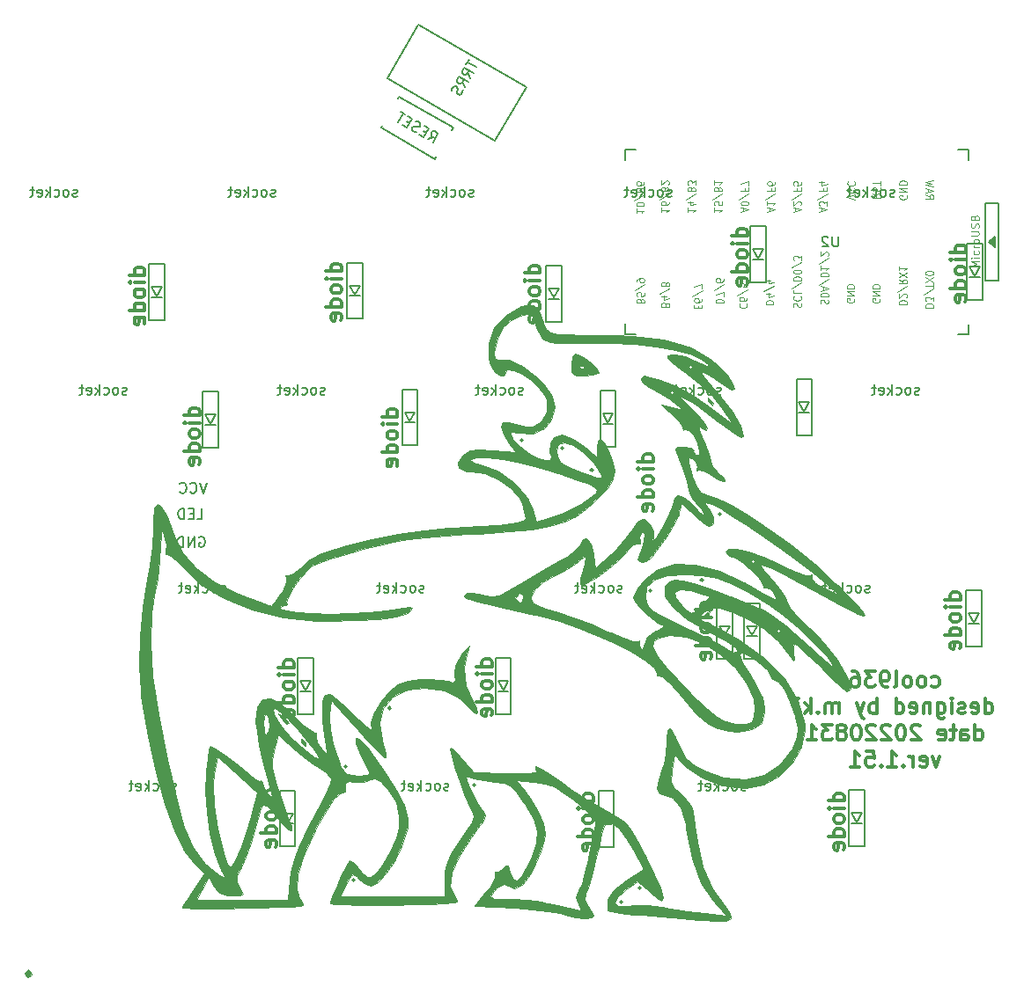
<source format=gbo>
G04 #@! TF.GenerationSoftware,KiCad,Pcbnew,(5.1.6-0-10_14)*
G04 #@! TF.CreationDate,2022-08-31T17:50:21+09:00*
G04 #@! TF.ProjectId,cool936,636f6f6c-3933-4362-9e6b-696361645f70,rev?*
G04 #@! TF.SameCoordinates,Original*
G04 #@! TF.FileFunction,Legend,Bot*
G04 #@! TF.FilePolarity,Positive*
%FSLAX46Y46*%
G04 Gerber Fmt 4.6, Leading zero omitted, Abs format (unit mm)*
G04 Created by KiCad (PCBNEW (5.1.6-0-10_14)) date 2022-08-31 17:50:21*
%MOMM*%
%LPD*%
G01*
G04 APERTURE LIST*
%ADD10C,0.300000*%
%ADD11C,0.150000*%
%ADD12C,0.010000*%
%ADD13C,0.120000*%
%ADD14C,0.125000*%
G04 APERTURE END LIST*
D10*
X245968571Y995714D02*
X244468571Y995714D01*
X245897142Y995714D02*
X245968571Y1138571D01*
X245968571Y1424285D01*
X245897142Y1567142D01*
X245825714Y1638571D01*
X245682857Y1710000D01*
X245254285Y1710000D01*
X245111428Y1638571D01*
X245040000Y1567142D01*
X244968571Y1424285D01*
X244968571Y1138571D01*
X245040000Y995714D01*
X245968571Y281428D02*
X244968571Y281428D01*
X244468571Y281428D02*
X244540000Y352857D01*
X244611428Y281428D01*
X244540000Y210000D01*
X244468571Y281428D01*
X244611428Y281428D01*
X245968571Y-647142D02*
X245897142Y-504285D01*
X245825714Y-432857D01*
X245682857Y-361428D01*
X245254285Y-361428D01*
X245111428Y-432857D01*
X245040000Y-504285D01*
X244968571Y-647142D01*
X244968571Y-861428D01*
X245040000Y-1004285D01*
X245111428Y-1075714D01*
X245254285Y-1147142D01*
X245682857Y-1147142D01*
X245825714Y-1075714D01*
X245897142Y-1004285D01*
X245968571Y-861428D01*
X245968571Y-647142D01*
X245968571Y-2432857D02*
X244468571Y-2432857D01*
X245897142Y-2432857D02*
X245968571Y-2290000D01*
X245968571Y-2004285D01*
X245897142Y-1861428D01*
X245825714Y-1790000D01*
X245682857Y-1718571D01*
X245254285Y-1718571D01*
X245111428Y-1790000D01*
X245040000Y-1861428D01*
X244968571Y-2004285D01*
X244968571Y-2290000D01*
X245040000Y-2432857D01*
X245897142Y-3718571D02*
X245968571Y-3575714D01*
X245968571Y-3290000D01*
X245897142Y-3147142D01*
X245754285Y-3075714D01*
X245182857Y-3075714D01*
X245040000Y-3147142D01*
X244968571Y-3290000D01*
X244968571Y-3575714D01*
X245040000Y-3718571D01*
X245182857Y-3790000D01*
X245325714Y-3790000D01*
X245468571Y-3075714D01*
X206928571Y-2394285D02*
X205428571Y-2394285D01*
X206857142Y-2394285D02*
X206928571Y-2251428D01*
X206928571Y-1965714D01*
X206857142Y-1822857D01*
X206785714Y-1751428D01*
X206642857Y-1680000D01*
X206214285Y-1680000D01*
X206071428Y-1751428D01*
X206000000Y-1822857D01*
X205928571Y-1965714D01*
X205928571Y-2251428D01*
X206000000Y-2394285D01*
X206928571Y-3108571D02*
X205928571Y-3108571D01*
X205428571Y-3108571D02*
X205500000Y-3037142D01*
X205571428Y-3108571D01*
X205500000Y-3180000D01*
X205428571Y-3108571D01*
X205571428Y-3108571D01*
X206928571Y-4037142D02*
X206857142Y-3894285D01*
X206785714Y-3822857D01*
X206642857Y-3751428D01*
X206214285Y-3751428D01*
X206071428Y-3822857D01*
X206000000Y-3894285D01*
X205928571Y-4037142D01*
X205928571Y-4251428D01*
X206000000Y-4394285D01*
X206071428Y-4465714D01*
X206214285Y-4537142D01*
X206642857Y-4537142D01*
X206785714Y-4465714D01*
X206857142Y-4394285D01*
X206928571Y-4251428D01*
X206928571Y-4037142D01*
X206928571Y-5822857D02*
X205428571Y-5822857D01*
X206857142Y-5822857D02*
X206928571Y-5680000D01*
X206928571Y-5394285D01*
X206857142Y-5251428D01*
X206785714Y-5180000D01*
X206642857Y-5108571D01*
X206214285Y-5108571D01*
X206071428Y-5180000D01*
X206000000Y-5251428D01*
X205928571Y-5394285D01*
X205928571Y-5680000D01*
X206000000Y-5822857D01*
X206857142Y-7108571D02*
X206928571Y-6965714D01*
X206928571Y-6680000D01*
X206857142Y-6537142D01*
X206714285Y-6465714D01*
X206142857Y-6465714D01*
X206000000Y-6537142D01*
X205928571Y-6680000D01*
X205928571Y-6965714D01*
X206000000Y-7108571D01*
X206142857Y-7180000D01*
X206285714Y-7180000D01*
X206428571Y-6465714D01*
X221448571Y-40454285D02*
X219948571Y-40454285D01*
X221377142Y-40454285D02*
X221448571Y-40311428D01*
X221448571Y-40025714D01*
X221377142Y-39882857D01*
X221305714Y-39811428D01*
X221162857Y-39740000D01*
X220734285Y-39740000D01*
X220591428Y-39811428D01*
X220520000Y-39882857D01*
X220448571Y-40025714D01*
X220448571Y-40311428D01*
X220520000Y-40454285D01*
X221448571Y-41168571D02*
X220448571Y-41168571D01*
X219948571Y-41168571D02*
X220020000Y-41097142D01*
X220091428Y-41168571D01*
X220020000Y-41240000D01*
X219948571Y-41168571D01*
X220091428Y-41168571D01*
X221448571Y-42097142D02*
X221377142Y-41954285D01*
X221305714Y-41882857D01*
X221162857Y-41811428D01*
X220734285Y-41811428D01*
X220591428Y-41882857D01*
X220520000Y-41954285D01*
X220448571Y-42097142D01*
X220448571Y-42311428D01*
X220520000Y-42454285D01*
X220591428Y-42525714D01*
X220734285Y-42597142D01*
X221162857Y-42597142D01*
X221305714Y-42525714D01*
X221377142Y-42454285D01*
X221448571Y-42311428D01*
X221448571Y-42097142D01*
X221448571Y-43882857D02*
X219948571Y-43882857D01*
X221377142Y-43882857D02*
X221448571Y-43740000D01*
X221448571Y-43454285D01*
X221377142Y-43311428D01*
X221305714Y-43240000D01*
X221162857Y-43168571D01*
X220734285Y-43168571D01*
X220591428Y-43240000D01*
X220520000Y-43311428D01*
X220448571Y-43454285D01*
X220448571Y-43740000D01*
X220520000Y-43882857D01*
X221377142Y-45168571D02*
X221448571Y-45025714D01*
X221448571Y-44740000D01*
X221377142Y-44597142D01*
X221234285Y-44525714D01*
X220662857Y-44525714D01*
X220520000Y-44597142D01*
X220448571Y-44740000D01*
X220448571Y-45025714D01*
X220520000Y-45168571D01*
X220662857Y-45240000D01*
X220805714Y-45240000D01*
X220948571Y-44525714D01*
X212328571Y-16424285D02*
X210828571Y-16424285D01*
X212257142Y-16424285D02*
X212328571Y-16281428D01*
X212328571Y-15995714D01*
X212257142Y-15852857D01*
X212185714Y-15781428D01*
X212042857Y-15710000D01*
X211614285Y-15710000D01*
X211471428Y-15781428D01*
X211400000Y-15852857D01*
X211328571Y-15995714D01*
X211328571Y-16281428D01*
X211400000Y-16424285D01*
X212328571Y-17138571D02*
X211328571Y-17138571D01*
X210828571Y-17138571D02*
X210900000Y-17067142D01*
X210971428Y-17138571D01*
X210900000Y-17210000D01*
X210828571Y-17138571D01*
X210971428Y-17138571D01*
X212328571Y-18067142D02*
X212257142Y-17924285D01*
X212185714Y-17852857D01*
X212042857Y-17781428D01*
X211614285Y-17781428D01*
X211471428Y-17852857D01*
X211400000Y-17924285D01*
X211328571Y-18067142D01*
X211328571Y-18281428D01*
X211400000Y-18424285D01*
X211471428Y-18495714D01*
X211614285Y-18567142D01*
X212042857Y-18567142D01*
X212185714Y-18495714D01*
X212257142Y-18424285D01*
X212328571Y-18281428D01*
X212328571Y-18067142D01*
X212328571Y-19852857D02*
X210828571Y-19852857D01*
X212257142Y-19852857D02*
X212328571Y-19710000D01*
X212328571Y-19424285D01*
X212257142Y-19281428D01*
X212185714Y-19210000D01*
X212042857Y-19138571D01*
X211614285Y-19138571D01*
X211471428Y-19210000D01*
X211400000Y-19281428D01*
X211328571Y-19424285D01*
X211328571Y-19710000D01*
X211400000Y-19852857D01*
X212257142Y-21138571D02*
X212328571Y-20995714D01*
X212328571Y-20710000D01*
X212257142Y-20567142D01*
X212114285Y-20495714D01*
X211542857Y-20495714D01*
X211400000Y-20567142D01*
X211328571Y-20710000D01*
X211328571Y-20995714D01*
X211400000Y-21138571D01*
X211542857Y-21210000D01*
X211685714Y-21210000D01*
X211828571Y-20495714D01*
X188028571Y-2764285D02*
X186528571Y-2764285D01*
X187957142Y-2764285D02*
X188028571Y-2621428D01*
X188028571Y-2335714D01*
X187957142Y-2192857D01*
X187885714Y-2121428D01*
X187742857Y-2050000D01*
X187314285Y-2050000D01*
X187171428Y-2121428D01*
X187100000Y-2192857D01*
X187028571Y-2335714D01*
X187028571Y-2621428D01*
X187100000Y-2764285D01*
X188028571Y-3478571D02*
X187028571Y-3478571D01*
X186528571Y-3478571D02*
X186600000Y-3407142D01*
X186671428Y-3478571D01*
X186600000Y-3550000D01*
X186528571Y-3478571D01*
X186671428Y-3478571D01*
X188028571Y-4407142D02*
X187957142Y-4264285D01*
X187885714Y-4192857D01*
X187742857Y-4121428D01*
X187314285Y-4121428D01*
X187171428Y-4192857D01*
X187100000Y-4264285D01*
X187028571Y-4407142D01*
X187028571Y-4621428D01*
X187100000Y-4764285D01*
X187171428Y-4835714D01*
X187314285Y-4907142D01*
X187742857Y-4907142D01*
X187885714Y-4835714D01*
X187957142Y-4764285D01*
X188028571Y-4621428D01*
X188028571Y-4407142D01*
X188028571Y-6192857D02*
X186528571Y-6192857D01*
X187957142Y-6192857D02*
X188028571Y-6050000D01*
X188028571Y-5764285D01*
X187957142Y-5621428D01*
X187885714Y-5550000D01*
X187742857Y-5478571D01*
X187314285Y-5478571D01*
X187171428Y-5550000D01*
X187100000Y-5621428D01*
X187028571Y-5764285D01*
X187028571Y-6050000D01*
X187100000Y-6192857D01*
X187957142Y-7478571D02*
X188028571Y-7335714D01*
X188028571Y-7050000D01*
X187957142Y-6907142D01*
X187814285Y-6835714D01*
X187242857Y-6835714D01*
X187100000Y-6907142D01*
X187028571Y-7050000D01*
X187028571Y-7335714D01*
X187100000Y-7478571D01*
X187242857Y-7550000D01*
X187385714Y-7550000D01*
X187528571Y-6835714D01*
X231158571Y-53424285D02*
X229658571Y-53424285D01*
X231087142Y-53424285D02*
X231158571Y-53281428D01*
X231158571Y-52995714D01*
X231087142Y-52852857D01*
X231015714Y-52781428D01*
X230872857Y-52710000D01*
X230444285Y-52710000D01*
X230301428Y-52781428D01*
X230230000Y-52852857D01*
X230158571Y-52995714D01*
X230158571Y-53281428D01*
X230230000Y-53424285D01*
X231158571Y-54138571D02*
X230158571Y-54138571D01*
X229658571Y-54138571D02*
X229730000Y-54067142D01*
X229801428Y-54138571D01*
X229730000Y-54210000D01*
X229658571Y-54138571D01*
X229801428Y-54138571D01*
X231158571Y-55067142D02*
X231087142Y-54924285D01*
X231015714Y-54852857D01*
X230872857Y-54781428D01*
X230444285Y-54781428D01*
X230301428Y-54852857D01*
X230230000Y-54924285D01*
X230158571Y-55067142D01*
X230158571Y-55281428D01*
X230230000Y-55424285D01*
X230301428Y-55495714D01*
X230444285Y-55567142D01*
X230872857Y-55567142D01*
X231015714Y-55495714D01*
X231087142Y-55424285D01*
X231158571Y-55281428D01*
X231158571Y-55067142D01*
X231158571Y-56852857D02*
X229658571Y-56852857D01*
X231087142Y-56852857D02*
X231158571Y-56710000D01*
X231158571Y-56424285D01*
X231087142Y-56281428D01*
X231015714Y-56210000D01*
X230872857Y-56138571D01*
X230444285Y-56138571D01*
X230301428Y-56210000D01*
X230230000Y-56281428D01*
X230158571Y-56424285D01*
X230158571Y-56710000D01*
X230230000Y-56852857D01*
X231087142Y-58138571D02*
X231158571Y-57995714D01*
X231158571Y-57710000D01*
X231087142Y-57567142D01*
X230944285Y-57495714D01*
X230372857Y-57495714D01*
X230230000Y-57567142D01*
X230158571Y-57710000D01*
X230158571Y-57995714D01*
X230230000Y-58138571D01*
X230372857Y-58210000D01*
X230515714Y-58210000D01*
X230658571Y-57495714D01*
X202378571Y-40534285D02*
X200878571Y-40534285D01*
X202307142Y-40534285D02*
X202378571Y-40391428D01*
X202378571Y-40105714D01*
X202307142Y-39962857D01*
X202235714Y-39891428D01*
X202092857Y-39820000D01*
X201664285Y-39820000D01*
X201521428Y-39891428D01*
X201450000Y-39962857D01*
X201378571Y-40105714D01*
X201378571Y-40391428D01*
X201450000Y-40534285D01*
X202378571Y-41248571D02*
X201378571Y-41248571D01*
X200878571Y-41248571D02*
X200950000Y-41177142D01*
X201021428Y-41248571D01*
X200950000Y-41320000D01*
X200878571Y-41248571D01*
X201021428Y-41248571D01*
X202378571Y-42177142D02*
X202307142Y-42034285D01*
X202235714Y-41962857D01*
X202092857Y-41891428D01*
X201664285Y-41891428D01*
X201521428Y-41962857D01*
X201450000Y-42034285D01*
X201378571Y-42177142D01*
X201378571Y-42391428D01*
X201450000Y-42534285D01*
X201521428Y-42605714D01*
X201664285Y-42677142D01*
X202092857Y-42677142D01*
X202235714Y-42605714D01*
X202307142Y-42534285D01*
X202378571Y-42391428D01*
X202378571Y-42177142D01*
X202378571Y-43962857D02*
X200878571Y-43962857D01*
X202307142Y-43962857D02*
X202378571Y-43820000D01*
X202378571Y-43534285D01*
X202307142Y-43391428D01*
X202235714Y-43320000D01*
X202092857Y-43248571D01*
X201664285Y-43248571D01*
X201521428Y-43320000D01*
X201450000Y-43391428D01*
X201378571Y-43534285D01*
X201378571Y-43820000D01*
X201450000Y-43962857D01*
X202307142Y-45248571D02*
X202378571Y-45105714D01*
X202378571Y-44820000D01*
X202307142Y-44677142D01*
X202164285Y-44605714D01*
X201592857Y-44605714D01*
X201450000Y-44677142D01*
X201378571Y-44820000D01*
X201378571Y-45105714D01*
X201450000Y-45248571D01*
X201592857Y-45320000D01*
X201735714Y-45320000D01*
X201878571Y-44605714D01*
X266958571Y-604285D02*
X265458571Y-604285D01*
X266887142Y-604285D02*
X266958571Y-461428D01*
X266958571Y-175714D01*
X266887142Y-32857D01*
X266815714Y38571D01*
X266672857Y110000D01*
X266244285Y110000D01*
X266101428Y38571D01*
X266030000Y-32857D01*
X265958571Y-175714D01*
X265958571Y-461428D01*
X266030000Y-604285D01*
X266958571Y-1318571D02*
X265958571Y-1318571D01*
X265458571Y-1318571D02*
X265530000Y-1247142D01*
X265601428Y-1318571D01*
X265530000Y-1390000D01*
X265458571Y-1318571D01*
X265601428Y-1318571D01*
X266958571Y-2247142D02*
X266887142Y-2104285D01*
X266815714Y-2032857D01*
X266672857Y-1961428D01*
X266244285Y-1961428D01*
X266101428Y-2032857D01*
X266030000Y-2104285D01*
X265958571Y-2247142D01*
X265958571Y-2461428D01*
X266030000Y-2604285D01*
X266101428Y-2675714D01*
X266244285Y-2747142D01*
X266672857Y-2747142D01*
X266815714Y-2675714D01*
X266887142Y-2604285D01*
X266958571Y-2461428D01*
X266958571Y-2247142D01*
X266958571Y-4032857D02*
X265458571Y-4032857D01*
X266887142Y-4032857D02*
X266958571Y-3890000D01*
X266958571Y-3604285D01*
X266887142Y-3461428D01*
X266815714Y-3390000D01*
X266672857Y-3318571D01*
X266244285Y-3318571D01*
X266101428Y-3390000D01*
X266030000Y-3461428D01*
X265958571Y-3604285D01*
X265958571Y-3890000D01*
X266030000Y-4032857D01*
X266887142Y-5318571D02*
X266958571Y-5175714D01*
X266958571Y-4890000D01*
X266887142Y-4747142D01*
X266744285Y-4675714D01*
X266172857Y-4675714D01*
X266030000Y-4747142D01*
X265958571Y-4890000D01*
X265958571Y-5175714D01*
X266030000Y-5318571D01*
X266172857Y-5390000D01*
X266315714Y-5390000D01*
X266458571Y-4675714D01*
X200698571Y-53084285D02*
X199198571Y-53084285D01*
X200627142Y-53084285D02*
X200698571Y-52941428D01*
X200698571Y-52655714D01*
X200627142Y-52512857D01*
X200555714Y-52441428D01*
X200412857Y-52370000D01*
X199984285Y-52370000D01*
X199841428Y-52441428D01*
X199770000Y-52512857D01*
X199698571Y-52655714D01*
X199698571Y-52941428D01*
X199770000Y-53084285D01*
X200698571Y-53798571D02*
X199698571Y-53798571D01*
X199198571Y-53798571D02*
X199270000Y-53727142D01*
X199341428Y-53798571D01*
X199270000Y-53870000D01*
X199198571Y-53798571D01*
X199341428Y-53798571D01*
X200698571Y-54727142D02*
X200627142Y-54584285D01*
X200555714Y-54512857D01*
X200412857Y-54441428D01*
X199984285Y-54441428D01*
X199841428Y-54512857D01*
X199770000Y-54584285D01*
X199698571Y-54727142D01*
X199698571Y-54941428D01*
X199770000Y-55084285D01*
X199841428Y-55155714D01*
X199984285Y-55227142D01*
X200412857Y-55227142D01*
X200555714Y-55155714D01*
X200627142Y-55084285D01*
X200698571Y-54941428D01*
X200698571Y-54727142D01*
X200698571Y-56512857D02*
X199198571Y-56512857D01*
X200627142Y-56512857D02*
X200698571Y-56370000D01*
X200698571Y-56084285D01*
X200627142Y-55941428D01*
X200555714Y-55870000D01*
X200412857Y-55798571D01*
X199984285Y-55798571D01*
X199841428Y-55870000D01*
X199770000Y-55941428D01*
X199698571Y-56084285D01*
X199698571Y-56370000D01*
X199770000Y-56512857D01*
X200627142Y-57798571D02*
X200698571Y-57655714D01*
X200698571Y-57370000D01*
X200627142Y-57227142D01*
X200484285Y-57155714D01*
X199912857Y-57155714D01*
X199770000Y-57227142D01*
X199698571Y-57370000D01*
X199698571Y-57655714D01*
X199770000Y-57798571D01*
X199912857Y-57870000D01*
X200055714Y-57870000D01*
X200198571Y-57155714D01*
X236928571Y-20744285D02*
X235428571Y-20744285D01*
X236857142Y-20744285D02*
X236928571Y-20601428D01*
X236928571Y-20315714D01*
X236857142Y-20172857D01*
X236785714Y-20101428D01*
X236642857Y-20030000D01*
X236214285Y-20030000D01*
X236071428Y-20101428D01*
X236000000Y-20172857D01*
X235928571Y-20315714D01*
X235928571Y-20601428D01*
X236000000Y-20744285D01*
X236928571Y-21458571D02*
X235928571Y-21458571D01*
X235428571Y-21458571D02*
X235500000Y-21387142D01*
X235571428Y-21458571D01*
X235500000Y-21530000D01*
X235428571Y-21458571D01*
X235571428Y-21458571D01*
X236928571Y-22387142D02*
X236857142Y-22244285D01*
X236785714Y-22172857D01*
X236642857Y-22101428D01*
X236214285Y-22101428D01*
X236071428Y-22172857D01*
X236000000Y-22244285D01*
X235928571Y-22387142D01*
X235928571Y-22601428D01*
X236000000Y-22744285D01*
X236071428Y-22815714D01*
X236214285Y-22887142D01*
X236642857Y-22887142D01*
X236785714Y-22815714D01*
X236857142Y-22744285D01*
X236928571Y-22601428D01*
X236928571Y-22387142D01*
X236928571Y-24172857D02*
X235428571Y-24172857D01*
X236857142Y-24172857D02*
X236928571Y-24030000D01*
X236928571Y-23744285D01*
X236857142Y-23601428D01*
X236785714Y-23530000D01*
X236642857Y-23458571D01*
X236214285Y-23458571D01*
X236071428Y-23530000D01*
X236000000Y-23601428D01*
X235928571Y-23744285D01*
X235928571Y-24030000D01*
X236000000Y-24172857D01*
X236857142Y-25458571D02*
X236928571Y-25315714D01*
X236928571Y-25030000D01*
X236857142Y-24887142D01*
X236714285Y-24815714D01*
X236142857Y-24815714D01*
X236000000Y-24887142D01*
X235928571Y-25030000D01*
X235928571Y-25315714D01*
X236000000Y-25458571D01*
X236142857Y-25530000D01*
X236285714Y-25530000D01*
X236428571Y-24815714D01*
X242478571Y-35014285D02*
X240978571Y-35014285D01*
X242407142Y-35014285D02*
X242478571Y-34871428D01*
X242478571Y-34585714D01*
X242407142Y-34442857D01*
X242335714Y-34371428D01*
X242192857Y-34300000D01*
X241764285Y-34300000D01*
X241621428Y-34371428D01*
X241550000Y-34442857D01*
X241478571Y-34585714D01*
X241478571Y-34871428D01*
X241550000Y-35014285D01*
X242478571Y-35728571D02*
X241478571Y-35728571D01*
X240978571Y-35728571D02*
X241050000Y-35657142D01*
X241121428Y-35728571D01*
X241050000Y-35800000D01*
X240978571Y-35728571D01*
X241121428Y-35728571D01*
X242478571Y-36657142D02*
X242407142Y-36514285D01*
X242335714Y-36442857D01*
X242192857Y-36371428D01*
X241764285Y-36371428D01*
X241621428Y-36442857D01*
X241550000Y-36514285D01*
X241478571Y-36657142D01*
X241478571Y-36871428D01*
X241550000Y-37014285D01*
X241621428Y-37085714D01*
X241764285Y-37157142D01*
X242192857Y-37157142D01*
X242335714Y-37085714D01*
X242407142Y-37014285D01*
X242478571Y-36871428D01*
X242478571Y-36657142D01*
X242478571Y-38442857D02*
X240978571Y-38442857D01*
X242407142Y-38442857D02*
X242478571Y-38300000D01*
X242478571Y-38014285D01*
X242407142Y-37871428D01*
X242335714Y-37800000D01*
X242192857Y-37728571D01*
X241764285Y-37728571D01*
X241621428Y-37800000D01*
X241550000Y-37871428D01*
X241478571Y-38014285D01*
X241478571Y-38300000D01*
X241550000Y-38442857D01*
X242407142Y-39728571D02*
X242478571Y-39585714D01*
X242478571Y-39300000D01*
X242407142Y-39157142D01*
X242264285Y-39085714D01*
X241692857Y-39085714D01*
X241550000Y-39157142D01*
X241478571Y-39300000D01*
X241478571Y-39585714D01*
X241550000Y-39728571D01*
X241692857Y-39800000D01*
X241835714Y-39800000D01*
X241978571Y-39085714D01*
X255288571Y-53374285D02*
X253788571Y-53374285D01*
X255217142Y-53374285D02*
X255288571Y-53231428D01*
X255288571Y-52945714D01*
X255217142Y-52802857D01*
X255145714Y-52731428D01*
X255002857Y-52660000D01*
X254574285Y-52660000D01*
X254431428Y-52731428D01*
X254360000Y-52802857D01*
X254288571Y-52945714D01*
X254288571Y-53231428D01*
X254360000Y-53374285D01*
X255288571Y-54088571D02*
X254288571Y-54088571D01*
X253788571Y-54088571D02*
X253860000Y-54017142D01*
X253931428Y-54088571D01*
X253860000Y-54160000D01*
X253788571Y-54088571D01*
X253931428Y-54088571D01*
X255288571Y-55017142D02*
X255217142Y-54874285D01*
X255145714Y-54802857D01*
X255002857Y-54731428D01*
X254574285Y-54731428D01*
X254431428Y-54802857D01*
X254360000Y-54874285D01*
X254288571Y-55017142D01*
X254288571Y-55231428D01*
X254360000Y-55374285D01*
X254431428Y-55445714D01*
X254574285Y-55517142D01*
X255002857Y-55517142D01*
X255145714Y-55445714D01*
X255217142Y-55374285D01*
X255288571Y-55231428D01*
X255288571Y-55017142D01*
X255288571Y-56802857D02*
X253788571Y-56802857D01*
X255217142Y-56802857D02*
X255288571Y-56660000D01*
X255288571Y-56374285D01*
X255217142Y-56231428D01*
X255145714Y-56160000D01*
X255002857Y-56088571D01*
X254574285Y-56088571D01*
X254431428Y-56160000D01*
X254360000Y-56231428D01*
X254288571Y-56374285D01*
X254288571Y-56660000D01*
X254360000Y-56802857D01*
X255217142Y-58088571D02*
X255288571Y-57945714D01*
X255288571Y-57660000D01*
X255217142Y-57517142D01*
X255074285Y-57445714D01*
X254502857Y-57445714D01*
X254360000Y-57517142D01*
X254288571Y-57660000D01*
X254288571Y-57945714D01*
X254360000Y-58088571D01*
X254502857Y-58160000D01*
X254645714Y-58160000D01*
X254788571Y-57445714D01*
X266468571Y-34014285D02*
X264968571Y-34014285D01*
X266397142Y-34014285D02*
X266468571Y-33871428D01*
X266468571Y-33585714D01*
X266397142Y-33442857D01*
X266325714Y-33371428D01*
X266182857Y-33300000D01*
X265754285Y-33300000D01*
X265611428Y-33371428D01*
X265540000Y-33442857D01*
X265468571Y-33585714D01*
X265468571Y-33871428D01*
X265540000Y-34014285D01*
X266468571Y-34728571D02*
X265468571Y-34728571D01*
X264968571Y-34728571D02*
X265040000Y-34657142D01*
X265111428Y-34728571D01*
X265040000Y-34800000D01*
X264968571Y-34728571D01*
X265111428Y-34728571D01*
X266468571Y-35657142D02*
X266397142Y-35514285D01*
X266325714Y-35442857D01*
X266182857Y-35371428D01*
X265754285Y-35371428D01*
X265611428Y-35442857D01*
X265540000Y-35514285D01*
X265468571Y-35657142D01*
X265468571Y-35871428D01*
X265540000Y-36014285D01*
X265611428Y-36085714D01*
X265754285Y-36157142D01*
X266182857Y-36157142D01*
X266325714Y-36085714D01*
X266397142Y-36014285D01*
X266468571Y-35871428D01*
X266468571Y-35657142D01*
X266468571Y-37442857D02*
X264968571Y-37442857D01*
X266397142Y-37442857D02*
X266468571Y-37300000D01*
X266468571Y-37014285D01*
X266397142Y-36871428D01*
X266325714Y-36800000D01*
X266182857Y-36728571D01*
X265754285Y-36728571D01*
X265611428Y-36800000D01*
X265540000Y-36871428D01*
X265468571Y-37014285D01*
X265468571Y-37300000D01*
X265540000Y-37442857D01*
X266397142Y-38728571D02*
X266468571Y-38585714D01*
X266468571Y-38300000D01*
X266397142Y-38157142D01*
X266254285Y-38085714D01*
X265682857Y-38085714D01*
X265540000Y-38157142D01*
X265468571Y-38300000D01*
X265468571Y-38585714D01*
X265540000Y-38728571D01*
X265682857Y-38800000D01*
X265825714Y-38800000D01*
X265968571Y-38085714D01*
X193308571Y-16284285D02*
X191808571Y-16284285D01*
X193237142Y-16284285D02*
X193308571Y-16141428D01*
X193308571Y-15855714D01*
X193237142Y-15712857D01*
X193165714Y-15641428D01*
X193022857Y-15570000D01*
X192594285Y-15570000D01*
X192451428Y-15641428D01*
X192380000Y-15712857D01*
X192308571Y-15855714D01*
X192308571Y-16141428D01*
X192380000Y-16284285D01*
X193308571Y-16998571D02*
X192308571Y-16998571D01*
X191808571Y-16998571D02*
X191880000Y-16927142D01*
X191951428Y-16998571D01*
X191880000Y-17070000D01*
X191808571Y-16998571D01*
X191951428Y-16998571D01*
X193308571Y-17927142D02*
X193237142Y-17784285D01*
X193165714Y-17712857D01*
X193022857Y-17641428D01*
X192594285Y-17641428D01*
X192451428Y-17712857D01*
X192380000Y-17784285D01*
X192308571Y-17927142D01*
X192308571Y-18141428D01*
X192380000Y-18284285D01*
X192451428Y-18355714D01*
X192594285Y-18427142D01*
X193022857Y-18427142D01*
X193165714Y-18355714D01*
X193237142Y-18284285D01*
X193308571Y-18141428D01*
X193308571Y-17927142D01*
X193308571Y-19712857D02*
X191808571Y-19712857D01*
X193237142Y-19712857D02*
X193308571Y-19570000D01*
X193308571Y-19284285D01*
X193237142Y-19141428D01*
X193165714Y-19070000D01*
X193022857Y-18998571D01*
X192594285Y-18998571D01*
X192451428Y-19070000D01*
X192380000Y-19141428D01*
X192308571Y-19284285D01*
X192308571Y-19570000D01*
X192380000Y-19712857D01*
X193237142Y-20998571D02*
X193308571Y-20855714D01*
X193308571Y-20570000D01*
X193237142Y-20427142D01*
X193094285Y-20355714D01*
X192522857Y-20355714D01*
X192380000Y-20427142D01*
X192308571Y-20570000D01*
X192308571Y-20855714D01*
X192380000Y-20998571D01*
X192522857Y-21070000D01*
X192665714Y-21070000D01*
X192808571Y-20355714D01*
X226028571Y-2584285D02*
X224528571Y-2584285D01*
X225957142Y-2584285D02*
X226028571Y-2441428D01*
X226028571Y-2155714D01*
X225957142Y-2012857D01*
X225885714Y-1941428D01*
X225742857Y-1870000D01*
X225314285Y-1870000D01*
X225171428Y-1941428D01*
X225100000Y-2012857D01*
X225028571Y-2155714D01*
X225028571Y-2441428D01*
X225100000Y-2584285D01*
X226028571Y-3298571D02*
X225028571Y-3298571D01*
X224528571Y-3298571D02*
X224600000Y-3227142D01*
X224671428Y-3298571D01*
X224600000Y-3370000D01*
X224528571Y-3298571D01*
X224671428Y-3298571D01*
X226028571Y-4227142D02*
X225957142Y-4084285D01*
X225885714Y-4012857D01*
X225742857Y-3941428D01*
X225314285Y-3941428D01*
X225171428Y-4012857D01*
X225100000Y-4084285D01*
X225028571Y-4227142D01*
X225028571Y-4441428D01*
X225100000Y-4584285D01*
X225171428Y-4655714D01*
X225314285Y-4727142D01*
X225742857Y-4727142D01*
X225885714Y-4655714D01*
X225957142Y-4584285D01*
X226028571Y-4441428D01*
X226028571Y-4227142D01*
X226028571Y-6012857D02*
X224528571Y-6012857D01*
X225957142Y-6012857D02*
X226028571Y-5870000D01*
X226028571Y-5584285D01*
X225957142Y-5441428D01*
X225885714Y-5370000D01*
X225742857Y-5298571D01*
X225314285Y-5298571D01*
X225171428Y-5370000D01*
X225100000Y-5441428D01*
X225028571Y-5584285D01*
X225028571Y-5870000D01*
X225100000Y-6012857D01*
X225957142Y-7298571D02*
X226028571Y-7155714D01*
X226028571Y-6870000D01*
X225957142Y-6727142D01*
X225814285Y-6655714D01*
X225242857Y-6655714D01*
X225100000Y-6727142D01*
X225028571Y-6870000D01*
X225028571Y-7155714D01*
X225100000Y-7298571D01*
X225242857Y-7370000D01*
X225385714Y-7370000D01*
X225528571Y-6655714D01*
X263695714Y-42372142D02*
X263838571Y-42443571D01*
X264124285Y-42443571D01*
X264267142Y-42372142D01*
X264338571Y-42300714D01*
X264410000Y-42157857D01*
X264410000Y-41729285D01*
X264338571Y-41586428D01*
X264267142Y-41515000D01*
X264124285Y-41443571D01*
X263838571Y-41443571D01*
X263695714Y-41515000D01*
X262838571Y-42443571D02*
X262981428Y-42372142D01*
X263052857Y-42300714D01*
X263124285Y-42157857D01*
X263124285Y-41729285D01*
X263052857Y-41586428D01*
X262981428Y-41515000D01*
X262838571Y-41443571D01*
X262624285Y-41443571D01*
X262481428Y-41515000D01*
X262410000Y-41586428D01*
X262338571Y-41729285D01*
X262338571Y-42157857D01*
X262410000Y-42300714D01*
X262481428Y-42372142D01*
X262624285Y-42443571D01*
X262838571Y-42443571D01*
X261481428Y-42443571D02*
X261624285Y-42372142D01*
X261695714Y-42300714D01*
X261767142Y-42157857D01*
X261767142Y-41729285D01*
X261695714Y-41586428D01*
X261624285Y-41515000D01*
X261481428Y-41443571D01*
X261267142Y-41443571D01*
X261124285Y-41515000D01*
X261052857Y-41586428D01*
X260981428Y-41729285D01*
X260981428Y-42157857D01*
X261052857Y-42300714D01*
X261124285Y-42372142D01*
X261267142Y-42443571D01*
X261481428Y-42443571D01*
X260124285Y-42443571D02*
X260267142Y-42372142D01*
X260338571Y-42229285D01*
X260338571Y-40943571D01*
X259481428Y-42443571D02*
X259195714Y-42443571D01*
X259052857Y-42372142D01*
X258981428Y-42300714D01*
X258838571Y-42086428D01*
X258767142Y-41800714D01*
X258767142Y-41229285D01*
X258838571Y-41086428D01*
X258910000Y-41015000D01*
X259052857Y-40943571D01*
X259338571Y-40943571D01*
X259481428Y-41015000D01*
X259552857Y-41086428D01*
X259624285Y-41229285D01*
X259624285Y-41586428D01*
X259552857Y-41729285D01*
X259481428Y-41800714D01*
X259338571Y-41872142D01*
X259052857Y-41872142D01*
X258910000Y-41800714D01*
X258838571Y-41729285D01*
X258767142Y-41586428D01*
X258267142Y-40943571D02*
X257338571Y-40943571D01*
X257838571Y-41515000D01*
X257624285Y-41515000D01*
X257481428Y-41586428D01*
X257410000Y-41657857D01*
X257338571Y-41800714D01*
X257338571Y-42157857D01*
X257410000Y-42300714D01*
X257481428Y-42372142D01*
X257624285Y-42443571D01*
X258052857Y-42443571D01*
X258195714Y-42372142D01*
X258267142Y-42300714D01*
X256052857Y-40943571D02*
X256338571Y-40943571D01*
X256481428Y-41015000D01*
X256552857Y-41086428D01*
X256695714Y-41300714D01*
X256767142Y-41586428D01*
X256767142Y-42157857D01*
X256695714Y-42300714D01*
X256624285Y-42372142D01*
X256481428Y-42443571D01*
X256195714Y-42443571D01*
X256052857Y-42372142D01*
X255981428Y-42300714D01*
X255910000Y-42157857D01*
X255910000Y-41800714D01*
X255981428Y-41657857D01*
X256052857Y-41586428D01*
X256195714Y-41515000D01*
X256481428Y-41515000D01*
X256624285Y-41586428D01*
X256695714Y-41657857D01*
X256767142Y-41800714D01*
X268838571Y-44993571D02*
X268838571Y-43493571D01*
X268838571Y-44922142D02*
X268981428Y-44993571D01*
X269267142Y-44993571D01*
X269410000Y-44922142D01*
X269481428Y-44850714D01*
X269552857Y-44707857D01*
X269552857Y-44279285D01*
X269481428Y-44136428D01*
X269410000Y-44065000D01*
X269267142Y-43993571D01*
X268981428Y-43993571D01*
X268838571Y-44065000D01*
X267552857Y-44922142D02*
X267695714Y-44993571D01*
X267981428Y-44993571D01*
X268124285Y-44922142D01*
X268195714Y-44779285D01*
X268195714Y-44207857D01*
X268124285Y-44065000D01*
X267981428Y-43993571D01*
X267695714Y-43993571D01*
X267552857Y-44065000D01*
X267481428Y-44207857D01*
X267481428Y-44350714D01*
X268195714Y-44493571D01*
X266910000Y-44922142D02*
X266767142Y-44993571D01*
X266481428Y-44993571D01*
X266338571Y-44922142D01*
X266267142Y-44779285D01*
X266267142Y-44707857D01*
X266338571Y-44565000D01*
X266481428Y-44493571D01*
X266695714Y-44493571D01*
X266838571Y-44422142D01*
X266910000Y-44279285D01*
X266910000Y-44207857D01*
X266838571Y-44065000D01*
X266695714Y-43993571D01*
X266481428Y-43993571D01*
X266338571Y-44065000D01*
X265624285Y-44993571D02*
X265624285Y-43993571D01*
X265624285Y-43493571D02*
X265695714Y-43565000D01*
X265624285Y-43636428D01*
X265552857Y-43565000D01*
X265624285Y-43493571D01*
X265624285Y-43636428D01*
X264267142Y-43993571D02*
X264267142Y-45207857D01*
X264338571Y-45350714D01*
X264410000Y-45422142D01*
X264552857Y-45493571D01*
X264767142Y-45493571D01*
X264910000Y-45422142D01*
X264267142Y-44922142D02*
X264410000Y-44993571D01*
X264695714Y-44993571D01*
X264838571Y-44922142D01*
X264910000Y-44850714D01*
X264981428Y-44707857D01*
X264981428Y-44279285D01*
X264910000Y-44136428D01*
X264838571Y-44065000D01*
X264695714Y-43993571D01*
X264410000Y-43993571D01*
X264267142Y-44065000D01*
X263552857Y-43993571D02*
X263552857Y-44993571D01*
X263552857Y-44136428D02*
X263481428Y-44065000D01*
X263338571Y-43993571D01*
X263124285Y-43993571D01*
X262981428Y-44065000D01*
X262910000Y-44207857D01*
X262910000Y-44993571D01*
X261624285Y-44922142D02*
X261767142Y-44993571D01*
X262052857Y-44993571D01*
X262195714Y-44922142D01*
X262267142Y-44779285D01*
X262267142Y-44207857D01*
X262195714Y-44065000D01*
X262052857Y-43993571D01*
X261767142Y-43993571D01*
X261624285Y-44065000D01*
X261552857Y-44207857D01*
X261552857Y-44350714D01*
X262267142Y-44493571D01*
X260267142Y-44993571D02*
X260267142Y-43493571D01*
X260267142Y-44922142D02*
X260410000Y-44993571D01*
X260695714Y-44993571D01*
X260838571Y-44922142D01*
X260910000Y-44850714D01*
X260981428Y-44707857D01*
X260981428Y-44279285D01*
X260910000Y-44136428D01*
X260838571Y-44065000D01*
X260695714Y-43993571D01*
X260410000Y-43993571D01*
X260267142Y-44065000D01*
X258410000Y-44993571D02*
X258410000Y-43493571D01*
X258410000Y-44065000D02*
X258267142Y-43993571D01*
X257981428Y-43993571D01*
X257838571Y-44065000D01*
X257767142Y-44136428D01*
X257695714Y-44279285D01*
X257695714Y-44707857D01*
X257767142Y-44850714D01*
X257838571Y-44922142D01*
X257981428Y-44993571D01*
X258267142Y-44993571D01*
X258410000Y-44922142D01*
X257195714Y-43993571D02*
X256838571Y-44993571D01*
X256481428Y-43993571D02*
X256838571Y-44993571D01*
X256981428Y-45350714D01*
X257052857Y-45422142D01*
X257195714Y-45493571D01*
X254767142Y-44993571D02*
X254767142Y-43993571D01*
X254767142Y-44136428D02*
X254695714Y-44065000D01*
X254552857Y-43993571D01*
X254338571Y-43993571D01*
X254195714Y-44065000D01*
X254124285Y-44207857D01*
X254124285Y-44993571D01*
X254124285Y-44207857D02*
X254052857Y-44065000D01*
X253910000Y-43993571D01*
X253695714Y-43993571D01*
X253552857Y-44065000D01*
X253481428Y-44207857D01*
X253481428Y-44993571D01*
X252767142Y-44850714D02*
X252695714Y-44922142D01*
X252767142Y-44993571D01*
X252838571Y-44922142D01*
X252767142Y-44850714D01*
X252767142Y-44993571D01*
X252052857Y-44993571D02*
X252052857Y-43493571D01*
X251910000Y-44422142D02*
X251481428Y-44993571D01*
X251481428Y-43993571D02*
X252052857Y-44565000D01*
X250838571Y-44993571D02*
X250838571Y-43993571D01*
X250838571Y-43493571D02*
X250910000Y-43565000D01*
X250838571Y-43636428D01*
X250767142Y-43565000D01*
X250838571Y-43493571D01*
X250838571Y-43636428D01*
X267874285Y-47543571D02*
X267874285Y-46043571D01*
X267874285Y-47472142D02*
X268017142Y-47543571D01*
X268302857Y-47543571D01*
X268445714Y-47472142D01*
X268517142Y-47400714D01*
X268588571Y-47257857D01*
X268588571Y-46829285D01*
X268517142Y-46686428D01*
X268445714Y-46615000D01*
X268302857Y-46543571D01*
X268017142Y-46543571D01*
X267874285Y-46615000D01*
X266517142Y-47543571D02*
X266517142Y-46757857D01*
X266588571Y-46615000D01*
X266731428Y-46543571D01*
X267017142Y-46543571D01*
X267160000Y-46615000D01*
X266517142Y-47472142D02*
X266660000Y-47543571D01*
X267017142Y-47543571D01*
X267160000Y-47472142D01*
X267231428Y-47329285D01*
X267231428Y-47186428D01*
X267160000Y-47043571D01*
X267017142Y-46972142D01*
X266660000Y-46972142D01*
X266517142Y-46900714D01*
X266017142Y-46543571D02*
X265445714Y-46543571D01*
X265802857Y-46043571D02*
X265802857Y-47329285D01*
X265731428Y-47472142D01*
X265588571Y-47543571D01*
X265445714Y-47543571D01*
X264374285Y-47472142D02*
X264517142Y-47543571D01*
X264802857Y-47543571D01*
X264945714Y-47472142D01*
X265017142Y-47329285D01*
X265017142Y-46757857D01*
X264945714Y-46615000D01*
X264802857Y-46543571D01*
X264517142Y-46543571D01*
X264374285Y-46615000D01*
X264302857Y-46757857D01*
X264302857Y-46900714D01*
X265017142Y-47043571D01*
X262588571Y-46186428D02*
X262517142Y-46115000D01*
X262374285Y-46043571D01*
X262017142Y-46043571D01*
X261874285Y-46115000D01*
X261802857Y-46186428D01*
X261731428Y-46329285D01*
X261731428Y-46472142D01*
X261802857Y-46686428D01*
X262660000Y-47543571D01*
X261731428Y-47543571D01*
X260802857Y-46043571D02*
X260660000Y-46043571D01*
X260517142Y-46115000D01*
X260445714Y-46186428D01*
X260374285Y-46329285D01*
X260302857Y-46615000D01*
X260302857Y-46972142D01*
X260374285Y-47257857D01*
X260445714Y-47400714D01*
X260517142Y-47472142D01*
X260660000Y-47543571D01*
X260802857Y-47543571D01*
X260945714Y-47472142D01*
X261017142Y-47400714D01*
X261088571Y-47257857D01*
X261160000Y-46972142D01*
X261160000Y-46615000D01*
X261088571Y-46329285D01*
X261017142Y-46186428D01*
X260945714Y-46115000D01*
X260802857Y-46043571D01*
X259731428Y-46186428D02*
X259660000Y-46115000D01*
X259517142Y-46043571D01*
X259160000Y-46043571D01*
X259017142Y-46115000D01*
X258945714Y-46186428D01*
X258874285Y-46329285D01*
X258874285Y-46472142D01*
X258945714Y-46686428D01*
X259802857Y-47543571D01*
X258874285Y-47543571D01*
X258302857Y-46186428D02*
X258231428Y-46115000D01*
X258088571Y-46043571D01*
X257731428Y-46043571D01*
X257588571Y-46115000D01*
X257517142Y-46186428D01*
X257445714Y-46329285D01*
X257445714Y-46472142D01*
X257517142Y-46686428D01*
X258374285Y-47543571D01*
X257445714Y-47543571D01*
X256517142Y-46043571D02*
X256374285Y-46043571D01*
X256231428Y-46115000D01*
X256160000Y-46186428D01*
X256088571Y-46329285D01*
X256017142Y-46615000D01*
X256017142Y-46972142D01*
X256088571Y-47257857D01*
X256160000Y-47400714D01*
X256231428Y-47472142D01*
X256374285Y-47543571D01*
X256517142Y-47543571D01*
X256660000Y-47472142D01*
X256731428Y-47400714D01*
X256802857Y-47257857D01*
X256874285Y-46972142D01*
X256874285Y-46615000D01*
X256802857Y-46329285D01*
X256731428Y-46186428D01*
X256660000Y-46115000D01*
X256517142Y-46043571D01*
X255160000Y-46686428D02*
X255302857Y-46615000D01*
X255374285Y-46543571D01*
X255445714Y-46400714D01*
X255445714Y-46329285D01*
X255374285Y-46186428D01*
X255302857Y-46115000D01*
X255160000Y-46043571D01*
X254874285Y-46043571D01*
X254731428Y-46115000D01*
X254660000Y-46186428D01*
X254588571Y-46329285D01*
X254588571Y-46400714D01*
X254660000Y-46543571D01*
X254731428Y-46615000D01*
X254874285Y-46686428D01*
X255160000Y-46686428D01*
X255302857Y-46757857D01*
X255374285Y-46829285D01*
X255445714Y-46972142D01*
X255445714Y-47257857D01*
X255374285Y-47400714D01*
X255302857Y-47472142D01*
X255160000Y-47543571D01*
X254874285Y-47543571D01*
X254731428Y-47472142D01*
X254660000Y-47400714D01*
X254588571Y-47257857D01*
X254588571Y-46972142D01*
X254660000Y-46829285D01*
X254731428Y-46757857D01*
X254874285Y-46686428D01*
X254088571Y-46043571D02*
X253160000Y-46043571D01*
X253660000Y-46615000D01*
X253445714Y-46615000D01*
X253302857Y-46686428D01*
X253231428Y-46757857D01*
X253160000Y-46900714D01*
X253160000Y-47257857D01*
X253231428Y-47400714D01*
X253302857Y-47472142D01*
X253445714Y-47543571D01*
X253874285Y-47543571D01*
X254017142Y-47472142D01*
X254088571Y-47400714D01*
X251731428Y-47543571D02*
X252588571Y-47543571D01*
X252160000Y-47543571D02*
X252160000Y-46043571D01*
X252302857Y-46257857D01*
X252445714Y-46400714D01*
X252588571Y-46472142D01*
X264481428Y-49093571D02*
X264124285Y-50093571D01*
X263767142Y-49093571D01*
X262624285Y-50022142D02*
X262767142Y-50093571D01*
X263052857Y-50093571D01*
X263195714Y-50022142D01*
X263267142Y-49879285D01*
X263267142Y-49307857D01*
X263195714Y-49165000D01*
X263052857Y-49093571D01*
X262767142Y-49093571D01*
X262624285Y-49165000D01*
X262552857Y-49307857D01*
X262552857Y-49450714D01*
X263267142Y-49593571D01*
X261910000Y-50093571D02*
X261910000Y-49093571D01*
X261910000Y-49379285D02*
X261838571Y-49236428D01*
X261767142Y-49165000D01*
X261624285Y-49093571D01*
X261481428Y-49093571D01*
X260981428Y-49950714D02*
X260910000Y-50022142D01*
X260981428Y-50093571D01*
X261052857Y-50022142D01*
X260981428Y-49950714D01*
X260981428Y-50093571D01*
X259481428Y-50093571D02*
X260338571Y-50093571D01*
X259910000Y-50093571D02*
X259910000Y-48593571D01*
X260052857Y-48807857D01*
X260195714Y-48950714D01*
X260338571Y-49022142D01*
X258838571Y-49950714D02*
X258767142Y-50022142D01*
X258838571Y-50093571D01*
X258910000Y-50022142D01*
X258838571Y-49950714D01*
X258838571Y-50093571D01*
X257410000Y-48593571D02*
X258124285Y-48593571D01*
X258195714Y-49307857D01*
X258124285Y-49236428D01*
X257981428Y-49165000D01*
X257624285Y-49165000D01*
X257481428Y-49236428D01*
X257410000Y-49307857D01*
X257338571Y-49450714D01*
X257338571Y-49807857D01*
X257410000Y-49950714D01*
X257481428Y-50022142D01*
X257624285Y-50093571D01*
X257981428Y-50093571D01*
X258124285Y-50022142D01*
X258195714Y-49950714D01*
X255910000Y-50093571D02*
X256767142Y-50093571D01*
X256338571Y-50093571D02*
X256338571Y-48593571D01*
X256481428Y-48807857D01*
X256624285Y-48950714D01*
X256767142Y-49022142D01*
D11*
X246980000Y-1190000D02*
X246480000Y-290000D01*
X246480000Y-290000D02*
X247480000Y-290000D01*
X247480000Y-290000D02*
X246980000Y-1190000D01*
X246480000Y-1290000D02*
X247480000Y-1290000D01*
X246230000Y1910000D02*
X246230000Y-3490000D01*
X246230000Y-3490000D02*
X247730000Y-3490000D01*
X247730000Y-3490000D02*
X247730000Y1910000D01*
X247730000Y1910000D02*
X246230000Y1910000D01*
X243780000Y-37450000D02*
X243280000Y-36550000D01*
X243280000Y-36550000D02*
X244280000Y-36550000D01*
X244280000Y-36550000D02*
X243780000Y-37450000D01*
X243280000Y-37550000D02*
X244280000Y-37550000D01*
X243030000Y-34350000D02*
X243030000Y-39750000D01*
X243030000Y-39750000D02*
X244530000Y-39750000D01*
X244530000Y-39750000D02*
X244530000Y-34350000D01*
X244530000Y-34350000D02*
X243030000Y-34350000D01*
X201760000Y-55490000D02*
X201260000Y-54590000D01*
X201260000Y-54590000D02*
X202260000Y-54590000D01*
X202260000Y-54590000D02*
X201760000Y-55490000D01*
X201260000Y-55590000D02*
X202260000Y-55590000D01*
X201010000Y-52390000D02*
X201010000Y-57790000D01*
X201010000Y-57790000D02*
X202510000Y-57790000D01*
X202510000Y-57790000D02*
X202510000Y-52390000D01*
X202510000Y-52390000D02*
X201010000Y-52390000D01*
X232570000Y-17010000D02*
X232070000Y-16110000D01*
X232070000Y-16110000D02*
X233070000Y-16110000D01*
X233070000Y-16110000D02*
X232570000Y-17010000D01*
X232070000Y-17110000D02*
X233070000Y-17110000D01*
X231820000Y-13910000D02*
X231820000Y-19310000D01*
X231820000Y-19310000D02*
X233320000Y-19310000D01*
X233320000Y-19310000D02*
X233320000Y-13910000D01*
X233320000Y-13910000D02*
X231820000Y-13910000D01*
X189180000Y-4820000D02*
X188680000Y-3920000D01*
X188680000Y-3920000D02*
X189680000Y-3920000D01*
X189680000Y-3920000D02*
X189180000Y-4820000D01*
X188680000Y-4920000D02*
X189680000Y-4920000D01*
X188430000Y-1720000D02*
X188430000Y-7120000D01*
X188430000Y-7120000D02*
X189930000Y-7120000D01*
X189930000Y-7120000D02*
X189930000Y-1720000D01*
X189930000Y-1720000D02*
X188430000Y-1720000D01*
X251440000Y-15910000D02*
X250940000Y-15010000D01*
X250940000Y-15010000D02*
X251940000Y-15010000D01*
X251940000Y-15010000D02*
X251440000Y-15910000D01*
X250940000Y-16010000D02*
X251940000Y-16010000D01*
X250690000Y-12810000D02*
X250690000Y-18210000D01*
X250690000Y-18210000D02*
X252190000Y-18210000D01*
X252190000Y-18210000D02*
X252190000Y-12810000D01*
X252190000Y-12810000D02*
X250690000Y-12810000D01*
X267750000Y-36220000D02*
X267250000Y-35320000D01*
X267250000Y-35320000D02*
X268250000Y-35320000D01*
X268250000Y-35320000D02*
X267750000Y-36220000D01*
X267250000Y-36320000D02*
X268250000Y-36320000D01*
X267000000Y-33120000D02*
X267000000Y-38520000D01*
X267000000Y-38520000D02*
X268500000Y-38520000D01*
X268500000Y-38520000D02*
X268500000Y-33120000D01*
X268500000Y-33120000D02*
X267000000Y-33120000D01*
X256480000Y-55475000D02*
X255980000Y-54575000D01*
X255980000Y-54575000D02*
X256980000Y-54575000D01*
X256980000Y-54575000D02*
X256480000Y-55475000D01*
X255980000Y-55575000D02*
X256980000Y-55575000D01*
X255730000Y-52375000D02*
X255730000Y-57775000D01*
X255730000Y-57775000D02*
X257230000Y-57775000D01*
X257230000Y-57775000D02*
X257230000Y-52375000D01*
X257230000Y-52375000D02*
X255730000Y-52375000D01*
X233140000Y-52440000D02*
X231640000Y-52440000D01*
X233140000Y-57840000D02*
X233140000Y-52440000D01*
X231640000Y-57840000D02*
X233140000Y-57840000D01*
X231640000Y-52440000D02*
X231640000Y-57840000D01*
X231890000Y-55640000D02*
X232890000Y-55640000D01*
X232890000Y-54640000D02*
X232390000Y-55540000D01*
X231890000Y-54640000D02*
X232890000Y-54640000D01*
X232390000Y-55540000D02*
X231890000Y-54640000D01*
X208240000Y-4690000D02*
X207740000Y-3790000D01*
X207740000Y-3790000D02*
X208740000Y-3790000D01*
X208740000Y-3790000D02*
X208240000Y-4690000D01*
X207740000Y-4790000D02*
X208740000Y-4790000D01*
X207490000Y-1590000D02*
X207490000Y-6990000D01*
X207490000Y-6990000D02*
X208990000Y-6990000D01*
X208990000Y-6990000D02*
X208990000Y-1590000D01*
X208990000Y-1590000D02*
X207490000Y-1590000D01*
X212476924Y14415544D02*
X217673076Y11415544D01*
X217673076Y11415544D02*
X217548076Y11199038D01*
X212476924Y14415544D02*
X212351924Y14199038D01*
X210726924Y11384456D02*
X210851924Y11600962D01*
X210726924Y11384456D02*
X215923076Y8384456D01*
X215923076Y8384456D02*
X216048076Y8600962D01*
X234210000Y-8490000D02*
X234210000Y-7480000D01*
X234210000Y9310000D02*
X234210000Y8310000D01*
X235210000Y-8490000D02*
X234210000Y-8490000D01*
X235260000Y9310000D02*
X234210000Y9310000D01*
X267260000Y-8490000D02*
X267260000Y-7540000D01*
X267260000Y9310000D02*
X267260000Y8310000D01*
X267260000Y-8490000D02*
X266260000Y-8490000D01*
X267260000Y9310000D02*
X266260000Y9310000D01*
X270160000Y4160000D02*
X268860000Y4160000D01*
X268860000Y4160000D02*
X268860000Y-3340000D01*
X268860000Y-3340000D02*
X270160000Y-3340000D01*
X270160000Y-3340000D02*
X270160000Y4160000D01*
X269810000Y910000D02*
X269810000Y-90000D01*
X269810000Y-90000D02*
X269160000Y410000D01*
X269160000Y410000D02*
X269810000Y910000D01*
X269660000Y760000D02*
X269660000Y60000D01*
X269510000Y660000D02*
X269510000Y160000D01*
X269360000Y560000D02*
X269360000Y260000D01*
X246430000Y-37450000D02*
X245930000Y-36550000D01*
X245930000Y-36550000D02*
X246930000Y-36550000D01*
X246930000Y-36550000D02*
X246430000Y-37450000D01*
X245930000Y-37550000D02*
X246930000Y-37550000D01*
X245680000Y-34350000D02*
X245680000Y-39750000D01*
X245680000Y-39750000D02*
X247180000Y-39750000D01*
X247180000Y-39750000D02*
X247180000Y-34350000D01*
X247180000Y-34350000D02*
X245680000Y-34350000D01*
X194340000Y-17110000D02*
X193840000Y-16210000D01*
X193840000Y-16210000D02*
X194840000Y-16210000D01*
X194840000Y-16210000D02*
X194340000Y-17110000D01*
X193840000Y-17210000D02*
X194840000Y-17210000D01*
X193590000Y-14010000D02*
X193590000Y-19410000D01*
X193590000Y-19410000D02*
X195090000Y-19410000D01*
X195090000Y-19410000D02*
X195090000Y-14010000D01*
X195090000Y-14010000D02*
X193590000Y-14010000D01*
X222500000Y-42770000D02*
X222000000Y-41870000D01*
X222000000Y-41870000D02*
X223000000Y-41870000D01*
X223000000Y-41870000D02*
X222500000Y-42770000D01*
X222000000Y-42870000D02*
X223000000Y-42870000D01*
X221750000Y-39670000D02*
X221750000Y-45070000D01*
X221750000Y-45070000D02*
X223250000Y-45070000D01*
X223250000Y-45070000D02*
X223250000Y-39670000D01*
X223250000Y-39670000D02*
X221750000Y-39670000D01*
X203500000Y-42740000D02*
X203000000Y-41840000D01*
X203000000Y-41840000D02*
X204000000Y-41840000D01*
X204000000Y-41840000D02*
X203500000Y-42740000D01*
X203000000Y-42840000D02*
X204000000Y-42840000D01*
X202750000Y-39640000D02*
X202750000Y-45040000D01*
X202750000Y-45040000D02*
X204250000Y-45040000D01*
X204250000Y-45040000D02*
X204250000Y-39640000D01*
X204250000Y-39640000D02*
X202750000Y-39640000D01*
X224732305Y15348076D02*
X214340000Y21348076D01*
X221732305Y10151924D02*
X224732305Y15348076D01*
X211340000Y16151924D02*
X221732305Y10151924D01*
X214340000Y21348076D02*
X211340000Y16151924D01*
X213520000Y-16880000D02*
X213020000Y-15980000D01*
X213020000Y-15980000D02*
X214020000Y-15980000D01*
X214020000Y-15980000D02*
X213520000Y-16880000D01*
X213020000Y-16980000D02*
X214020000Y-16980000D01*
X212770000Y-13780000D02*
X212770000Y-19180000D01*
X212770000Y-19180000D02*
X214270000Y-19180000D01*
X214270000Y-19180000D02*
X214270000Y-13780000D01*
X214270000Y-13780000D02*
X212770000Y-13780000D01*
X227340000Y-4950000D02*
X226840000Y-4050000D01*
X226840000Y-4050000D02*
X227840000Y-4050000D01*
X227840000Y-4050000D02*
X227340000Y-4950000D01*
X226840000Y-5050000D02*
X227840000Y-5050000D01*
X226590000Y-1850000D02*
X226590000Y-7250000D01*
X226590000Y-7250000D02*
X228090000Y-7250000D01*
X228090000Y-7250000D02*
X228090000Y-1850000D01*
X228090000Y-1850000D02*
X226590000Y-1850000D01*
X267830000Y-2880000D02*
X267330000Y-1980000D01*
X267330000Y-1980000D02*
X268330000Y-1980000D01*
X268330000Y-1980000D02*
X267830000Y-2880000D01*
X267330000Y-2980000D02*
X268330000Y-2980000D01*
X267080000Y220000D02*
X267080000Y-5180000D01*
X267080000Y-5180000D02*
X268580000Y-5180000D01*
X268580000Y-5180000D02*
X268580000Y220000D01*
X268580000Y220000D02*
X267080000Y220000D01*
D12*
G36*
X176468584Y-69917344D02*
G01*
X176458333Y-70001666D01*
X176726788Y-70344193D01*
X176811111Y-70354444D01*
X177153637Y-70085989D01*
X177163889Y-70001666D01*
X176895434Y-69659140D01*
X176811111Y-69648889D01*
X176468584Y-69917344D01*
G37*
X176468584Y-69917344D02*
X176458333Y-70001666D01*
X176726788Y-70344193D01*
X176811111Y-70354444D01*
X177153637Y-70085989D01*
X177163889Y-70001666D01*
X176895434Y-69659140D01*
X176811111Y-69648889D01*
X176468584Y-69917344D01*
G36*
X224228974Y-5805445D02*
G01*
X222708149Y-6679500D01*
X221626136Y-7909955D01*
X221058136Y-9353756D01*
X221079354Y-10867847D01*
X221263546Y-11446435D01*
X221690521Y-12119940D01*
X222188794Y-12489124D01*
X222572064Y-12461452D01*
X222672222Y-12146111D01*
X222898895Y-11827991D01*
X223482984Y-11911585D01*
X224280589Y-12302128D01*
X225147812Y-12904852D01*
X225940755Y-13624992D01*
X226515520Y-14367779D01*
X226699200Y-14798144D01*
X226713169Y-15966776D01*
X226211446Y-16865784D01*
X225320202Y-17336521D01*
X224669647Y-17350118D01*
X223671302Y-17152905D01*
X222936805Y-16924625D01*
X222453002Y-16918841D01*
X222311744Y-17363364D01*
X222506444Y-18095383D01*
X223018222Y-18936535D01*
X223717000Y-19824887D01*
X221498758Y-19646828D01*
X220170021Y-19584150D01*
X219335386Y-19679596D01*
X218795181Y-19962892D01*
X218683314Y-20065972D01*
X218118628Y-20848037D01*
X218212162Y-21383069D01*
X218952707Y-21646915D01*
X219428155Y-21671111D01*
X220715057Y-21896260D01*
X222054142Y-22483530D01*
X223236597Y-23300657D01*
X224053608Y-24215375D01*
X224278874Y-24743607D01*
X224482034Y-25615276D01*
X224622104Y-26146124D01*
X224545825Y-26356248D01*
X224130212Y-26534075D01*
X223304284Y-26689071D01*
X221997065Y-26830700D01*
X220137575Y-26968430D01*
X217654837Y-27111723D01*
X217204166Y-27135325D01*
X214905252Y-27340791D01*
X212372749Y-27709750D01*
X209822490Y-28199066D01*
X207470309Y-28765598D01*
X205532038Y-29366210D01*
X204992311Y-29576098D01*
X203903323Y-30192625D01*
X202956468Y-30974969D01*
X202953581Y-30978046D01*
X202301539Y-31521382D01*
X201802034Y-31679957D01*
X201752546Y-31659898D01*
X201567429Y-31670459D01*
X201649745Y-31849567D01*
X201628486Y-32375593D01*
X201261156Y-33174009D01*
X201112939Y-33403380D01*
X200599830Y-34148674D01*
X200298095Y-34591110D01*
X200271251Y-34631927D01*
X199945887Y-34545188D01*
X199116899Y-34242263D01*
X197931935Y-33778354D01*
X197246591Y-33501030D01*
X194802216Y-32325499D01*
X192971102Y-31018295D01*
X191662733Y-29497749D01*
X190786589Y-27682191D01*
X190781769Y-27668257D01*
X190155512Y-26042959D01*
X189639031Y-25100703D01*
X189239927Y-24843185D01*
X188965800Y-25272100D01*
X188824249Y-26389143D01*
X188805555Y-27227493D01*
X188721160Y-28904533D01*
X188502770Y-30785116D01*
X188274758Y-32078187D01*
X187823994Y-34753431D01*
X187555129Y-37607644D01*
X187481632Y-40381190D01*
X187616970Y-42814434D01*
X187689179Y-43366944D01*
X188353679Y-47211852D01*
X189121478Y-50676662D01*
X189971956Y-53697330D01*
X190884492Y-56209808D01*
X191838468Y-58150051D01*
X192813262Y-59454013D01*
X192893095Y-59530379D01*
X193765427Y-60339251D01*
X192703022Y-61907264D01*
X192109261Y-62812050D01*
X191720570Y-63458821D01*
X191633718Y-63651666D01*
X191960182Y-63702805D01*
X192849957Y-63731763D01*
X194161225Y-63740905D01*
X195752169Y-63732597D01*
X197480973Y-63709201D01*
X199205817Y-63673084D01*
X200784885Y-63626609D01*
X202076360Y-63572140D01*
X202938424Y-63512043D01*
X203227557Y-63458368D01*
X203153445Y-63112760D01*
X202920940Y-62774872D01*
X202609241Y-61860667D01*
X202756096Y-60449998D01*
X203353645Y-58575804D01*
X204394032Y-56271025D01*
X204542280Y-55978750D01*
X205480608Y-54258380D01*
X206203955Y-53183648D01*
X206727292Y-52733163D01*
X206825710Y-52715555D01*
X207276603Y-52503836D01*
X207267190Y-52067257D01*
X207255295Y-51631382D01*
X207657986Y-51521674D01*
X208185392Y-51578605D01*
X209112067Y-51569677D01*
X209762671Y-51331966D01*
X210082543Y-51220643D01*
X205901992Y-51220643D01*
X205834232Y-51758267D01*
X205474977Y-52686579D01*
X204953882Y-53708756D01*
X203757966Y-55895237D01*
X202908982Y-57632667D01*
X202353038Y-59052641D01*
X202036241Y-60286753D01*
X201929310Y-61094028D01*
X201770964Y-62946111D01*
X193020770Y-62946111D01*
X193602466Y-61821234D01*
X194184163Y-60696357D01*
X194662642Y-61609567D01*
X195181702Y-62265364D01*
X195975893Y-62507388D01*
X196400518Y-62522778D01*
X197215126Y-62493135D01*
X197450098Y-62318291D01*
X197231167Y-61869376D01*
X197153933Y-61750549D01*
X196861452Y-61157873D01*
X196913216Y-60570590D01*
X197289204Y-59757355D01*
X197724406Y-58753601D01*
X198200789Y-57392181D01*
X198539055Y-56243333D01*
X198882245Y-55037854D01*
X199189257Y-54110306D01*
X199387439Y-53672359D01*
X199703122Y-53771075D01*
X200246179Y-54328894D01*
X200614369Y-54818886D01*
X201257322Y-55636687D01*
X201799044Y-56144819D01*
X202130859Y-56271015D01*
X202144091Y-55943005D01*
X202093315Y-55802361D01*
X201900837Y-55276750D01*
X201547982Y-54276320D01*
X201102595Y-52993879D01*
X200985113Y-52652885D01*
X200519040Y-51218203D01*
X200287934Y-50214261D01*
X200262901Y-49417436D01*
X200415052Y-48604108D01*
X200446579Y-48484609D01*
X200839655Y-47024837D01*
X202170098Y-48226812D01*
X203210279Y-49094497D01*
X204261855Y-49863158D01*
X204608651Y-50083364D01*
X205398176Y-50646275D01*
X205875500Y-51164653D01*
X205901992Y-51220643D01*
X210082543Y-51220643D01*
X210159797Y-51193757D01*
X210654884Y-51491008D01*
X211346940Y-52253775D01*
X212185627Y-53546110D01*
X212496717Y-54889279D01*
X212458664Y-55987317D01*
X212185897Y-57020852D01*
X211635847Y-58289634D01*
X210960132Y-59488801D01*
X210310371Y-60313490D01*
X210304416Y-60318905D01*
X209789059Y-60735082D01*
X209414270Y-60735019D01*
X208924539Y-60267055D01*
X208686022Y-59991686D01*
X208108455Y-59376427D01*
X207756451Y-59106705D01*
X207723277Y-59113045D01*
X207345707Y-59739026D01*
X206876559Y-60669950D01*
X206411246Y-61692418D01*
X206045184Y-62593029D01*
X205873787Y-63158384D01*
X205878392Y-63239207D01*
X206262688Y-63316669D01*
X207210147Y-63370670D01*
X208578815Y-63402527D01*
X210226734Y-63413554D01*
X212011949Y-63405068D01*
X213792503Y-63378384D01*
X215426440Y-63334818D01*
X216771804Y-63275685D01*
X217686639Y-63202301D01*
X218023162Y-63126652D01*
X217983180Y-62755709D01*
X217798009Y-62516898D01*
X217369421Y-61606339D01*
X217501346Y-60331795D01*
X218178761Y-58737406D01*
X219386644Y-56867312D01*
X219985922Y-56088174D01*
X220587781Y-55284952D01*
X220776738Y-54791697D01*
X220605594Y-54388348D01*
X220440348Y-54194271D01*
X219938526Y-53464105D01*
X219411087Y-52446873D01*
X219309868Y-52214558D01*
X218975632Y-51371991D01*
X218934033Y-51034957D01*
X219194902Y-51062591D01*
X219384608Y-51143514D01*
X220123257Y-51349972D01*
X221213654Y-51527711D01*
X221645315Y-51573625D01*
X222540512Y-51692864D01*
X223165948Y-51952964D01*
X223720079Y-52500092D01*
X224401358Y-53480414D01*
X224553939Y-53715913D01*
X225378393Y-55131711D01*
X225750778Y-56272775D01*
X225689156Y-57390472D01*
X225211593Y-58736172D01*
X224954943Y-59296099D01*
X224311813Y-60513472D01*
X223825881Y-61073436D01*
X223458444Y-60996396D01*
X223170800Y-60302756D01*
X223155892Y-60244603D01*
X222950394Y-59624664D01*
X222715733Y-59621144D01*
X222496929Y-59886342D01*
X222039585Y-60246708D01*
X221787031Y-60206600D01*
X221655614Y-60190600D01*
X221728566Y-60346447D01*
X221658829Y-60830337D01*
X221227545Y-61619629D01*
X220869998Y-62110336D01*
X219783634Y-63475278D01*
X223609178Y-63707448D01*
X225289066Y-63838954D01*
X226799661Y-64010427D01*
X227943711Y-64196595D01*
X228427827Y-64324809D01*
X229416147Y-64602866D01*
X230343929Y-64700078D01*
X230983882Y-64608075D01*
X231138889Y-64424648D01*
X230950510Y-63942371D01*
X230649858Y-63470507D01*
X230352364Y-62875839D01*
X230440195Y-62206100D01*
X230630922Y-61727386D01*
X230933409Y-60854249D01*
X231292957Y-59553241D01*
X231636808Y-58090004D01*
X231669440Y-57935849D01*
X231963907Y-56584998D01*
X232193065Y-55804032D01*
X232427751Y-55470542D01*
X232738804Y-55462118D01*
X233032378Y-55580649D01*
X233615646Y-56072218D01*
X234333811Y-56986719D01*
X234927007Y-57945077D01*
X236027121Y-59947500D01*
X234288560Y-61096739D01*
X233146529Y-61982799D01*
X232593661Y-62726090D01*
X232550000Y-62948822D01*
X232547274Y-63659384D01*
X232544039Y-63916250D01*
X232867882Y-64052708D01*
X233741961Y-64200257D01*
X235011772Y-64336149D01*
X235807234Y-64396651D01*
X237652018Y-64530430D01*
X239598202Y-64690692D01*
X241283419Y-64847223D01*
X241587848Y-64878656D01*
X243061343Y-64991444D01*
X243949301Y-64944254D01*
X244354688Y-64731283D01*
X244360413Y-64722365D01*
X244312873Y-64196120D01*
X243810422Y-63455926D01*
X243719951Y-63358416D01*
X242599264Y-61777943D01*
X241713607Y-59696376D01*
X241134264Y-57298914D01*
X241005545Y-56306137D01*
X240841079Y-54920760D01*
X240624905Y-54024824D01*
X240272958Y-53402960D01*
X239701171Y-52839796D01*
X239628510Y-52778286D01*
X238914028Y-52095304D01*
X238651258Y-51470432D01*
X238711368Y-50560810D01*
X238736207Y-50403592D01*
X238968017Y-48973573D01*
X240101845Y-50107400D01*
X241620523Y-51179137D01*
X243570669Y-51877763D01*
X245745094Y-52130054D01*
X245824300Y-52129890D01*
X247505878Y-51806448D01*
X249044793Y-50950140D01*
X250313402Y-49699862D01*
X251184066Y-48194510D01*
X251529141Y-46572980D01*
X251521951Y-46438473D01*
X250816065Y-46438473D01*
X250773153Y-47240682D01*
X250418106Y-48125087D01*
X250306442Y-48344967D01*
X249148112Y-49904480D01*
X247617965Y-50899226D01*
X245791100Y-51310405D01*
X243742612Y-51119214D01*
X241861948Y-50459158D01*
X240719393Y-49843223D01*
X240007411Y-49171803D01*
X239477735Y-48197108D01*
X239392504Y-47994482D01*
X238959903Y-47059988D01*
X238594618Y-46471278D01*
X238459028Y-46366878D01*
X238292195Y-46678814D01*
X238200520Y-47458200D01*
X238194444Y-47753701D01*
X238117140Y-48889538D01*
X237927617Y-49856535D01*
X237893322Y-49958562D01*
X237429058Y-51371277D01*
X237294139Y-52244892D01*
X237484197Y-52661952D01*
X237746751Y-52727292D01*
X238809137Y-53070587D01*
X239577790Y-54045347D01*
X240042413Y-55636917D01*
X240104562Y-56083310D01*
X240643009Y-58971790D01*
X241525712Y-61287897D01*
X242720592Y-63028527D01*
X243983138Y-64426014D01*
X241882541Y-64188945D01*
X240264120Y-63984684D01*
X238523380Y-63733319D01*
X237752220Y-63609632D01*
X236385695Y-63456853D01*
X235091652Y-63437525D01*
X234489026Y-63498788D01*
X233575566Y-63526453D01*
X233235695Y-63214054D01*
X233476872Y-62642609D01*
X234306558Y-61893132D01*
X234339024Y-61869880D01*
X235422493Y-61098382D01*
X236386800Y-62022246D01*
X237236893Y-62757231D01*
X237719897Y-62971412D01*
X237834750Y-62648470D01*
X237580387Y-61772087D01*
X236955746Y-60325945D01*
X236171142Y-58712778D01*
X235409130Y-57216795D01*
X234826328Y-56201783D01*
X234288941Y-55516384D01*
X234185966Y-55432929D01*
X231366565Y-55432929D01*
X231317147Y-55707800D01*
X231148710Y-56399415D01*
X230908105Y-57545027D01*
X230645773Y-58903813D01*
X230631381Y-58981771D01*
X230344945Y-60307874D01*
X230033581Y-61394722D01*
X229761126Y-62022163D01*
X229742833Y-62046026D01*
X229502947Y-62625432D01*
X229744337Y-63329830D01*
X229989354Y-63878148D01*
X229800843Y-63959801D01*
X229504234Y-63858754D01*
X228840520Y-63668916D01*
X227718711Y-63408937D01*
X226375156Y-63133394D01*
X226302848Y-63119508D01*
X224842937Y-62901332D01*
X223475263Y-62799849D01*
X222510487Y-62835682D01*
X221584901Y-62875213D01*
X221287914Y-62603300D01*
X221628877Y-62036277D01*
X221900928Y-61770882D01*
X222522094Y-61407334D01*
X222923749Y-61574860D01*
X223592149Y-61848182D01*
X224337603Y-61461756D01*
X225115273Y-60450785D01*
X225627095Y-59452523D01*
X226117987Y-58229494D01*
X226453622Y-57146202D01*
X226552777Y-56546773D01*
X226347290Y-55581200D01*
X225816809Y-54336645D01*
X225090311Y-53074240D01*
X224375711Y-52138908D01*
X223684065Y-51385873D01*
X225383005Y-51560738D01*
X226511147Y-51745743D01*
X227400419Y-52011432D01*
X227640051Y-52137385D01*
X229208880Y-53277288D01*
X230282242Y-54095518D01*
X230943840Y-54673351D01*
X231277380Y-55092063D01*
X231366565Y-55432929D01*
X234185966Y-55432929D01*
X233663175Y-55009242D01*
X232815234Y-54529002D01*
X232197222Y-54217273D01*
X230656219Y-53354065D01*
X229000101Y-52283114D01*
X227856458Y-51443686D01*
X226842331Y-50689087D01*
X226039572Y-50188747D01*
X225600089Y-50035451D01*
X225573619Y-50049344D01*
X225595007Y-50405589D01*
X225748829Y-50538078D01*
X225607507Y-50640902D01*
X224891492Y-50709363D01*
X223731177Y-50734785D01*
X222916390Y-50726598D01*
X219673611Y-50661514D01*
X218527083Y-49336703D01*
X217880018Y-48645367D01*
X217465525Y-48310810D01*
X217383250Y-48335251D01*
X217510184Y-49038500D01*
X217830733Y-50159065D01*
X218264939Y-51463905D01*
X218732847Y-52719976D01*
X219154501Y-53694236D01*
X219333229Y-54018706D01*
X219615967Y-54505149D01*
X219678835Y-54934937D01*
X219468877Y-55480821D01*
X218933134Y-56315552D01*
X218394117Y-57082153D01*
X217558103Y-58339102D01*
X217088401Y-59304692D01*
X216888379Y-60220001D01*
X216857149Y-60916547D01*
X216851389Y-62591149D01*
X206808637Y-62593333D01*
X207376338Y-61402852D01*
X207769106Y-60645945D01*
X208062606Y-60446776D01*
X208451344Y-60721598D01*
X208605352Y-60873686D01*
X209268508Y-61374953D01*
X209729831Y-61535000D01*
X210430917Y-61222008D01*
X211231237Y-60385286D01*
X212031708Y-59178213D01*
X212733246Y-57754169D01*
X213236765Y-56266532D01*
X213296524Y-56013881D01*
X213323601Y-55013148D01*
X212979553Y-53799095D01*
X212230286Y-52304751D01*
X211041708Y-50463145D01*
X209379724Y-48207303D01*
X209210979Y-47988419D01*
X208631119Y-47383305D01*
X208329407Y-47356394D01*
X208327174Y-47828734D01*
X208645749Y-48721373D01*
X208882064Y-49205920D01*
X209324944Y-50089007D01*
X209587968Y-50677995D01*
X209619444Y-50786141D01*
X209322854Y-50920612D01*
X208634556Y-50940917D01*
X207856759Y-50860510D01*
X207291673Y-50692847D01*
X207273271Y-50681681D01*
X206897680Y-50145238D01*
X206581012Y-49323888D01*
X204742475Y-49323888D01*
X204374867Y-49167519D01*
X203524252Y-48551173D01*
X202886424Y-48051266D01*
X202163551Y-47375856D01*
X201464771Y-46560374D01*
X201234228Y-46239203D01*
X199999207Y-46239203D01*
X199901203Y-46630139D01*
X199673354Y-47062666D01*
X199537204Y-46840455D01*
X199484815Y-46630139D01*
X199435036Y-45729997D01*
X199484815Y-45395417D01*
X199627844Y-44962889D01*
X199807571Y-45185100D01*
X199901203Y-45395417D01*
X199999207Y-46239203D01*
X201234228Y-46239203D01*
X200871369Y-45733704D01*
X200464634Y-45024732D01*
X200325852Y-44562344D01*
X200536311Y-44475426D01*
X200669546Y-44536279D01*
X201582398Y-45246014D01*
X202748904Y-46495835D01*
X204091847Y-48202665D01*
X204147224Y-48278016D01*
X204656714Y-49025610D01*
X204742475Y-49323888D01*
X206581012Y-49323888D01*
X206504837Y-49126313D01*
X206151904Y-47844049D01*
X205896043Y-46517585D01*
X205794413Y-45366061D01*
X205805152Y-45053306D01*
X205915278Y-43719722D01*
X207385634Y-45307222D01*
X208403577Y-46422499D01*
X209414732Y-47555805D01*
X209914118Y-48129201D01*
X210575061Y-48820558D01*
X211048456Y-49170552D01*
X211162166Y-49173760D01*
X211172759Y-48756098D01*
X210977317Y-47925320D01*
X210843605Y-47507961D01*
X210571254Y-45859997D01*
X210923001Y-44465472D01*
X211841748Y-43394022D01*
X213270401Y-42715281D01*
X214951730Y-42497687D01*
X216836497Y-42735745D01*
X218345717Y-43521398D01*
X219380184Y-44592826D01*
X219818755Y-45005073D01*
X220013425Y-44900407D01*
X219944007Y-44431063D01*
X219590315Y-43749277D01*
X219507502Y-43632686D01*
X218877373Y-42238293D01*
X218732550Y-40554544D01*
X218945592Y-39310000D01*
X219198047Y-38428055D01*
X218436650Y-39296751D01*
X217841171Y-40412285D01*
X217820257Y-41153429D01*
X217860527Y-41832759D01*
X217604609Y-41981846D01*
X217231937Y-41872234D01*
X216466910Y-41733279D01*
X215317426Y-41673900D01*
X214583659Y-41685480D01*
X213274327Y-41824212D01*
X212355336Y-42175567D01*
X211629794Y-42743814D01*
X210747595Y-43774506D01*
X210097680Y-44912017D01*
X209784154Y-45940094D01*
X209825436Y-46491879D01*
X209690789Y-46498402D01*
X209162972Y-46079860D01*
X208339712Y-45317970D01*
X207874598Y-44860598D01*
X206659236Y-43715442D01*
X205826181Y-43141108D01*
X205320420Y-43154739D01*
X205086943Y-43773477D01*
X205070737Y-45014465D01*
X205115122Y-45720499D01*
X205244408Y-47016314D01*
X205409532Y-48108195D01*
X205543600Y-48658611D01*
X205641108Y-49037923D01*
X205421824Y-48886249D01*
X205072431Y-48482222D01*
X204609241Y-47748383D01*
X204492070Y-47181506D01*
X204497729Y-47163537D01*
X204466610Y-46817968D01*
X204349441Y-46810760D01*
X203967117Y-46618465D01*
X203263944Y-46033705D01*
X202427794Y-45219028D01*
X201129924Y-44064811D01*
X200087409Y-43542652D01*
X199320554Y-43649514D01*
X198849666Y-44382361D01*
X198695051Y-45738158D01*
X198695381Y-45777047D01*
X198790036Y-46656634D01*
X199027582Y-47984447D01*
X199357105Y-49530296D01*
X199727691Y-51063992D01*
X200088425Y-52355343D01*
X200269069Y-52891944D01*
X200359543Y-53250277D01*
X200127171Y-53040945D01*
X199876008Y-52715555D01*
X199800724Y-52593747D01*
X198810486Y-52593747D01*
X198201596Y-54859512D01*
X197708147Y-56534264D01*
X197199858Y-57985721D01*
X196730095Y-59081867D01*
X196352223Y-59690686D01*
X196216151Y-59771111D01*
X195972238Y-59467963D01*
X195666162Y-58713681D01*
X195582975Y-58448194D01*
X194996405Y-56045472D01*
X194657020Y-53740671D01*
X194589289Y-51741634D01*
X194683535Y-50807545D01*
X194984696Y-49075924D01*
X196897591Y-50834836D01*
X198810486Y-52593747D01*
X199800724Y-52593747D01*
X199441459Y-52012472D01*
X199310967Y-51546796D01*
X199312175Y-51542806D01*
X199192355Y-51397925D01*
X199091999Y-51446292D01*
X198657823Y-51357062D01*
X198113120Y-50902286D01*
X197534539Y-50363803D01*
X196677739Y-49675827D01*
X195737218Y-48980855D01*
X194907478Y-48421384D01*
X194383020Y-48139911D01*
X194328342Y-48129444D01*
X194216044Y-48452338D01*
X194075534Y-49305882D01*
X193934289Y-50517376D01*
X193912488Y-50743232D01*
X193864685Y-52507378D01*
X193997235Y-54485331D01*
X194277563Y-56470352D01*
X194673091Y-58255704D01*
X195151243Y-59634648D01*
X195380800Y-60061512D01*
X195717954Y-60624401D01*
X195619129Y-60708059D01*
X195211727Y-60506729D01*
X193859577Y-59433797D01*
X192680547Y-57829820D01*
X191785776Y-55866579D01*
X191456564Y-54702538D01*
X191080680Y-53038018D01*
X190638796Y-51109172D01*
X190233711Y-49364167D01*
X189335079Y-45083999D01*
X188780425Y-41357388D01*
X188564855Y-38124624D01*
X188683476Y-35325995D01*
X188947159Y-33665555D01*
X189241153Y-32002305D01*
X189455911Y-30255762D01*
X189541144Y-28903055D01*
X189570164Y-27793786D01*
X189630723Y-27320217D01*
X189745998Y-27412542D01*
X189892515Y-27844722D01*
X190069860Y-28736688D01*
X190042622Y-29362350D01*
X190048851Y-29669357D01*
X190170079Y-29637404D01*
X190538639Y-29782203D01*
X191159272Y-30353215D01*
X191603135Y-30865453D01*
X193333767Y-32512738D01*
X195614224Y-33903415D01*
X198320850Y-34991190D01*
X201329986Y-35729768D01*
X204517978Y-36072855D01*
X205562500Y-36091524D01*
X208278822Y-36028873D01*
X210510215Y-35872709D01*
X212195574Y-35630584D01*
X213273795Y-35310050D01*
X213589262Y-35099504D01*
X213772913Y-34805461D01*
X213451617Y-34755784D01*
X212864274Y-34848481D01*
X211313295Y-35076248D01*
X209542028Y-35236582D01*
X207670878Y-35331035D01*
X205820249Y-35361159D01*
X204110548Y-35328506D01*
X202662180Y-35234628D01*
X201595548Y-35081076D01*
X201031059Y-34869402D01*
X200993937Y-34695495D01*
X201415600Y-34514664D01*
X201525891Y-34560068D01*
X201713869Y-34493137D01*
X201665003Y-34277785D01*
X201773533Y-33772209D01*
X202220571Y-32956147D01*
X202864081Y-32035725D01*
X203562026Y-31217067D01*
X204092658Y-30754743D01*
X204730859Y-30469685D01*
X205875845Y-30075757D01*
X207347467Y-29625109D01*
X208965575Y-29169893D01*
X210550018Y-28762260D01*
X211920648Y-28454362D01*
X212265278Y-28388868D01*
X213359066Y-28236393D01*
X214977968Y-28065658D01*
X216942396Y-27893083D01*
X219072759Y-27735087D01*
X220202777Y-27663169D01*
X223007899Y-27468668D01*
X225223105Y-27237381D01*
X226964028Y-26935712D01*
X228346301Y-26530068D01*
X229485557Y-25986854D01*
X230497428Y-25272475D01*
X231457355Y-24393425D01*
X232361896Y-23433226D01*
X231484477Y-23433226D01*
X231388958Y-23691908D01*
X231217368Y-23895966D01*
X230021134Y-24837389D01*
X228277919Y-25682975D01*
X227081944Y-26095306D01*
X225670833Y-26520362D01*
X225370946Y-25329365D01*
X224824754Y-24223469D01*
X223777294Y-23011681D01*
X223463957Y-22723740D01*
X221941414Y-21629427D01*
X220538158Y-21098419D01*
X220507062Y-21093271D01*
X219687732Y-20875770D01*
X219356715Y-20601626D01*
X219375141Y-20524905D01*
X219884995Y-20316779D01*
X220938723Y-20314558D01*
X222411884Y-20497954D01*
X224180036Y-20846679D01*
X226118738Y-21340446D01*
X228041535Y-21937773D01*
X229667287Y-22498677D01*
X230719273Y-22895576D01*
X231293126Y-23187437D01*
X231484477Y-23433226D01*
X232361896Y-23433226D01*
X232497588Y-23289185D01*
X233053264Y-22426343D01*
X233073813Y-22293712D01*
X231965014Y-22293712D01*
X231529214Y-22272890D01*
X230544198Y-21951733D01*
X230092350Y-21786753D01*
X228790921Y-21260200D01*
X228034867Y-20798293D01*
X227687440Y-20285348D01*
X227611111Y-19687637D01*
X227823842Y-19035425D01*
X228390523Y-18871778D01*
X229203887Y-19151326D01*
X230156669Y-19828697D01*
X231141600Y-20858522D01*
X231502526Y-21333584D01*
X231929987Y-21989007D01*
X231965014Y-22293712D01*
X233073813Y-22293712D01*
X233182087Y-21594893D01*
X232941760Y-20584832D01*
X232688084Y-19914361D01*
X232201712Y-18922407D01*
X231807707Y-18538744D01*
X231556356Y-18784377D01*
X231491666Y-19414600D01*
X231491666Y-20333090D01*
X230244669Y-19238212D01*
X229076229Y-18427058D01*
X228086123Y-18152232D01*
X227367057Y-18420508D01*
X227055454Y-19005227D01*
X226972805Y-19806662D01*
X227069552Y-20239950D01*
X227062457Y-20552851D01*
X226588112Y-20590369D01*
X225817749Y-20377371D01*
X224922596Y-19938728D01*
X224899598Y-19924781D01*
X224032503Y-19263926D01*
X223418450Y-18567219D01*
X223381799Y-18503626D01*
X223165866Y-17988873D01*
X223419422Y-17892452D01*
X223888451Y-17993826D01*
X225311702Y-18061136D01*
X226457760Y-17526061D01*
X227083013Y-16730156D01*
X227444443Y-15536217D01*
X227208837Y-14394706D01*
X226343105Y-13201456D01*
X225792645Y-12667939D01*
X224316985Y-11522040D01*
X223075919Y-10947476D01*
X222146119Y-10959028D01*
X221724194Y-10879712D01*
X221623607Y-10247936D01*
X221849154Y-9141805D01*
X222004914Y-8660257D01*
X222487985Y-7837002D01*
X223222861Y-7157556D01*
X224049752Y-6692050D01*
X224808868Y-6510614D01*
X225340419Y-6683381D01*
X225494444Y-7128727D01*
X225690123Y-7882649D01*
X226056523Y-8558267D01*
X226294102Y-8866440D01*
X226580428Y-9088885D01*
X227021870Y-9237537D01*
X227724798Y-9324330D01*
X228795580Y-9361198D01*
X230340586Y-9360075D01*
X232466185Y-9332896D01*
X232902777Y-9326396D01*
X235043776Y-9389360D01*
X237142540Y-9620498D01*
X239059496Y-9988182D01*
X240655076Y-10460780D01*
X241789707Y-11006663D01*
X242254570Y-11445703D01*
X242118147Y-11517931D01*
X241519366Y-11294511D01*
X241061946Y-11070098D01*
X239979925Y-10635224D01*
X238983763Y-10439054D01*
X238730615Y-10445080D01*
X238323246Y-10534704D01*
X238263238Y-10722401D01*
X238617131Y-11094577D01*
X239451465Y-11737638D01*
X240076416Y-12192687D01*
X241368657Y-13241735D01*
X242592231Y-14427436D01*
X243484246Y-15494814D01*
X243490655Y-15504104D01*
X244644697Y-17181447D01*
X242296201Y-15381423D01*
X240795916Y-14370473D01*
X240266849Y-14086389D01*
X238900000Y-14086389D01*
X238723611Y-14262778D01*
X238547222Y-14086389D01*
X238723611Y-13910000D01*
X238900000Y-14086389D01*
X240266849Y-14086389D01*
X239163065Y-13493710D01*
X237602995Y-12845355D01*
X236321055Y-12519626D01*
X236013748Y-12498889D01*
X235708474Y-12677213D01*
X235861580Y-13071055D01*
X236369934Y-13468713D01*
X236518750Y-13535507D01*
X237305049Y-13948553D01*
X238281558Y-14589175D01*
X238547222Y-14784502D01*
X239781944Y-15719897D01*
X237665278Y-15274259D01*
X238723611Y-16188059D01*
X239374039Y-16853897D01*
X239683023Y-17380000D01*
X239685009Y-17472429D01*
X239802996Y-17686052D01*
X239925455Y-17634486D01*
X240346490Y-17732784D01*
X240816140Y-18215927D01*
X241189684Y-18939320D01*
X241356299Y-19628109D01*
X241294000Y-20071896D01*
X241010912Y-20080054D01*
X240771373Y-19713204D01*
X240800152Y-19618262D01*
X240604167Y-19429726D01*
X239926877Y-19304221D01*
X239890666Y-19301450D01*
X239174743Y-19313755D01*
X239005863Y-19564429D01*
X239090739Y-19830617D01*
X239709145Y-21388400D01*
X240129485Y-22658571D01*
X240295308Y-23470154D01*
X240295626Y-23479999D01*
X240562371Y-24174151D01*
X240859538Y-24509318D01*
X241467019Y-25208261D01*
X241758709Y-25699041D01*
X241751938Y-25879394D01*
X241371770Y-25586464D01*
X240878889Y-25076657D01*
X239988024Y-24258910D01*
X239321858Y-23976990D01*
X238951760Y-24247814D01*
X238900000Y-24607572D01*
X238731601Y-25195407D01*
X238315863Y-26116601D01*
X237786972Y-27111007D01*
X237279113Y-27918480D01*
X237048273Y-28197500D01*
X236824399Y-28343449D01*
X236924282Y-28116596D01*
X236965476Y-27455343D01*
X236622377Y-26735841D01*
X236077506Y-26288788D01*
X235898036Y-26257222D01*
X235395798Y-26542510D01*
X234886851Y-27231119D01*
X234874953Y-27253873D01*
X234319010Y-28055489D01*
X233450346Y-29034030D01*
X232837421Y-29628239D01*
X231315277Y-31005955D01*
X231138889Y-29629304D01*
X230895177Y-28636415D01*
X230537732Y-28144052D01*
X230158133Y-28221676D01*
X229912831Y-28699367D01*
X229481762Y-29257965D01*
X228626476Y-29905970D01*
X227987562Y-30269153D01*
X226782314Y-30917641D01*
X225326629Y-31761203D01*
X224087394Y-32522201D01*
X222915632Y-33241317D01*
X222113337Y-33624966D01*
X221467299Y-33735545D01*
X220764309Y-33635456D01*
X220502002Y-33571540D01*
X219580639Y-33400425D01*
X218976381Y-33403544D01*
X218896590Y-33443039D01*
X218758261Y-33587803D01*
X218721970Y-33712564D01*
X218867449Y-33841340D01*
X219274430Y-33998146D01*
X220022647Y-34206999D01*
X221191831Y-34491915D01*
X222861714Y-34876910D01*
X225112031Y-35386001D01*
X226048384Y-35597236D01*
X227840071Y-36079994D01*
X229732884Y-36723592D01*
X231621233Y-37475743D01*
X233399525Y-38284159D01*
X234962167Y-39096550D01*
X236203567Y-39860629D01*
X237018133Y-40524108D01*
X237300272Y-41034698D01*
X237264601Y-41151390D01*
X237248289Y-41369747D01*
X237413021Y-41297166D01*
X237801679Y-41443548D01*
X238501217Y-42063187D01*
X239407293Y-43058904D01*
X239751064Y-43474751D01*
X241013466Y-44941739D01*
X242073226Y-45900769D01*
X243089569Y-46449573D01*
X244221721Y-46685882D01*
X245035534Y-46718333D01*
X246453020Y-46497781D01*
X247322664Y-45860137D01*
X247637459Y-44841419D01*
X247567397Y-44454676D01*
X246659792Y-44454676D01*
X246591122Y-45294882D01*
X246425926Y-45777592D01*
X245798167Y-45990385D01*
X244781963Y-45945754D01*
X243640637Y-45656468D01*
X243597271Y-45640425D01*
X242972159Y-45243828D01*
X242007057Y-44440447D01*
X240834333Y-43347604D01*
X239602549Y-42099726D01*
X238176539Y-40538617D01*
X237265484Y-39377996D01*
X236853235Y-38553876D01*
X236923642Y-38002268D01*
X237460558Y-37659186D01*
X238432224Y-37462561D01*
X240032880Y-37578635D01*
X241723372Y-38220261D01*
X243362604Y-39267531D01*
X244809481Y-40600536D01*
X245922907Y-42099367D01*
X246561786Y-43644115D01*
X246659792Y-44454676D01*
X247567397Y-44454676D01*
X247390396Y-43477645D01*
X246574467Y-41804833D01*
X246126120Y-41113512D01*
X245456140Y-40018889D01*
X245208572Y-39317337D01*
X245284578Y-39112241D01*
X245751325Y-39182068D01*
X246482640Y-39607294D01*
X247268595Y-40221144D01*
X247899261Y-40856847D01*
X248164711Y-41347628D01*
X248160416Y-41396892D01*
X248329011Y-41695998D01*
X248474901Y-41691250D01*
X248947116Y-41920579D01*
X249506967Y-42683495D01*
X250067946Y-43829860D01*
X250543548Y-45209534D01*
X250580899Y-45346356D01*
X250816065Y-46438473D01*
X251521951Y-46438473D01*
X251496257Y-45957807D01*
X250848791Y-43732817D01*
X249542286Y-41610943D01*
X247621278Y-39642492D01*
X245130303Y-37877765D01*
X243609619Y-37049903D01*
X242393389Y-36444627D01*
X241698494Y-36065067D01*
X241419932Y-35812108D01*
X241452706Y-35586632D01*
X241691815Y-35289525D01*
X241715147Y-35261581D01*
X242352993Y-34825222D01*
X243271891Y-34800008D01*
X244567811Y-35198392D01*
X245885074Y-35802693D01*
X247595374Y-36806039D01*
X248926498Y-37990970D01*
X250110303Y-39527323D01*
X250403242Y-39895680D01*
X250489719Y-39724852D01*
X250432776Y-39023555D01*
X250389948Y-38508939D01*
X250459401Y-38275745D01*
X250727762Y-38372127D01*
X251281660Y-38846238D01*
X252207722Y-39746230D01*
X252812713Y-40346471D01*
X253894121Y-41396787D01*
X254796064Y-42228371D01*
X255399855Y-42734260D01*
X255577046Y-42837778D01*
X255884134Y-42595859D01*
X255782311Y-41942984D01*
X255339237Y-40988471D01*
X255050054Y-40525709D01*
X254317374Y-40525709D01*
X254015320Y-40361619D01*
X253264114Y-39712417D01*
X252801031Y-39280975D01*
X251586365Y-38166658D01*
X250348600Y-37086075D01*
X250264280Y-37016944D01*
X249130555Y-37016944D01*
X248954166Y-37193333D01*
X248777777Y-37016944D01*
X248954166Y-36840555D01*
X249130555Y-37016944D01*
X250264280Y-37016944D01*
X249342146Y-36260921D01*
X249284391Y-36216514D01*
X248264202Y-35498015D01*
X247322424Y-34932626D01*
X246991335Y-34774118D01*
X244395883Y-33740429D01*
X244315385Y-33710069D01*
X242357475Y-33710069D01*
X241598876Y-34532507D01*
X240976549Y-35171566D01*
X240564513Y-35322146D01*
X240083188Y-35003537D01*
X239716487Y-34662395D01*
X239022842Y-33824529D01*
X238947404Y-33254941D01*
X239439871Y-32996292D01*
X240449942Y-33091240D01*
X241281650Y-33335034D01*
X242357475Y-33710069D01*
X244315385Y-33710069D01*
X242369987Y-32976359D01*
X240838170Y-32465628D01*
X239724952Y-32191952D01*
X238954857Y-32139050D01*
X238452406Y-32290638D01*
X238142122Y-32630436D01*
X238043724Y-32843930D01*
X238070427Y-33737111D01*
X238783597Y-34748412D01*
X240175384Y-35870516D01*
X242237939Y-37096106D01*
X243058615Y-37519099D01*
X244133328Y-38118014D01*
X244846030Y-38637474D01*
X245059944Y-38976640D01*
X245053470Y-38989811D01*
X244624650Y-39094131D01*
X244069854Y-38789351D01*
X243393748Y-38376836D01*
X242287012Y-37790121D01*
X240963743Y-37141600D01*
X240663889Y-37001357D01*
X238896298Y-36170170D01*
X237671266Y-35549220D01*
X236885217Y-35065338D01*
X236434576Y-34645356D01*
X236215766Y-34216107D01*
X236136333Y-33803003D01*
X236271945Y-32787940D01*
X236981972Y-32085444D01*
X238293194Y-31680210D01*
X240066314Y-31556733D01*
X241558571Y-31644616D01*
X242996533Y-31957589D01*
X244538132Y-32554234D01*
X246341302Y-33493130D01*
X248072222Y-34526272D01*
X249400574Y-35477856D01*
X250907767Y-36754586D01*
X252381612Y-38158706D01*
X253609923Y-39492461D01*
X254151388Y-40191944D01*
X254317374Y-40525709D01*
X255050054Y-40525709D01*
X254622574Y-39841640D01*
X253699981Y-38611812D01*
X252639119Y-37408306D01*
X251609243Y-36426968D01*
X250700324Y-35563416D01*
X250060845Y-34801542D01*
X249836284Y-34332584D01*
X249615040Y-33780417D01*
X249040723Y-32922204D01*
X248391489Y-32123714D01*
X247622901Y-31237240D01*
X247292278Y-30784725D01*
X247367386Y-30674087D01*
X247815991Y-30813242D01*
X247950517Y-30864017D01*
X248835098Y-31255660D01*
X250003344Y-31841532D01*
X250718055Y-32226859D01*
X252940562Y-33457201D01*
X254618673Y-34369655D01*
X255819807Y-34997750D01*
X256611382Y-35375017D01*
X257060815Y-35534985D01*
X257235523Y-35511182D01*
X257244444Y-35472695D01*
X256992109Y-35050778D01*
X256306992Y-34277525D01*
X255760117Y-33723889D01*
X254951389Y-33723889D01*
X253439623Y-32975640D01*
X252532468Y-32428476D01*
X252151461Y-31972946D01*
X252171213Y-31833633D01*
X252198188Y-31604402D01*
X252034571Y-31674726D01*
X251561897Y-31635818D01*
X250643717Y-31324043D01*
X249455286Y-30801894D01*
X249105564Y-30630319D01*
X248406826Y-30314166D01*
X246661111Y-30314166D01*
X246484722Y-30490555D01*
X246308333Y-30314166D01*
X246484722Y-30137778D01*
X246661111Y-30314166D01*
X248406826Y-30314166D01*
X247525778Y-29915525D01*
X246086518Y-29405623D01*
X244910498Y-29129609D01*
X244120433Y-29116482D01*
X243838889Y-29385772D01*
X244112525Y-29763399D01*
X244243528Y-29785000D01*
X244786634Y-29997391D01*
X245555953Y-30530321D01*
X246376518Y-31227421D01*
X247073360Y-31932324D01*
X247471510Y-32488663D01*
X247492679Y-32688733D01*
X247480030Y-32902419D01*
X247647237Y-32828237D01*
X248087794Y-32904034D01*
X248419712Y-33302897D01*
X248668014Y-33854571D01*
X248674016Y-34018333D01*
X248331022Y-33855537D01*
X247523017Y-33420243D01*
X246396388Y-32792089D01*
X245838641Y-32475803D01*
X243293267Y-31255812D01*
X240997173Y-30627185D01*
X238983478Y-30591095D01*
X237285301Y-31148716D01*
X236079362Y-32130149D01*
X235436722Y-32961093D01*
X235060291Y-33639311D01*
X235019444Y-33817675D01*
X235277259Y-34329095D01*
X235911969Y-35043861D01*
X236715474Y-35770875D01*
X237479673Y-36319035D01*
X237942136Y-36501586D01*
X237948897Y-36626856D01*
X237430569Y-36920559D01*
X237224305Y-37013723D01*
X236318977Y-37620472D01*
X236077778Y-38255456D01*
X235943068Y-38755034D01*
X235719245Y-38777277D01*
X235534246Y-38336280D01*
X235597364Y-38172783D01*
X235612472Y-37954262D01*
X235464811Y-38018054D01*
X234992232Y-37986712D01*
X234062665Y-37701703D01*
X232852595Y-37220040D01*
X232476610Y-37052718D01*
X230886835Y-36371369D01*
X229208384Y-35719727D01*
X227797398Y-35235864D01*
X227764222Y-35225776D01*
X226612222Y-34852734D01*
X225735068Y-34523759D01*
X225371206Y-34340853D01*
X225177594Y-33841944D01*
X224436111Y-33841944D01*
X224257111Y-34281001D01*
X224056875Y-34303495D01*
X223692398Y-33939294D01*
X223677639Y-33841944D01*
X223952283Y-33428301D01*
X224056875Y-33380393D01*
X224378551Y-33550686D01*
X224436111Y-33841944D01*
X225177594Y-33841944D01*
X225153682Y-33780329D01*
X225494454Y-33064424D01*
X226303019Y-32315001D01*
X227306242Y-31735345D01*
X228452215Y-31146152D01*
X229433540Y-30542999D01*
X229794600Y-30267980D01*
X230317865Y-29836196D01*
X230439907Y-29941758D01*
X230311272Y-30545976D01*
X230058068Y-31470269D01*
X229867928Y-32045282D01*
X229866220Y-32518062D01*
X230041995Y-32607222D01*
X230614512Y-32387887D01*
X231510604Y-31825087D01*
X232542628Y-31061634D01*
X233522940Y-30240337D01*
X234263896Y-29504007D01*
X234470085Y-29237141D01*
X234993491Y-28682277D01*
X235439953Y-28592158D01*
X235442227Y-28593543D01*
X235677712Y-28627998D01*
X235626395Y-28499747D01*
X235610396Y-27947548D01*
X235742875Y-27651490D01*
X235983211Y-27468182D01*
X236080731Y-27777765D01*
X236040425Y-28383229D01*
X235867284Y-29087564D01*
X235696418Y-29485628D01*
X235448336Y-30185690D01*
X235716060Y-30406872D01*
X236211986Y-30281537D01*
X236728509Y-29856600D01*
X237435338Y-29001417D01*
X238197836Y-27912018D01*
X238881362Y-26784431D01*
X239351277Y-25814684D01*
X239424302Y-25604559D01*
X239675510Y-24775507D01*
X240803855Y-25869142D01*
X241580951Y-26536381D01*
X242203489Y-26923547D01*
X242356378Y-26962778D01*
X242723809Y-26707865D01*
X242719237Y-26094451D01*
X242364379Y-25349519D01*
X242180078Y-25120092D01*
X241801515Y-24666039D01*
X241940238Y-24607715D01*
X242502006Y-24807270D01*
X243245598Y-25188276D01*
X244421575Y-25903279D01*
X245898662Y-26861899D01*
X247545584Y-27973754D01*
X249231066Y-29148465D01*
X250823835Y-30295649D01*
X252192614Y-31324927D01*
X253206130Y-32145918D01*
X253363889Y-32285526D01*
X254951389Y-33723889D01*
X255760117Y-33723889D01*
X255296925Y-33254972D01*
X254069739Y-32085156D01*
X252733267Y-30870111D01*
X251395340Y-29711873D01*
X250163790Y-28712479D01*
X249836111Y-28462573D01*
X247889716Y-27069373D01*
X246012605Y-25843227D01*
X244330259Y-24858581D01*
X242968157Y-24189883D01*
X242204235Y-23934601D01*
X241544753Y-23688421D01*
X241088672Y-23150930D01*
X240680673Y-22129911D01*
X240636897Y-21994935D01*
X240333217Y-20856741D01*
X240337210Y-20316445D01*
X240644564Y-20390356D01*
X240970410Y-20733431D01*
X241180087Y-21276421D01*
X241101800Y-21495546D01*
X241083638Y-21629012D01*
X241239785Y-21556088D01*
X241760783Y-21598578D01*
X242499295Y-22006403D01*
X242581280Y-22068914D01*
X243271612Y-22507545D01*
X243719620Y-22604478D01*
X243747988Y-22585159D01*
X243666090Y-22248810D01*
X243200244Y-21819382D01*
X242613675Y-21203095D01*
X242420030Y-20680968D01*
X242275033Y-20014121D01*
X241917448Y-19018725D01*
X241711146Y-18538348D01*
X241339786Y-17648574D01*
X241297190Y-17311500D01*
X241542505Y-17435016D01*
X241983341Y-17672790D01*
X242075000Y-17480581D01*
X241839029Y-17037803D01*
X241227838Y-16298237D01*
X240575694Y-15622921D01*
X239793109Y-14844190D01*
X239495411Y-14483867D01*
X239651902Y-14478717D01*
X240134722Y-14714514D01*
X240922972Y-15206277D01*
X242028973Y-15995211D01*
X243231839Y-16922772D01*
X243397916Y-17056714D01*
X244602058Y-17973953D01*
X245340667Y-18395354D01*
X245602388Y-18314510D01*
X245602777Y-18300772D01*
X245324058Y-17255450D01*
X244524055Y-15888005D01*
X243257002Y-14284468D01*
X242648277Y-13614003D01*
X241811325Y-12665966D01*
X241510881Y-12175425D01*
X241746076Y-12142674D01*
X242516039Y-12568009D01*
X243594617Y-13292947D01*
X244391297Y-13775867D01*
X244700026Y-13760216D01*
X244523925Y-13239170D01*
X244001591Y-12402967D01*
X243247224Y-11616944D01*
X240663889Y-11616944D01*
X240487500Y-11793333D01*
X240311111Y-11616944D01*
X240487500Y-11440555D01*
X240663889Y-11616944D01*
X243247224Y-11616944D01*
X242559309Y-10900163D01*
X240538373Y-9760510D01*
X237972033Y-8995903D01*
X234893539Y-8618234D01*
X233307767Y-8577725D01*
X231644746Y-8567833D01*
X229869373Y-8538678D01*
X228847851Y-8511579D01*
X227666952Y-8451695D01*
X226994496Y-8306650D01*
X226633457Y-7980088D01*
X226386810Y-7375656D01*
X226360505Y-7295154D01*
X225907744Y-6180952D01*
X225396431Y-5668620D01*
X224685191Y-5659352D01*
X224228974Y-5805445D01*
G37*
X224228974Y-5805445D02*
X222708149Y-6679500D01*
X221626136Y-7909955D01*
X221058136Y-9353756D01*
X221079354Y-10867847D01*
X221263546Y-11446435D01*
X221690521Y-12119940D01*
X222188794Y-12489124D01*
X222572064Y-12461452D01*
X222672222Y-12146111D01*
X222898895Y-11827991D01*
X223482984Y-11911585D01*
X224280589Y-12302128D01*
X225147812Y-12904852D01*
X225940755Y-13624992D01*
X226515520Y-14367779D01*
X226699200Y-14798144D01*
X226713169Y-15966776D01*
X226211446Y-16865784D01*
X225320202Y-17336521D01*
X224669647Y-17350118D01*
X223671302Y-17152905D01*
X222936805Y-16924625D01*
X222453002Y-16918841D01*
X222311744Y-17363364D01*
X222506444Y-18095383D01*
X223018222Y-18936535D01*
X223717000Y-19824887D01*
X221498758Y-19646828D01*
X220170021Y-19584150D01*
X219335386Y-19679596D01*
X218795181Y-19962892D01*
X218683314Y-20065972D01*
X218118628Y-20848037D01*
X218212162Y-21383069D01*
X218952707Y-21646915D01*
X219428155Y-21671111D01*
X220715057Y-21896260D01*
X222054142Y-22483530D01*
X223236597Y-23300657D01*
X224053608Y-24215375D01*
X224278874Y-24743607D01*
X224482034Y-25615276D01*
X224622104Y-26146124D01*
X224545825Y-26356248D01*
X224130212Y-26534075D01*
X223304284Y-26689071D01*
X221997065Y-26830700D01*
X220137575Y-26968430D01*
X217654837Y-27111723D01*
X217204166Y-27135325D01*
X214905252Y-27340791D01*
X212372749Y-27709750D01*
X209822490Y-28199066D01*
X207470309Y-28765598D01*
X205532038Y-29366210D01*
X204992311Y-29576098D01*
X203903323Y-30192625D01*
X202956468Y-30974969D01*
X202953581Y-30978046D01*
X202301539Y-31521382D01*
X201802034Y-31679957D01*
X201752546Y-31659898D01*
X201567429Y-31670459D01*
X201649745Y-31849567D01*
X201628486Y-32375593D01*
X201261156Y-33174009D01*
X201112939Y-33403380D01*
X200599830Y-34148674D01*
X200298095Y-34591110D01*
X200271251Y-34631927D01*
X199945887Y-34545188D01*
X199116899Y-34242263D01*
X197931935Y-33778354D01*
X197246591Y-33501030D01*
X194802216Y-32325499D01*
X192971102Y-31018295D01*
X191662733Y-29497749D01*
X190786589Y-27682191D01*
X190781769Y-27668257D01*
X190155512Y-26042959D01*
X189639031Y-25100703D01*
X189239927Y-24843185D01*
X188965800Y-25272100D01*
X188824249Y-26389143D01*
X188805555Y-27227493D01*
X188721160Y-28904533D01*
X188502770Y-30785116D01*
X188274758Y-32078187D01*
X187823994Y-34753431D01*
X187555129Y-37607644D01*
X187481632Y-40381190D01*
X187616970Y-42814434D01*
X187689179Y-43366944D01*
X188353679Y-47211852D01*
X189121478Y-50676662D01*
X189971956Y-53697330D01*
X190884492Y-56209808D01*
X191838468Y-58150051D01*
X192813262Y-59454013D01*
X192893095Y-59530379D01*
X193765427Y-60339251D01*
X192703022Y-61907264D01*
X192109261Y-62812050D01*
X191720570Y-63458821D01*
X191633718Y-63651666D01*
X191960182Y-63702805D01*
X192849957Y-63731763D01*
X194161225Y-63740905D01*
X195752169Y-63732597D01*
X197480973Y-63709201D01*
X199205817Y-63673084D01*
X200784885Y-63626609D01*
X202076360Y-63572140D01*
X202938424Y-63512043D01*
X203227557Y-63458368D01*
X203153445Y-63112760D01*
X202920940Y-62774872D01*
X202609241Y-61860667D01*
X202756096Y-60449998D01*
X203353645Y-58575804D01*
X204394032Y-56271025D01*
X204542280Y-55978750D01*
X205480608Y-54258380D01*
X206203955Y-53183648D01*
X206727292Y-52733163D01*
X206825710Y-52715555D01*
X207276603Y-52503836D01*
X207267190Y-52067257D01*
X207255295Y-51631382D01*
X207657986Y-51521674D01*
X208185392Y-51578605D01*
X209112067Y-51569677D01*
X209762671Y-51331966D01*
X210082543Y-51220643D01*
X205901992Y-51220643D01*
X205834232Y-51758267D01*
X205474977Y-52686579D01*
X204953882Y-53708756D01*
X203757966Y-55895237D01*
X202908982Y-57632667D01*
X202353038Y-59052641D01*
X202036241Y-60286753D01*
X201929310Y-61094028D01*
X201770964Y-62946111D01*
X193020770Y-62946111D01*
X193602466Y-61821234D01*
X194184163Y-60696357D01*
X194662642Y-61609567D01*
X195181702Y-62265364D01*
X195975893Y-62507388D01*
X196400518Y-62522778D01*
X197215126Y-62493135D01*
X197450098Y-62318291D01*
X197231167Y-61869376D01*
X197153933Y-61750549D01*
X196861452Y-61157873D01*
X196913216Y-60570590D01*
X197289204Y-59757355D01*
X197724406Y-58753601D01*
X198200789Y-57392181D01*
X198539055Y-56243333D01*
X198882245Y-55037854D01*
X199189257Y-54110306D01*
X199387439Y-53672359D01*
X199703122Y-53771075D01*
X200246179Y-54328894D01*
X200614369Y-54818886D01*
X201257322Y-55636687D01*
X201799044Y-56144819D01*
X202130859Y-56271015D01*
X202144091Y-55943005D01*
X202093315Y-55802361D01*
X201900837Y-55276750D01*
X201547982Y-54276320D01*
X201102595Y-52993879D01*
X200985113Y-52652885D01*
X200519040Y-51218203D01*
X200287934Y-50214261D01*
X200262901Y-49417436D01*
X200415052Y-48604108D01*
X200446579Y-48484609D01*
X200839655Y-47024837D01*
X202170098Y-48226812D01*
X203210279Y-49094497D01*
X204261855Y-49863158D01*
X204608651Y-50083364D01*
X205398176Y-50646275D01*
X205875500Y-51164653D01*
X205901992Y-51220643D01*
X210082543Y-51220643D01*
X210159797Y-51193757D01*
X210654884Y-51491008D01*
X211346940Y-52253775D01*
X212185627Y-53546110D01*
X212496717Y-54889279D01*
X212458664Y-55987317D01*
X212185897Y-57020852D01*
X211635847Y-58289634D01*
X210960132Y-59488801D01*
X210310371Y-60313490D01*
X210304416Y-60318905D01*
X209789059Y-60735082D01*
X209414270Y-60735019D01*
X208924539Y-60267055D01*
X208686022Y-59991686D01*
X208108455Y-59376427D01*
X207756451Y-59106705D01*
X207723277Y-59113045D01*
X207345707Y-59739026D01*
X206876559Y-60669950D01*
X206411246Y-61692418D01*
X206045184Y-62593029D01*
X205873787Y-63158384D01*
X205878392Y-63239207D01*
X206262688Y-63316669D01*
X207210147Y-63370670D01*
X208578815Y-63402527D01*
X210226734Y-63413554D01*
X212011949Y-63405068D01*
X213792503Y-63378384D01*
X215426440Y-63334818D01*
X216771804Y-63275685D01*
X217686639Y-63202301D01*
X218023162Y-63126652D01*
X217983180Y-62755709D01*
X217798009Y-62516898D01*
X217369421Y-61606339D01*
X217501346Y-60331795D01*
X218178761Y-58737406D01*
X219386644Y-56867312D01*
X219985922Y-56088174D01*
X220587781Y-55284952D01*
X220776738Y-54791697D01*
X220605594Y-54388348D01*
X220440348Y-54194271D01*
X219938526Y-53464105D01*
X219411087Y-52446873D01*
X219309868Y-52214558D01*
X218975632Y-51371991D01*
X218934033Y-51034957D01*
X219194902Y-51062591D01*
X219384608Y-51143514D01*
X220123257Y-51349972D01*
X221213654Y-51527711D01*
X221645315Y-51573625D01*
X222540512Y-51692864D01*
X223165948Y-51952964D01*
X223720079Y-52500092D01*
X224401358Y-53480414D01*
X224553939Y-53715913D01*
X225378393Y-55131711D01*
X225750778Y-56272775D01*
X225689156Y-57390472D01*
X225211593Y-58736172D01*
X224954943Y-59296099D01*
X224311813Y-60513472D01*
X223825881Y-61073436D01*
X223458444Y-60996396D01*
X223170800Y-60302756D01*
X223155892Y-60244603D01*
X222950394Y-59624664D01*
X222715733Y-59621144D01*
X222496929Y-59886342D01*
X222039585Y-60246708D01*
X221787031Y-60206600D01*
X221655614Y-60190600D01*
X221728566Y-60346447D01*
X221658829Y-60830337D01*
X221227545Y-61619629D01*
X220869998Y-62110336D01*
X219783634Y-63475278D01*
X223609178Y-63707448D01*
X225289066Y-63838954D01*
X226799661Y-64010427D01*
X227943711Y-64196595D01*
X228427827Y-64324809D01*
X229416147Y-64602866D01*
X230343929Y-64700078D01*
X230983882Y-64608075D01*
X231138889Y-64424648D01*
X230950510Y-63942371D01*
X230649858Y-63470507D01*
X230352364Y-62875839D01*
X230440195Y-62206100D01*
X230630922Y-61727386D01*
X230933409Y-60854249D01*
X231292957Y-59553241D01*
X231636808Y-58090004D01*
X231669440Y-57935849D01*
X231963907Y-56584998D01*
X232193065Y-55804032D01*
X232427751Y-55470542D01*
X232738804Y-55462118D01*
X233032378Y-55580649D01*
X233615646Y-56072218D01*
X234333811Y-56986719D01*
X234927007Y-57945077D01*
X236027121Y-59947500D01*
X234288560Y-61096739D01*
X233146529Y-61982799D01*
X232593661Y-62726090D01*
X232550000Y-62948822D01*
X232547274Y-63659384D01*
X232544039Y-63916250D01*
X232867882Y-64052708D01*
X233741961Y-64200257D01*
X235011772Y-64336149D01*
X235807234Y-64396651D01*
X237652018Y-64530430D01*
X239598202Y-64690692D01*
X241283419Y-64847223D01*
X241587848Y-64878656D01*
X243061343Y-64991444D01*
X243949301Y-64944254D01*
X244354688Y-64731283D01*
X244360413Y-64722365D01*
X244312873Y-64196120D01*
X243810422Y-63455926D01*
X243719951Y-63358416D01*
X242599264Y-61777943D01*
X241713607Y-59696376D01*
X241134264Y-57298914D01*
X241005545Y-56306137D01*
X240841079Y-54920760D01*
X240624905Y-54024824D01*
X240272958Y-53402960D01*
X239701171Y-52839796D01*
X239628510Y-52778286D01*
X238914028Y-52095304D01*
X238651258Y-51470432D01*
X238711368Y-50560810D01*
X238736207Y-50403592D01*
X238968017Y-48973573D01*
X240101845Y-50107400D01*
X241620523Y-51179137D01*
X243570669Y-51877763D01*
X245745094Y-52130054D01*
X245824300Y-52129890D01*
X247505878Y-51806448D01*
X249044793Y-50950140D01*
X250313402Y-49699862D01*
X251184066Y-48194510D01*
X251529141Y-46572980D01*
X251521951Y-46438473D01*
X250816065Y-46438473D01*
X250773153Y-47240682D01*
X250418106Y-48125087D01*
X250306442Y-48344967D01*
X249148112Y-49904480D01*
X247617965Y-50899226D01*
X245791100Y-51310405D01*
X243742612Y-51119214D01*
X241861948Y-50459158D01*
X240719393Y-49843223D01*
X240007411Y-49171803D01*
X239477735Y-48197108D01*
X239392504Y-47994482D01*
X238959903Y-47059988D01*
X238594618Y-46471278D01*
X238459028Y-46366878D01*
X238292195Y-46678814D01*
X238200520Y-47458200D01*
X238194444Y-47753701D01*
X238117140Y-48889538D01*
X237927617Y-49856535D01*
X237893322Y-49958562D01*
X237429058Y-51371277D01*
X237294139Y-52244892D01*
X237484197Y-52661952D01*
X237746751Y-52727292D01*
X238809137Y-53070587D01*
X239577790Y-54045347D01*
X240042413Y-55636917D01*
X240104562Y-56083310D01*
X240643009Y-58971790D01*
X241525712Y-61287897D01*
X242720592Y-63028527D01*
X243983138Y-64426014D01*
X241882541Y-64188945D01*
X240264120Y-63984684D01*
X238523380Y-63733319D01*
X237752220Y-63609632D01*
X236385695Y-63456853D01*
X235091652Y-63437525D01*
X234489026Y-63498788D01*
X233575566Y-63526453D01*
X233235695Y-63214054D01*
X233476872Y-62642609D01*
X234306558Y-61893132D01*
X234339024Y-61869880D01*
X235422493Y-61098382D01*
X236386800Y-62022246D01*
X237236893Y-62757231D01*
X237719897Y-62971412D01*
X237834750Y-62648470D01*
X237580387Y-61772087D01*
X236955746Y-60325945D01*
X236171142Y-58712778D01*
X235409130Y-57216795D01*
X234826328Y-56201783D01*
X234288941Y-55516384D01*
X234185966Y-55432929D01*
X231366565Y-55432929D01*
X231317147Y-55707800D01*
X231148710Y-56399415D01*
X230908105Y-57545027D01*
X230645773Y-58903813D01*
X230631381Y-58981771D01*
X230344945Y-60307874D01*
X230033581Y-61394722D01*
X229761126Y-62022163D01*
X229742833Y-62046026D01*
X229502947Y-62625432D01*
X229744337Y-63329830D01*
X229989354Y-63878148D01*
X229800843Y-63959801D01*
X229504234Y-63858754D01*
X228840520Y-63668916D01*
X227718711Y-63408937D01*
X226375156Y-63133394D01*
X226302848Y-63119508D01*
X224842937Y-62901332D01*
X223475263Y-62799849D01*
X222510487Y-62835682D01*
X221584901Y-62875213D01*
X221287914Y-62603300D01*
X221628877Y-62036277D01*
X221900928Y-61770882D01*
X222522094Y-61407334D01*
X222923749Y-61574860D01*
X223592149Y-61848182D01*
X224337603Y-61461756D01*
X225115273Y-60450785D01*
X225627095Y-59452523D01*
X226117987Y-58229494D01*
X226453622Y-57146202D01*
X226552777Y-56546773D01*
X226347290Y-55581200D01*
X225816809Y-54336645D01*
X225090311Y-53074240D01*
X224375711Y-52138908D01*
X223684065Y-51385873D01*
X225383005Y-51560738D01*
X226511147Y-51745743D01*
X227400419Y-52011432D01*
X227640051Y-52137385D01*
X229208880Y-53277288D01*
X230282242Y-54095518D01*
X230943840Y-54673351D01*
X231277380Y-55092063D01*
X231366565Y-55432929D01*
X234185966Y-55432929D01*
X233663175Y-55009242D01*
X232815234Y-54529002D01*
X232197222Y-54217273D01*
X230656219Y-53354065D01*
X229000101Y-52283114D01*
X227856458Y-51443686D01*
X226842331Y-50689087D01*
X226039572Y-50188747D01*
X225600089Y-50035451D01*
X225573619Y-50049344D01*
X225595007Y-50405589D01*
X225748829Y-50538078D01*
X225607507Y-50640902D01*
X224891492Y-50709363D01*
X223731177Y-50734785D01*
X222916390Y-50726598D01*
X219673611Y-50661514D01*
X218527083Y-49336703D01*
X217880018Y-48645367D01*
X217465525Y-48310810D01*
X217383250Y-48335251D01*
X217510184Y-49038500D01*
X217830733Y-50159065D01*
X218264939Y-51463905D01*
X218732847Y-52719976D01*
X219154501Y-53694236D01*
X219333229Y-54018706D01*
X219615967Y-54505149D01*
X219678835Y-54934937D01*
X219468877Y-55480821D01*
X218933134Y-56315552D01*
X218394117Y-57082153D01*
X217558103Y-58339102D01*
X217088401Y-59304692D01*
X216888379Y-60220001D01*
X216857149Y-60916547D01*
X216851389Y-62591149D01*
X206808637Y-62593333D01*
X207376338Y-61402852D01*
X207769106Y-60645945D01*
X208062606Y-60446776D01*
X208451344Y-60721598D01*
X208605352Y-60873686D01*
X209268508Y-61374953D01*
X209729831Y-61535000D01*
X210430917Y-61222008D01*
X211231237Y-60385286D01*
X212031708Y-59178213D01*
X212733246Y-57754169D01*
X213236765Y-56266532D01*
X213296524Y-56013881D01*
X213323601Y-55013148D01*
X212979553Y-53799095D01*
X212230286Y-52304751D01*
X211041708Y-50463145D01*
X209379724Y-48207303D01*
X209210979Y-47988419D01*
X208631119Y-47383305D01*
X208329407Y-47356394D01*
X208327174Y-47828734D01*
X208645749Y-48721373D01*
X208882064Y-49205920D01*
X209324944Y-50089007D01*
X209587968Y-50677995D01*
X209619444Y-50786141D01*
X209322854Y-50920612D01*
X208634556Y-50940917D01*
X207856759Y-50860510D01*
X207291673Y-50692847D01*
X207273271Y-50681681D01*
X206897680Y-50145238D01*
X206581012Y-49323888D01*
X204742475Y-49323888D01*
X204374867Y-49167519D01*
X203524252Y-48551173D01*
X202886424Y-48051266D01*
X202163551Y-47375856D01*
X201464771Y-46560374D01*
X201234228Y-46239203D01*
X199999207Y-46239203D01*
X199901203Y-46630139D01*
X199673354Y-47062666D01*
X199537204Y-46840455D01*
X199484815Y-46630139D01*
X199435036Y-45729997D01*
X199484815Y-45395417D01*
X199627844Y-44962889D01*
X199807571Y-45185100D01*
X199901203Y-45395417D01*
X199999207Y-46239203D01*
X201234228Y-46239203D01*
X200871369Y-45733704D01*
X200464634Y-45024732D01*
X200325852Y-44562344D01*
X200536311Y-44475426D01*
X200669546Y-44536279D01*
X201582398Y-45246014D01*
X202748904Y-46495835D01*
X204091847Y-48202665D01*
X204147224Y-48278016D01*
X204656714Y-49025610D01*
X204742475Y-49323888D01*
X206581012Y-49323888D01*
X206504837Y-49126313D01*
X206151904Y-47844049D01*
X205896043Y-46517585D01*
X205794413Y-45366061D01*
X205805152Y-45053306D01*
X205915278Y-43719722D01*
X207385634Y-45307222D01*
X208403577Y-46422499D01*
X209414732Y-47555805D01*
X209914118Y-48129201D01*
X210575061Y-48820558D01*
X211048456Y-49170552D01*
X211162166Y-49173760D01*
X211172759Y-48756098D01*
X210977317Y-47925320D01*
X210843605Y-47507961D01*
X210571254Y-45859997D01*
X210923001Y-44465472D01*
X211841748Y-43394022D01*
X213270401Y-42715281D01*
X214951730Y-42497687D01*
X216836497Y-42735745D01*
X218345717Y-43521398D01*
X219380184Y-44592826D01*
X219818755Y-45005073D01*
X220013425Y-44900407D01*
X219944007Y-44431063D01*
X219590315Y-43749277D01*
X219507502Y-43632686D01*
X218877373Y-42238293D01*
X218732550Y-40554544D01*
X218945592Y-39310000D01*
X219198047Y-38428055D01*
X218436650Y-39296751D01*
X217841171Y-40412285D01*
X217820257Y-41153429D01*
X217860527Y-41832759D01*
X217604609Y-41981846D01*
X217231937Y-41872234D01*
X216466910Y-41733279D01*
X215317426Y-41673900D01*
X214583659Y-41685480D01*
X213274327Y-41824212D01*
X212355336Y-42175567D01*
X211629794Y-42743814D01*
X210747595Y-43774506D01*
X210097680Y-44912017D01*
X209784154Y-45940094D01*
X209825436Y-46491879D01*
X209690789Y-46498402D01*
X209162972Y-46079860D01*
X208339712Y-45317970D01*
X207874598Y-44860598D01*
X206659236Y-43715442D01*
X205826181Y-43141108D01*
X205320420Y-43154739D01*
X205086943Y-43773477D01*
X205070737Y-45014465D01*
X205115122Y-45720499D01*
X205244408Y-47016314D01*
X205409532Y-48108195D01*
X205543600Y-48658611D01*
X205641108Y-49037923D01*
X205421824Y-48886249D01*
X205072431Y-48482222D01*
X204609241Y-47748383D01*
X204492070Y-47181506D01*
X204497729Y-47163537D01*
X204466610Y-46817968D01*
X204349441Y-46810760D01*
X203967117Y-46618465D01*
X203263944Y-46033705D01*
X202427794Y-45219028D01*
X201129924Y-44064811D01*
X200087409Y-43542652D01*
X199320554Y-43649514D01*
X198849666Y-44382361D01*
X198695051Y-45738158D01*
X198695381Y-45777047D01*
X198790036Y-46656634D01*
X199027582Y-47984447D01*
X199357105Y-49530296D01*
X199727691Y-51063992D01*
X200088425Y-52355343D01*
X200269069Y-52891944D01*
X200359543Y-53250277D01*
X200127171Y-53040945D01*
X199876008Y-52715555D01*
X199800724Y-52593747D01*
X198810486Y-52593747D01*
X198201596Y-54859512D01*
X197708147Y-56534264D01*
X197199858Y-57985721D01*
X196730095Y-59081867D01*
X196352223Y-59690686D01*
X196216151Y-59771111D01*
X195972238Y-59467963D01*
X195666162Y-58713681D01*
X195582975Y-58448194D01*
X194996405Y-56045472D01*
X194657020Y-53740671D01*
X194589289Y-51741634D01*
X194683535Y-50807545D01*
X194984696Y-49075924D01*
X196897591Y-50834836D01*
X198810486Y-52593747D01*
X199800724Y-52593747D01*
X199441459Y-52012472D01*
X199310967Y-51546796D01*
X199312175Y-51542806D01*
X199192355Y-51397925D01*
X199091999Y-51446292D01*
X198657823Y-51357062D01*
X198113120Y-50902286D01*
X197534539Y-50363803D01*
X196677739Y-49675827D01*
X195737218Y-48980855D01*
X194907478Y-48421384D01*
X194383020Y-48139911D01*
X194328342Y-48129444D01*
X194216044Y-48452338D01*
X194075534Y-49305882D01*
X193934289Y-50517376D01*
X193912488Y-50743232D01*
X193864685Y-52507378D01*
X193997235Y-54485331D01*
X194277563Y-56470352D01*
X194673091Y-58255704D01*
X195151243Y-59634648D01*
X195380800Y-60061512D01*
X195717954Y-60624401D01*
X195619129Y-60708059D01*
X195211727Y-60506729D01*
X193859577Y-59433797D01*
X192680547Y-57829820D01*
X191785776Y-55866579D01*
X191456564Y-54702538D01*
X191080680Y-53038018D01*
X190638796Y-51109172D01*
X190233711Y-49364167D01*
X189335079Y-45083999D01*
X188780425Y-41357388D01*
X188564855Y-38124624D01*
X188683476Y-35325995D01*
X188947159Y-33665555D01*
X189241153Y-32002305D01*
X189455911Y-30255762D01*
X189541144Y-28903055D01*
X189570164Y-27793786D01*
X189630723Y-27320217D01*
X189745998Y-27412542D01*
X189892515Y-27844722D01*
X190069860Y-28736688D01*
X190042622Y-29362350D01*
X190048851Y-29669357D01*
X190170079Y-29637404D01*
X190538639Y-29782203D01*
X191159272Y-30353215D01*
X191603135Y-30865453D01*
X193333767Y-32512738D01*
X195614224Y-33903415D01*
X198320850Y-34991190D01*
X201329986Y-35729768D01*
X204517978Y-36072855D01*
X205562500Y-36091524D01*
X208278822Y-36028873D01*
X210510215Y-35872709D01*
X212195574Y-35630584D01*
X213273795Y-35310050D01*
X213589262Y-35099504D01*
X213772913Y-34805461D01*
X213451617Y-34755784D01*
X212864274Y-34848481D01*
X211313295Y-35076248D01*
X209542028Y-35236582D01*
X207670878Y-35331035D01*
X205820249Y-35361159D01*
X204110548Y-35328506D01*
X202662180Y-35234628D01*
X201595548Y-35081076D01*
X201031059Y-34869402D01*
X200993937Y-34695495D01*
X201415600Y-34514664D01*
X201525891Y-34560068D01*
X201713869Y-34493137D01*
X201665003Y-34277785D01*
X201773533Y-33772209D01*
X202220571Y-32956147D01*
X202864081Y-32035725D01*
X203562026Y-31217067D01*
X204092658Y-30754743D01*
X204730859Y-30469685D01*
X205875845Y-30075757D01*
X207347467Y-29625109D01*
X208965575Y-29169893D01*
X210550018Y-28762260D01*
X211920648Y-28454362D01*
X212265278Y-28388868D01*
X213359066Y-28236393D01*
X214977968Y-28065658D01*
X216942396Y-27893083D01*
X219072759Y-27735087D01*
X220202777Y-27663169D01*
X223007899Y-27468668D01*
X225223105Y-27237381D01*
X226964028Y-26935712D01*
X228346301Y-26530068D01*
X229485557Y-25986854D01*
X230497428Y-25272475D01*
X231457355Y-24393425D01*
X232361896Y-23433226D01*
X231484477Y-23433226D01*
X231388958Y-23691908D01*
X231217368Y-23895966D01*
X230021134Y-24837389D01*
X228277919Y-25682975D01*
X227081944Y-26095306D01*
X225670833Y-26520362D01*
X225370946Y-25329365D01*
X224824754Y-24223469D01*
X223777294Y-23011681D01*
X223463957Y-22723740D01*
X221941414Y-21629427D01*
X220538158Y-21098419D01*
X220507062Y-21093271D01*
X219687732Y-20875770D01*
X219356715Y-20601626D01*
X219375141Y-20524905D01*
X219884995Y-20316779D01*
X220938723Y-20314558D01*
X222411884Y-20497954D01*
X224180036Y-20846679D01*
X226118738Y-21340446D01*
X228041535Y-21937773D01*
X229667287Y-22498677D01*
X230719273Y-22895576D01*
X231293126Y-23187437D01*
X231484477Y-23433226D01*
X232361896Y-23433226D01*
X232497588Y-23289185D01*
X233053264Y-22426343D01*
X233073813Y-22293712D01*
X231965014Y-22293712D01*
X231529214Y-22272890D01*
X230544198Y-21951733D01*
X230092350Y-21786753D01*
X228790921Y-21260200D01*
X228034867Y-20798293D01*
X227687440Y-20285348D01*
X227611111Y-19687637D01*
X227823842Y-19035425D01*
X228390523Y-18871778D01*
X229203887Y-19151326D01*
X230156669Y-19828697D01*
X231141600Y-20858522D01*
X231502526Y-21333584D01*
X231929987Y-21989007D01*
X231965014Y-22293712D01*
X233073813Y-22293712D01*
X233182087Y-21594893D01*
X232941760Y-20584832D01*
X232688084Y-19914361D01*
X232201712Y-18922407D01*
X231807707Y-18538744D01*
X231556356Y-18784377D01*
X231491666Y-19414600D01*
X231491666Y-20333090D01*
X230244669Y-19238212D01*
X229076229Y-18427058D01*
X228086123Y-18152232D01*
X227367057Y-18420508D01*
X227055454Y-19005227D01*
X226972805Y-19806662D01*
X227069552Y-20239950D01*
X227062457Y-20552851D01*
X226588112Y-20590369D01*
X225817749Y-20377371D01*
X224922596Y-19938728D01*
X224899598Y-19924781D01*
X224032503Y-19263926D01*
X223418450Y-18567219D01*
X223381799Y-18503626D01*
X223165866Y-17988873D01*
X223419422Y-17892452D01*
X223888451Y-17993826D01*
X225311702Y-18061136D01*
X226457760Y-17526061D01*
X227083013Y-16730156D01*
X227444443Y-15536217D01*
X227208837Y-14394706D01*
X226343105Y-13201456D01*
X225792645Y-12667939D01*
X224316985Y-11522040D01*
X223075919Y-10947476D01*
X222146119Y-10959028D01*
X221724194Y-10879712D01*
X221623607Y-10247936D01*
X221849154Y-9141805D01*
X222004914Y-8660257D01*
X222487985Y-7837002D01*
X223222861Y-7157556D01*
X224049752Y-6692050D01*
X224808868Y-6510614D01*
X225340419Y-6683381D01*
X225494444Y-7128727D01*
X225690123Y-7882649D01*
X226056523Y-8558267D01*
X226294102Y-8866440D01*
X226580428Y-9088885D01*
X227021870Y-9237537D01*
X227724798Y-9324330D01*
X228795580Y-9361198D01*
X230340586Y-9360075D01*
X232466185Y-9332896D01*
X232902777Y-9326396D01*
X235043776Y-9389360D01*
X237142540Y-9620498D01*
X239059496Y-9988182D01*
X240655076Y-10460780D01*
X241789707Y-11006663D01*
X242254570Y-11445703D01*
X242118147Y-11517931D01*
X241519366Y-11294511D01*
X241061946Y-11070098D01*
X239979925Y-10635224D01*
X238983763Y-10439054D01*
X238730615Y-10445080D01*
X238323246Y-10534704D01*
X238263238Y-10722401D01*
X238617131Y-11094577D01*
X239451465Y-11737638D01*
X240076416Y-12192687D01*
X241368657Y-13241735D01*
X242592231Y-14427436D01*
X243484246Y-15494814D01*
X243490655Y-15504104D01*
X244644697Y-17181447D01*
X242296201Y-15381423D01*
X240795916Y-14370473D01*
X240266849Y-14086389D01*
X238900000Y-14086389D01*
X238723611Y-14262778D01*
X238547222Y-14086389D01*
X238723611Y-13910000D01*
X238900000Y-14086389D01*
X240266849Y-14086389D01*
X239163065Y-13493710D01*
X237602995Y-12845355D01*
X236321055Y-12519626D01*
X236013748Y-12498889D01*
X235708474Y-12677213D01*
X235861580Y-13071055D01*
X236369934Y-13468713D01*
X236518750Y-13535507D01*
X237305049Y-13948553D01*
X238281558Y-14589175D01*
X238547222Y-14784502D01*
X239781944Y-15719897D01*
X237665278Y-15274259D01*
X238723611Y-16188059D01*
X239374039Y-16853897D01*
X239683023Y-17380000D01*
X239685009Y-17472429D01*
X239802996Y-17686052D01*
X239925455Y-17634486D01*
X240346490Y-17732784D01*
X240816140Y-18215927D01*
X241189684Y-18939320D01*
X241356299Y-19628109D01*
X241294000Y-20071896D01*
X241010912Y-20080054D01*
X240771373Y-19713204D01*
X240800152Y-19618262D01*
X240604167Y-19429726D01*
X239926877Y-19304221D01*
X239890666Y-19301450D01*
X239174743Y-19313755D01*
X239005863Y-19564429D01*
X239090739Y-19830617D01*
X239709145Y-21388400D01*
X240129485Y-22658571D01*
X240295308Y-23470154D01*
X240295626Y-23479999D01*
X240562371Y-24174151D01*
X240859538Y-24509318D01*
X241467019Y-25208261D01*
X241758709Y-25699041D01*
X241751938Y-25879394D01*
X241371770Y-25586464D01*
X240878889Y-25076657D01*
X239988024Y-24258910D01*
X239321858Y-23976990D01*
X238951760Y-24247814D01*
X238900000Y-24607572D01*
X238731601Y-25195407D01*
X238315863Y-26116601D01*
X237786972Y-27111007D01*
X237279113Y-27918480D01*
X237048273Y-28197500D01*
X236824399Y-28343449D01*
X236924282Y-28116596D01*
X236965476Y-27455343D01*
X236622377Y-26735841D01*
X236077506Y-26288788D01*
X235898036Y-26257222D01*
X235395798Y-26542510D01*
X234886851Y-27231119D01*
X234874953Y-27253873D01*
X234319010Y-28055489D01*
X233450346Y-29034030D01*
X232837421Y-29628239D01*
X231315277Y-31005955D01*
X231138889Y-29629304D01*
X230895177Y-28636415D01*
X230537732Y-28144052D01*
X230158133Y-28221676D01*
X229912831Y-28699367D01*
X229481762Y-29257965D01*
X228626476Y-29905970D01*
X227987562Y-30269153D01*
X226782314Y-30917641D01*
X225326629Y-31761203D01*
X224087394Y-32522201D01*
X222915632Y-33241317D01*
X222113337Y-33624966D01*
X221467299Y-33735545D01*
X220764309Y-33635456D01*
X220502002Y-33571540D01*
X219580639Y-33400425D01*
X218976381Y-33403544D01*
X218896590Y-33443039D01*
X218758261Y-33587803D01*
X218721970Y-33712564D01*
X218867449Y-33841340D01*
X219274430Y-33998146D01*
X220022647Y-34206999D01*
X221191831Y-34491915D01*
X222861714Y-34876910D01*
X225112031Y-35386001D01*
X226048384Y-35597236D01*
X227840071Y-36079994D01*
X229732884Y-36723592D01*
X231621233Y-37475743D01*
X233399525Y-38284159D01*
X234962167Y-39096550D01*
X236203567Y-39860629D01*
X237018133Y-40524108D01*
X237300272Y-41034698D01*
X237264601Y-41151390D01*
X237248289Y-41369747D01*
X237413021Y-41297166D01*
X237801679Y-41443548D01*
X238501217Y-42063187D01*
X239407293Y-43058904D01*
X239751064Y-43474751D01*
X241013466Y-44941739D01*
X242073226Y-45900769D01*
X243089569Y-46449573D01*
X244221721Y-46685882D01*
X245035534Y-46718333D01*
X246453020Y-46497781D01*
X247322664Y-45860137D01*
X247637459Y-44841419D01*
X247567397Y-44454676D01*
X246659792Y-44454676D01*
X246591122Y-45294882D01*
X246425926Y-45777592D01*
X245798167Y-45990385D01*
X244781963Y-45945754D01*
X243640637Y-45656468D01*
X243597271Y-45640425D01*
X242972159Y-45243828D01*
X242007057Y-44440447D01*
X240834333Y-43347604D01*
X239602549Y-42099726D01*
X238176539Y-40538617D01*
X237265484Y-39377996D01*
X236853235Y-38553876D01*
X236923642Y-38002268D01*
X237460558Y-37659186D01*
X238432224Y-37462561D01*
X240032880Y-37578635D01*
X241723372Y-38220261D01*
X243362604Y-39267531D01*
X244809481Y-40600536D01*
X245922907Y-42099367D01*
X246561786Y-43644115D01*
X246659792Y-44454676D01*
X247567397Y-44454676D01*
X247390396Y-43477645D01*
X246574467Y-41804833D01*
X246126120Y-41113512D01*
X245456140Y-40018889D01*
X245208572Y-39317337D01*
X245284578Y-39112241D01*
X245751325Y-39182068D01*
X246482640Y-39607294D01*
X247268595Y-40221144D01*
X247899261Y-40856847D01*
X248164711Y-41347628D01*
X248160416Y-41396892D01*
X248329011Y-41695998D01*
X248474901Y-41691250D01*
X248947116Y-41920579D01*
X249506967Y-42683495D01*
X250067946Y-43829860D01*
X250543548Y-45209534D01*
X250580899Y-45346356D01*
X250816065Y-46438473D01*
X251521951Y-46438473D01*
X251496257Y-45957807D01*
X250848791Y-43732817D01*
X249542286Y-41610943D01*
X247621278Y-39642492D01*
X245130303Y-37877765D01*
X243609619Y-37049903D01*
X242393389Y-36444627D01*
X241698494Y-36065067D01*
X241419932Y-35812108D01*
X241452706Y-35586632D01*
X241691815Y-35289525D01*
X241715147Y-35261581D01*
X242352993Y-34825222D01*
X243271891Y-34800008D01*
X244567811Y-35198392D01*
X245885074Y-35802693D01*
X247595374Y-36806039D01*
X248926498Y-37990970D01*
X250110303Y-39527323D01*
X250403242Y-39895680D01*
X250489719Y-39724852D01*
X250432776Y-39023555D01*
X250389948Y-38508939D01*
X250459401Y-38275745D01*
X250727762Y-38372127D01*
X251281660Y-38846238D01*
X252207722Y-39746230D01*
X252812713Y-40346471D01*
X253894121Y-41396787D01*
X254796064Y-42228371D01*
X255399855Y-42734260D01*
X255577046Y-42837778D01*
X255884134Y-42595859D01*
X255782311Y-41942984D01*
X255339237Y-40988471D01*
X255050054Y-40525709D01*
X254317374Y-40525709D01*
X254015320Y-40361619D01*
X253264114Y-39712417D01*
X252801031Y-39280975D01*
X251586365Y-38166658D01*
X250348600Y-37086075D01*
X250264280Y-37016944D01*
X249130555Y-37016944D01*
X248954166Y-37193333D01*
X248777777Y-37016944D01*
X248954166Y-36840555D01*
X249130555Y-37016944D01*
X250264280Y-37016944D01*
X249342146Y-36260921D01*
X249284391Y-36216514D01*
X248264202Y-35498015D01*
X247322424Y-34932626D01*
X246991335Y-34774118D01*
X244395883Y-33740429D01*
X244315385Y-33710069D01*
X242357475Y-33710069D01*
X241598876Y-34532507D01*
X240976549Y-35171566D01*
X240564513Y-35322146D01*
X240083188Y-35003537D01*
X239716487Y-34662395D01*
X239022842Y-33824529D01*
X238947404Y-33254941D01*
X239439871Y-32996292D01*
X240449942Y-33091240D01*
X241281650Y-33335034D01*
X242357475Y-33710069D01*
X244315385Y-33710069D01*
X242369987Y-32976359D01*
X240838170Y-32465628D01*
X239724952Y-32191952D01*
X238954857Y-32139050D01*
X238452406Y-32290638D01*
X238142122Y-32630436D01*
X238043724Y-32843930D01*
X238070427Y-33737111D01*
X238783597Y-34748412D01*
X240175384Y-35870516D01*
X242237939Y-37096106D01*
X243058615Y-37519099D01*
X244133328Y-38118014D01*
X244846030Y-38637474D01*
X245059944Y-38976640D01*
X245053470Y-38989811D01*
X244624650Y-39094131D01*
X244069854Y-38789351D01*
X243393748Y-38376836D01*
X242287012Y-37790121D01*
X240963743Y-37141600D01*
X240663889Y-37001357D01*
X238896298Y-36170170D01*
X237671266Y-35549220D01*
X236885217Y-35065338D01*
X236434576Y-34645356D01*
X236215766Y-34216107D01*
X236136333Y-33803003D01*
X236271945Y-32787940D01*
X236981972Y-32085444D01*
X238293194Y-31680210D01*
X240066314Y-31556733D01*
X241558571Y-31644616D01*
X242996533Y-31957589D01*
X244538132Y-32554234D01*
X246341302Y-33493130D01*
X248072222Y-34526272D01*
X249400574Y-35477856D01*
X250907767Y-36754586D01*
X252381612Y-38158706D01*
X253609923Y-39492461D01*
X254151388Y-40191944D01*
X254317374Y-40525709D01*
X255050054Y-40525709D01*
X254622574Y-39841640D01*
X253699981Y-38611812D01*
X252639119Y-37408306D01*
X251609243Y-36426968D01*
X250700324Y-35563416D01*
X250060845Y-34801542D01*
X249836284Y-34332584D01*
X249615040Y-33780417D01*
X249040723Y-32922204D01*
X248391489Y-32123714D01*
X247622901Y-31237240D01*
X247292278Y-30784725D01*
X247367386Y-30674087D01*
X247815991Y-30813242D01*
X247950517Y-30864017D01*
X248835098Y-31255660D01*
X250003344Y-31841532D01*
X250718055Y-32226859D01*
X252940562Y-33457201D01*
X254618673Y-34369655D01*
X255819807Y-34997750D01*
X256611382Y-35375017D01*
X257060815Y-35534985D01*
X257235523Y-35511182D01*
X257244444Y-35472695D01*
X256992109Y-35050778D01*
X256306992Y-34277525D01*
X255760117Y-33723889D01*
X254951389Y-33723889D01*
X253439623Y-32975640D01*
X252532468Y-32428476D01*
X252151461Y-31972946D01*
X252171213Y-31833633D01*
X252198188Y-31604402D01*
X252034571Y-31674726D01*
X251561897Y-31635818D01*
X250643717Y-31324043D01*
X249455286Y-30801894D01*
X249105564Y-30630319D01*
X248406826Y-30314166D01*
X246661111Y-30314166D01*
X246484722Y-30490555D01*
X246308333Y-30314166D01*
X246484722Y-30137778D01*
X246661111Y-30314166D01*
X248406826Y-30314166D01*
X247525778Y-29915525D01*
X246086518Y-29405623D01*
X244910498Y-29129609D01*
X244120433Y-29116482D01*
X243838889Y-29385772D01*
X244112525Y-29763399D01*
X244243528Y-29785000D01*
X244786634Y-29997391D01*
X245555953Y-30530321D01*
X246376518Y-31227421D01*
X247073360Y-31932324D01*
X247471510Y-32488663D01*
X247492679Y-32688733D01*
X247480030Y-32902419D01*
X247647237Y-32828237D01*
X248087794Y-32904034D01*
X248419712Y-33302897D01*
X248668014Y-33854571D01*
X248674016Y-34018333D01*
X248331022Y-33855537D01*
X247523017Y-33420243D01*
X246396388Y-32792089D01*
X245838641Y-32475803D01*
X243293267Y-31255812D01*
X240997173Y-30627185D01*
X238983478Y-30591095D01*
X237285301Y-31148716D01*
X236079362Y-32130149D01*
X235436722Y-32961093D01*
X235060291Y-33639311D01*
X235019444Y-33817675D01*
X235277259Y-34329095D01*
X235911969Y-35043861D01*
X236715474Y-35770875D01*
X237479673Y-36319035D01*
X237942136Y-36501586D01*
X237948897Y-36626856D01*
X237430569Y-36920559D01*
X237224305Y-37013723D01*
X236318977Y-37620472D01*
X236077778Y-38255456D01*
X235943068Y-38755034D01*
X235719245Y-38777277D01*
X235534246Y-38336280D01*
X235597364Y-38172783D01*
X235612472Y-37954262D01*
X235464811Y-38018054D01*
X234992232Y-37986712D01*
X234062665Y-37701703D01*
X232852595Y-37220040D01*
X232476610Y-37052718D01*
X230886835Y-36371369D01*
X229208384Y-35719727D01*
X227797398Y-35235864D01*
X227764222Y-35225776D01*
X226612222Y-34852734D01*
X225735068Y-34523759D01*
X225371206Y-34340853D01*
X225177594Y-33841944D01*
X224436111Y-33841944D01*
X224257111Y-34281001D01*
X224056875Y-34303495D01*
X223692398Y-33939294D01*
X223677639Y-33841944D01*
X223952283Y-33428301D01*
X224056875Y-33380393D01*
X224378551Y-33550686D01*
X224436111Y-33841944D01*
X225177594Y-33841944D01*
X225153682Y-33780329D01*
X225494454Y-33064424D01*
X226303019Y-32315001D01*
X227306242Y-31735345D01*
X228452215Y-31146152D01*
X229433540Y-30542999D01*
X229794600Y-30267980D01*
X230317865Y-29836196D01*
X230439907Y-29941758D01*
X230311272Y-30545976D01*
X230058068Y-31470269D01*
X229867928Y-32045282D01*
X229866220Y-32518062D01*
X230041995Y-32607222D01*
X230614512Y-32387887D01*
X231510604Y-31825087D01*
X232542628Y-31061634D01*
X233522940Y-30240337D01*
X234263896Y-29504007D01*
X234470085Y-29237141D01*
X234993491Y-28682277D01*
X235439953Y-28592158D01*
X235442227Y-28593543D01*
X235677712Y-28627998D01*
X235626395Y-28499747D01*
X235610396Y-27947548D01*
X235742875Y-27651490D01*
X235983211Y-27468182D01*
X236080731Y-27777765D01*
X236040425Y-28383229D01*
X235867284Y-29087564D01*
X235696418Y-29485628D01*
X235448336Y-30185690D01*
X235716060Y-30406872D01*
X236211986Y-30281537D01*
X236728509Y-29856600D01*
X237435338Y-29001417D01*
X238197836Y-27912018D01*
X238881362Y-26784431D01*
X239351277Y-25814684D01*
X239424302Y-25604559D01*
X239675510Y-24775507D01*
X240803855Y-25869142D01*
X241580951Y-26536381D01*
X242203489Y-26923547D01*
X242356378Y-26962778D01*
X242723809Y-26707865D01*
X242719237Y-26094451D01*
X242364379Y-25349519D01*
X242180078Y-25120092D01*
X241801515Y-24666039D01*
X241940238Y-24607715D01*
X242502006Y-24807270D01*
X243245598Y-25188276D01*
X244421575Y-25903279D01*
X245898662Y-26861899D01*
X247545584Y-27973754D01*
X249231066Y-29148465D01*
X250823835Y-30295649D01*
X252192614Y-31324927D01*
X253206130Y-32145918D01*
X253363889Y-32285526D01*
X254951389Y-33723889D01*
X255760117Y-33723889D01*
X255296925Y-33254972D01*
X254069739Y-32085156D01*
X252733267Y-30870111D01*
X251395340Y-29711873D01*
X250163790Y-28712479D01*
X249836111Y-28462573D01*
X247889716Y-27069373D01*
X246012605Y-25843227D01*
X244330259Y-24858581D01*
X242968157Y-24189883D01*
X242204235Y-23934601D01*
X241544753Y-23688421D01*
X241088672Y-23150930D01*
X240680673Y-22129911D01*
X240636897Y-21994935D01*
X240333217Y-20856741D01*
X240337210Y-20316445D01*
X240644564Y-20390356D01*
X240970410Y-20733431D01*
X241180087Y-21276421D01*
X241101800Y-21495546D01*
X241083638Y-21629012D01*
X241239785Y-21556088D01*
X241760783Y-21598578D01*
X242499295Y-22006403D01*
X242581280Y-22068914D01*
X243271612Y-22507545D01*
X243719620Y-22604478D01*
X243747988Y-22585159D01*
X243666090Y-22248810D01*
X243200244Y-21819382D01*
X242613675Y-21203095D01*
X242420030Y-20680968D01*
X242275033Y-20014121D01*
X241917448Y-19018725D01*
X241711146Y-18538348D01*
X241339786Y-17648574D01*
X241297190Y-17311500D01*
X241542505Y-17435016D01*
X241983341Y-17672790D01*
X242075000Y-17480581D01*
X241839029Y-17037803D01*
X241227838Y-16298237D01*
X240575694Y-15622921D01*
X239793109Y-14844190D01*
X239495411Y-14483867D01*
X239651902Y-14478717D01*
X240134722Y-14714514D01*
X240922972Y-15206277D01*
X242028973Y-15995211D01*
X243231839Y-16922772D01*
X243397916Y-17056714D01*
X244602058Y-17973953D01*
X245340667Y-18395354D01*
X245602388Y-18314510D01*
X245602777Y-18300772D01*
X245324058Y-17255450D01*
X244524055Y-15888005D01*
X243257002Y-14284468D01*
X242648277Y-13614003D01*
X241811325Y-12665966D01*
X241510881Y-12175425D01*
X241746076Y-12142674D01*
X242516039Y-12568009D01*
X243594617Y-13292947D01*
X244391297Y-13775867D01*
X244700026Y-13760216D01*
X244523925Y-13239170D01*
X244001591Y-12402967D01*
X243247224Y-11616944D01*
X240663889Y-11616944D01*
X240487500Y-11793333D01*
X240311111Y-11616944D01*
X240487500Y-11440555D01*
X240663889Y-11616944D01*
X243247224Y-11616944D01*
X242559309Y-10900163D01*
X240538373Y-9760510D01*
X237972033Y-8995903D01*
X234893539Y-8618234D01*
X233307767Y-8577725D01*
X231644746Y-8567833D01*
X229869373Y-8538678D01*
X228847851Y-8511579D01*
X227666952Y-8451695D01*
X226994496Y-8306650D01*
X226633457Y-7980088D01*
X226386810Y-7375656D01*
X226360505Y-7295154D01*
X225907744Y-6180952D01*
X225396431Y-5668620D01*
X224685191Y-5659352D01*
X224228974Y-5805445D01*
G36*
X219497222Y-51833611D02*
G01*
X219673611Y-52010000D01*
X219850000Y-51833611D01*
X219673611Y-51657222D01*
X219497222Y-51833611D01*
G37*
X219497222Y-51833611D02*
X219673611Y-52010000D01*
X219850000Y-51833611D01*
X219673611Y-51657222D01*
X219497222Y-51833611D01*
G36*
X242129507Y-35219368D02*
G01*
X241750784Y-35574578D01*
X241828473Y-35778788D01*
X241877791Y-35782222D01*
X242176176Y-35531651D01*
X242285076Y-35374937D01*
X242326655Y-35133533D01*
X242129507Y-35219368D01*
G37*
X242129507Y-35219368D02*
X241750784Y-35574578D01*
X241828473Y-35778788D01*
X241877791Y-35782222D01*
X242176176Y-35531651D01*
X242285076Y-35374937D01*
X242326655Y-35133533D01*
X242129507Y-35219368D01*
G36*
X233608333Y-63122500D02*
G01*
X233784722Y-63298889D01*
X233961111Y-63122500D01*
X233784722Y-62946111D01*
X233608333Y-63122500D01*
G37*
X233608333Y-63122500D02*
X233784722Y-63298889D01*
X233961111Y-63122500D01*
X233784722Y-62946111D01*
X233608333Y-63122500D01*
G36*
X235372222Y-61711389D02*
G01*
X235548611Y-61887778D01*
X235725000Y-61711389D01*
X235548611Y-61535000D01*
X235372222Y-61711389D01*
G37*
X235372222Y-61711389D02*
X235548611Y-61887778D01*
X235725000Y-61711389D01*
X235548611Y-61535000D01*
X235372222Y-61711389D01*
G36*
X207855555Y-61005833D02*
G01*
X208031944Y-61182222D01*
X208208333Y-61005833D01*
X208031944Y-60829444D01*
X207855555Y-61005833D01*
G37*
X207855555Y-61005833D02*
X208031944Y-61182222D01*
X208208333Y-61005833D01*
X208031944Y-60829444D01*
X207855555Y-61005833D01*
G36*
X207150000Y-50069722D02*
G01*
X207326389Y-50246111D01*
X207502778Y-50069722D01*
X207326389Y-49893333D01*
X207150000Y-50069722D01*
G37*
X207150000Y-50069722D02*
X207326389Y-50246111D01*
X207502778Y-50069722D01*
X207326389Y-49893333D01*
X207150000Y-50069722D01*
G36*
X211383333Y-44425278D02*
G01*
X211559722Y-44601667D01*
X211736111Y-44425278D01*
X211559722Y-44248889D01*
X211383333Y-44425278D01*
G37*
X211383333Y-44425278D02*
X211559722Y-44601667D01*
X211736111Y-44425278D01*
X211559722Y-44248889D01*
X211383333Y-44425278D01*
G36*
X224083333Y-18672500D02*
G01*
X224259722Y-18848889D01*
X224436111Y-18672500D01*
X224259722Y-18496111D01*
X224083333Y-18672500D01*
G37*
X224083333Y-18672500D02*
X224259722Y-18848889D01*
X224436111Y-18672500D01*
X224259722Y-18496111D01*
X224083333Y-18672500D01*
G36*
X242185680Y-14843431D02*
G01*
X242251389Y-14968333D01*
X242583781Y-15305237D01*
X242645806Y-15321111D01*
X242669875Y-15093235D01*
X242604166Y-14968333D01*
X242271774Y-14631429D01*
X242209749Y-14615555D01*
X242185680Y-14843431D01*
G37*
X242185680Y-14843431D02*
X242251389Y-14968333D01*
X242583781Y-15305237D01*
X242645806Y-15321111D01*
X242669875Y-15093235D01*
X242604166Y-14968333D01*
X242271774Y-14631429D01*
X242209749Y-14615555D01*
X242185680Y-14843431D01*
G36*
X229137409Y-10688620D02*
G01*
X229022254Y-11426916D01*
X229022222Y-11440555D01*
X229092908Y-12155808D01*
X229448540Y-12445966D01*
X230236124Y-12498889D01*
X231109352Y-12412785D01*
X231628233Y-12202533D01*
X231651383Y-12173087D01*
X231523532Y-11798847D01*
X231285928Y-11558148D01*
X230315740Y-11558148D01*
X230267315Y-11767874D01*
X230080555Y-11793333D01*
X229790179Y-11664257D01*
X229845370Y-11558148D01*
X230264035Y-11515927D01*
X230315740Y-11558148D01*
X231285928Y-11558148D01*
X230995994Y-11264438D01*
X230289333Y-10745993D01*
X229624113Y-10419641D01*
X229408736Y-10382222D01*
X229137409Y-10688620D01*
G37*
X229137409Y-10688620D02*
X229022254Y-11426916D01*
X229022222Y-11440555D01*
X229092908Y-12155808D01*
X229448540Y-12445966D01*
X230236124Y-12498889D01*
X231109352Y-12412785D01*
X231628233Y-12202533D01*
X231651383Y-12173087D01*
X231523532Y-11798847D01*
X231285928Y-11558148D01*
X230315740Y-11558148D01*
X230267315Y-11767874D01*
X230080555Y-11793333D01*
X229790179Y-11664257D01*
X229845370Y-11558148D01*
X230264035Y-11515927D01*
X230315740Y-11558148D01*
X231285928Y-11558148D01*
X230995994Y-11264438D01*
X230289333Y-10745993D01*
X229624113Y-10419641D01*
X229408736Y-10382222D01*
X229137409Y-10688620D01*
G36*
X203027346Y-47651765D02*
G01*
X203093055Y-47776667D01*
X203425448Y-48113570D01*
X203487473Y-48129444D01*
X203511542Y-47901568D01*
X203445833Y-47776667D01*
X203113441Y-47439763D01*
X203051416Y-47423889D01*
X203027346Y-47651765D01*
G37*
X203027346Y-47651765D02*
X203093055Y-47776667D01*
X203425448Y-48113570D01*
X203487473Y-48129444D01*
X203511542Y-47901568D01*
X203445833Y-47776667D01*
X203113441Y-47439763D01*
X203051416Y-47423889D01*
X203027346Y-47651765D01*
G36*
X200910710Y-45139808D02*
G01*
X201107779Y-45395417D01*
X201622696Y-45943873D01*
X201852541Y-45941487D01*
X201858333Y-45879584D01*
X201617254Y-45585107D01*
X201240972Y-45262223D01*
X200823109Y-44957124D01*
X200910710Y-45139808D01*
G37*
X200910710Y-45139808D02*
X201107779Y-45395417D01*
X201622696Y-45943873D01*
X201852541Y-45941487D01*
X201858333Y-45879584D01*
X201617254Y-45585107D01*
X201240972Y-45262223D01*
X200823109Y-44957124D01*
X200910710Y-45139808D01*
G36*
X236430555Y-33136389D02*
G01*
X236606944Y-33312778D01*
X236783333Y-33136389D01*
X236606944Y-32960000D01*
X236430555Y-33136389D01*
G37*
X236430555Y-33136389D02*
X236606944Y-33312778D01*
X236783333Y-33136389D01*
X236606944Y-32960000D01*
X236430555Y-33136389D01*
G36*
X241369444Y-32078055D02*
G01*
X241545833Y-32254444D01*
X241722222Y-32078055D01*
X241545833Y-31901666D01*
X241369444Y-32078055D01*
G37*
X241369444Y-32078055D02*
X241545833Y-32254444D01*
X241722222Y-32078055D01*
X241545833Y-31901666D01*
X241369444Y-32078055D01*
G36*
X243133333Y-25728055D02*
G01*
X243309722Y-25904444D01*
X243486111Y-25728055D01*
X243309722Y-25551667D01*
X243133333Y-25728055D01*
G37*
X243133333Y-25728055D02*
X243309722Y-25904444D01*
X243486111Y-25728055D01*
X243309722Y-25551667D01*
X243133333Y-25728055D01*
G36*
X230786111Y-21494722D02*
G01*
X230962500Y-21671111D01*
X231138889Y-21494722D01*
X230962500Y-21318333D01*
X230786111Y-21494722D01*
G37*
X230786111Y-21494722D02*
X230962500Y-21671111D01*
X231138889Y-21494722D01*
X230962500Y-21318333D01*
X230786111Y-21494722D01*
G36*
X227963889Y-19378055D02*
G01*
X228140277Y-19554444D01*
X228316666Y-19378055D01*
X228140277Y-19201666D01*
X227963889Y-19378055D01*
G37*
X227963889Y-19378055D02*
X228140277Y-19554444D01*
X228316666Y-19378055D01*
X228140277Y-19201666D01*
X227963889Y-19378055D01*
D11*
X219619285Y4815238D02*
X219524047Y4767619D01*
X219333571Y4767619D01*
X219238333Y4815238D01*
X219190714Y4910476D01*
X219190714Y4958095D01*
X219238333Y5053333D01*
X219333571Y5100952D01*
X219476428Y5100952D01*
X219571666Y5148571D01*
X219619285Y5243809D01*
X219619285Y5291428D01*
X219571666Y5386666D01*
X219476428Y5434285D01*
X219333571Y5434285D01*
X219238333Y5386666D01*
X218619285Y4767619D02*
X218714523Y4815238D01*
X218762142Y4862857D01*
X218809761Y4958095D01*
X218809761Y5243809D01*
X218762142Y5339047D01*
X218714523Y5386666D01*
X218619285Y5434285D01*
X218476428Y5434285D01*
X218381190Y5386666D01*
X218333571Y5339047D01*
X218285952Y5243809D01*
X218285952Y4958095D01*
X218333571Y4862857D01*
X218381190Y4815238D01*
X218476428Y4767619D01*
X218619285Y4767619D01*
X217428809Y4815238D02*
X217524047Y4767619D01*
X217714523Y4767619D01*
X217809761Y4815238D01*
X217857380Y4862857D01*
X217905000Y4958095D01*
X217905000Y5243809D01*
X217857380Y5339047D01*
X217809761Y5386666D01*
X217714523Y5434285D01*
X217524047Y5434285D01*
X217428809Y5386666D01*
X217000238Y4767619D02*
X217000238Y5767619D01*
X216905000Y5148571D02*
X216619285Y4767619D01*
X216619285Y5434285D02*
X217000238Y5053333D01*
X215809761Y4815238D02*
X215905000Y4767619D01*
X216095476Y4767619D01*
X216190714Y4815238D01*
X216238333Y4910476D01*
X216238333Y5291428D01*
X216190714Y5386666D01*
X216095476Y5434285D01*
X215905000Y5434285D01*
X215809761Y5386666D01*
X215762142Y5291428D01*
X215762142Y5196190D01*
X216238333Y5100952D01*
X215476428Y5434285D02*
X215095476Y5434285D01*
X215333571Y5767619D02*
X215333571Y4910476D01*
X215285952Y4815238D01*
X215190714Y4767619D01*
X215095476Y4767619D01*
X186281785Y-14234761D02*
X186186547Y-14282380D01*
X185996071Y-14282380D01*
X185900833Y-14234761D01*
X185853214Y-14139523D01*
X185853214Y-14091904D01*
X185900833Y-13996666D01*
X185996071Y-13949047D01*
X186138928Y-13949047D01*
X186234166Y-13901428D01*
X186281785Y-13806190D01*
X186281785Y-13758571D01*
X186234166Y-13663333D01*
X186138928Y-13615714D01*
X185996071Y-13615714D01*
X185900833Y-13663333D01*
X185281785Y-14282380D02*
X185377023Y-14234761D01*
X185424642Y-14187142D01*
X185472261Y-14091904D01*
X185472261Y-13806190D01*
X185424642Y-13710952D01*
X185377023Y-13663333D01*
X185281785Y-13615714D01*
X185138928Y-13615714D01*
X185043690Y-13663333D01*
X184996071Y-13710952D01*
X184948452Y-13806190D01*
X184948452Y-14091904D01*
X184996071Y-14187142D01*
X185043690Y-14234761D01*
X185138928Y-14282380D01*
X185281785Y-14282380D01*
X184091309Y-14234761D02*
X184186547Y-14282380D01*
X184377023Y-14282380D01*
X184472261Y-14234761D01*
X184519880Y-14187142D01*
X184567500Y-14091904D01*
X184567500Y-13806190D01*
X184519880Y-13710952D01*
X184472261Y-13663333D01*
X184377023Y-13615714D01*
X184186547Y-13615714D01*
X184091309Y-13663333D01*
X183662738Y-14282380D02*
X183662738Y-13282380D01*
X183567500Y-13901428D02*
X183281785Y-14282380D01*
X183281785Y-13615714D02*
X183662738Y-13996666D01*
X182472261Y-14234761D02*
X182567500Y-14282380D01*
X182757976Y-14282380D01*
X182853214Y-14234761D01*
X182900833Y-14139523D01*
X182900833Y-13758571D01*
X182853214Y-13663333D01*
X182757976Y-13615714D01*
X182567500Y-13615714D01*
X182472261Y-13663333D01*
X182424642Y-13758571D01*
X182424642Y-13853809D01*
X182900833Y-13949047D01*
X182138928Y-13615714D02*
X181757976Y-13615714D01*
X181996071Y-13282380D02*
X181996071Y-14139523D01*
X181948452Y-14234761D01*
X181853214Y-14282380D01*
X181757976Y-14282380D01*
X260100284Y4815238D02*
X260005046Y4767619D01*
X259814570Y4767619D01*
X259719332Y4815238D01*
X259671713Y4910476D01*
X259671713Y4958095D01*
X259719332Y5053333D01*
X259814570Y5100952D01*
X259957427Y5100952D01*
X260052665Y5148571D01*
X260100284Y5243809D01*
X260100284Y5291428D01*
X260052665Y5386666D01*
X259957427Y5434285D01*
X259814570Y5434285D01*
X259719332Y5386666D01*
X259100284Y4767619D02*
X259195522Y4815238D01*
X259243141Y4862857D01*
X259290760Y4958095D01*
X259290760Y5243809D01*
X259243141Y5339047D01*
X259195522Y5386666D01*
X259100284Y5434285D01*
X258957427Y5434285D01*
X258862189Y5386666D01*
X258814570Y5339047D01*
X258766951Y5243809D01*
X258766951Y4958095D01*
X258814570Y4862857D01*
X258862189Y4815238D01*
X258957427Y4767619D01*
X259100284Y4767619D01*
X257909808Y4815238D02*
X258005046Y4767619D01*
X258195522Y4767619D01*
X258290760Y4815238D01*
X258338379Y4862857D01*
X258385999Y4958095D01*
X258385999Y5243809D01*
X258338379Y5339047D01*
X258290760Y5386666D01*
X258195522Y5434285D01*
X258005046Y5434285D01*
X257909808Y5386666D01*
X257481237Y4767619D02*
X257481237Y5767619D01*
X257385999Y5148571D02*
X257100284Y4767619D01*
X257100284Y5434285D02*
X257481237Y5053333D01*
X256290760Y4815238D02*
X256385999Y4767619D01*
X256576475Y4767619D01*
X256671713Y4815238D01*
X256719332Y4910476D01*
X256719332Y5291428D01*
X256671713Y5386666D01*
X256576475Y5434285D01*
X256385999Y5434285D01*
X256290760Y5386666D01*
X256243141Y5291428D01*
X256243141Y5196190D01*
X256719332Y5100952D01*
X255957427Y5434285D02*
X255576475Y5434285D01*
X255814570Y5767619D02*
X255814570Y4910476D01*
X255766951Y4815238D01*
X255671713Y4767619D01*
X255576475Y4767619D01*
X224381785Y-14234761D02*
X224286547Y-14282380D01*
X224096071Y-14282380D01*
X224000833Y-14234761D01*
X223953214Y-14139523D01*
X223953214Y-14091904D01*
X224000833Y-13996666D01*
X224096071Y-13949047D01*
X224238928Y-13949047D01*
X224334166Y-13901428D01*
X224381785Y-13806190D01*
X224381785Y-13758571D01*
X224334166Y-13663333D01*
X224238928Y-13615714D01*
X224096071Y-13615714D01*
X224000833Y-13663333D01*
X223381785Y-14282380D02*
X223477023Y-14234761D01*
X223524642Y-14187142D01*
X223572261Y-14091904D01*
X223572261Y-13806190D01*
X223524642Y-13710952D01*
X223477023Y-13663333D01*
X223381785Y-13615714D01*
X223238928Y-13615714D01*
X223143690Y-13663333D01*
X223096071Y-13710952D01*
X223048452Y-13806190D01*
X223048452Y-14091904D01*
X223096071Y-14187142D01*
X223143690Y-14234761D01*
X223238928Y-14282380D01*
X223381785Y-14282380D01*
X222191309Y-14234761D02*
X222286547Y-14282380D01*
X222477023Y-14282380D01*
X222572261Y-14234761D01*
X222619880Y-14187142D01*
X222667500Y-14091904D01*
X222667500Y-13806190D01*
X222619880Y-13710952D01*
X222572261Y-13663333D01*
X222477023Y-13615714D01*
X222286547Y-13615714D01*
X222191309Y-13663333D01*
X221762738Y-14282380D02*
X221762738Y-13282380D01*
X221667500Y-13901428D02*
X221381785Y-14282380D01*
X221381785Y-13615714D02*
X221762738Y-13996666D01*
X220572261Y-14234761D02*
X220667500Y-14282380D01*
X220857976Y-14282380D01*
X220953214Y-14234761D01*
X221000833Y-14139523D01*
X221000833Y-13758571D01*
X220953214Y-13663333D01*
X220857976Y-13615714D01*
X220667500Y-13615714D01*
X220572261Y-13663333D01*
X220524642Y-13758571D01*
X220524642Y-13853809D01*
X221000833Y-13949047D01*
X220238928Y-13615714D02*
X219857976Y-13615714D01*
X220096071Y-13282380D02*
X220096071Y-14139523D01*
X220048452Y-14234761D01*
X219953214Y-14282380D01*
X219857976Y-14282380D01*
X215231608Y10282036D02*
X215758378Y10527762D01*
X215726479Y9996321D02*
X216226479Y10862347D01*
X215896565Y11052823D01*
X215790277Y11059203D01*
X215725228Y11041773D01*
X215636370Y10983104D01*
X215564941Y10859386D01*
X215558561Y10753098D01*
X215575991Y10688049D01*
X215634660Y10599191D01*
X215964575Y10408714D01*
X215122359Y10949954D02*
X214833684Y11116620D01*
X214448061Y10734417D02*
X214860454Y10496321D01*
X215360454Y11362347D01*
X214948061Y11600442D01*
X214141956Y10966132D02*
X213994429Y10996321D01*
X213788232Y11115369D01*
X213729563Y11204227D01*
X213712133Y11269276D01*
X213718513Y11375564D01*
X213766132Y11458043D01*
X213854990Y11516712D01*
X213920039Y11534142D01*
X214026327Y11527762D01*
X214215094Y11473763D01*
X214321382Y11467383D01*
X214386431Y11484813D01*
X214475289Y11543482D01*
X214522908Y11625961D01*
X214529288Y11732249D01*
X214511858Y11797298D01*
X214453189Y11886156D01*
X214246993Y12005204D01*
X214099465Y12035393D01*
X213514026Y11878525D02*
X213225351Y12045192D01*
X212839728Y11662988D02*
X213252121Y11424893D01*
X213752121Y12290918D01*
X213339728Y12529013D01*
X213092292Y12671871D02*
X212597421Y12957585D01*
X212344856Y11948702D02*
X212844856Y12814728D01*
X254721904Y957619D02*
X254721904Y148095D01*
X254674285Y52857D01*
X254626666Y5238D01*
X254531428Y-42380D01*
X254340952Y-42380D01*
X254245714Y5238D01*
X254198095Y52857D01*
X254150476Y148095D01*
X254150476Y957619D01*
X253721904Y862380D02*
X253674285Y910000D01*
X253579047Y957619D01*
X253340952Y957619D01*
X253245714Y910000D01*
X253198095Y862380D01*
X253150476Y767142D01*
X253150476Y671904D01*
X253198095Y529047D01*
X253769523Y-42380D01*
X253150476Y-42380D01*
D13*
X268249285Y-1986428D02*
X267499285Y-1986428D01*
X268035000Y-1736428D01*
X267499285Y-1486428D01*
X268249285Y-1486428D01*
X268249285Y-1129285D02*
X267749285Y-1129285D01*
X267499285Y-1129285D02*
X267535000Y-1165000D01*
X267570714Y-1129285D01*
X267535000Y-1093571D01*
X267499285Y-1129285D01*
X267570714Y-1129285D01*
X268213571Y-450714D02*
X268249285Y-522142D01*
X268249285Y-665000D01*
X268213571Y-736428D01*
X268177857Y-772142D01*
X268106428Y-807857D01*
X267892142Y-807857D01*
X267820714Y-772142D01*
X267785000Y-736428D01*
X267749285Y-665000D01*
X267749285Y-522142D01*
X267785000Y-450714D01*
X268249285Y-129285D02*
X267749285Y-129285D01*
X267892142Y-129285D02*
X267820714Y-93571D01*
X267785000Y-57857D01*
X267749285Y13571D01*
X267749285Y85000D01*
X268249285Y442142D02*
X268213571Y370714D01*
X268177857Y335000D01*
X268106428Y299285D01*
X267892142Y299285D01*
X267820714Y335000D01*
X267785000Y370714D01*
X267749285Y442142D01*
X267749285Y549285D01*
X267785000Y620714D01*
X267820714Y656428D01*
X267892142Y692142D01*
X268106428Y692142D01*
X268177857Y656428D01*
X268213571Y620714D01*
X268249285Y549285D01*
X268249285Y442142D01*
X267499285Y1013571D02*
X268106428Y1013571D01*
X268177857Y1049285D01*
X268213571Y1085000D01*
X268249285Y1156428D01*
X268249285Y1299285D01*
X268213571Y1370714D01*
X268177857Y1406428D01*
X268106428Y1442142D01*
X267499285Y1442142D01*
X268213571Y1763571D02*
X268249285Y1870714D01*
X268249285Y2049285D01*
X268213571Y2120714D01*
X268177857Y2156428D01*
X268106428Y2192142D01*
X268035000Y2192142D01*
X267963571Y2156428D01*
X267927857Y2120714D01*
X267892142Y2049285D01*
X267856428Y1906428D01*
X267820714Y1835000D01*
X267785000Y1799285D01*
X267713571Y1763571D01*
X267642142Y1763571D01*
X267570714Y1799285D01*
X267535000Y1835000D01*
X267499285Y1906428D01*
X267499285Y2085000D01*
X267535000Y2192142D01*
X267856428Y2763571D02*
X267892142Y2870714D01*
X267927857Y2906428D01*
X267999285Y2942142D01*
X268106428Y2942142D01*
X268177857Y2906428D01*
X268213571Y2870714D01*
X268249285Y2799285D01*
X268249285Y2513571D01*
X267499285Y2513571D01*
X267499285Y2763571D01*
X267535000Y2835000D01*
X267570714Y2870714D01*
X267642142Y2906428D01*
X267713571Y2906428D01*
X267785000Y2870714D01*
X267820714Y2835000D01*
X267856428Y2763571D01*
X267856428Y2513571D01*
D14*
X238091571Y-5611190D02*
X238055857Y-5515476D01*
X238020142Y-5483571D01*
X237948714Y-5451666D01*
X237841571Y-5451666D01*
X237770142Y-5483571D01*
X237734428Y-5515476D01*
X237698714Y-5579285D01*
X237698714Y-5834523D01*
X238448714Y-5834523D01*
X238448714Y-5611190D01*
X238413000Y-5547380D01*
X238377285Y-5515476D01*
X238305857Y-5483571D01*
X238234428Y-5483571D01*
X238163000Y-5515476D01*
X238127285Y-5547380D01*
X238091571Y-5611190D01*
X238091571Y-5834523D01*
X238198714Y-4877380D02*
X237698714Y-4877380D01*
X238484428Y-5036904D02*
X237948714Y-5196428D01*
X237948714Y-4781666D01*
X238484428Y-4047857D02*
X237520142Y-4622142D01*
X238127285Y-3728809D02*
X238163000Y-3792619D01*
X238198714Y-3824523D01*
X238270142Y-3856428D01*
X238305857Y-3856428D01*
X238377285Y-3824523D01*
X238413000Y-3792619D01*
X238448714Y-3728809D01*
X238448714Y-3601190D01*
X238413000Y-3537380D01*
X238377285Y-3505476D01*
X238305857Y-3473571D01*
X238270142Y-3473571D01*
X238198714Y-3505476D01*
X238163000Y-3537380D01*
X238127285Y-3601190D01*
X238127285Y-3728809D01*
X238091571Y-3792619D01*
X238055857Y-3824523D01*
X237984428Y-3856428D01*
X237841571Y-3856428D01*
X237770142Y-3824523D01*
X237734428Y-3792619D01*
X237698714Y-3728809D01*
X237698714Y-3601190D01*
X237734428Y-3537380D01*
X237770142Y-3505476D01*
X237841571Y-3473571D01*
X237984428Y-3473571D01*
X238055857Y-3505476D01*
X238091571Y-3537380D01*
X238127285Y-3601190D01*
X260558714Y-5599571D02*
X261308714Y-5599571D01*
X261308714Y-5440047D01*
X261273000Y-5344333D01*
X261201571Y-5280523D01*
X261130142Y-5248619D01*
X260987285Y-5216714D01*
X260880142Y-5216714D01*
X260737285Y-5248619D01*
X260665857Y-5280523D01*
X260594428Y-5344333D01*
X260558714Y-5440047D01*
X260558714Y-5599571D01*
X261237285Y-4961476D02*
X261273000Y-4929571D01*
X261308714Y-4865761D01*
X261308714Y-4706238D01*
X261273000Y-4642428D01*
X261237285Y-4610523D01*
X261165857Y-4578619D01*
X261094428Y-4578619D01*
X260987285Y-4610523D01*
X260558714Y-4993380D01*
X260558714Y-4578619D01*
X261344428Y-3812904D02*
X260380142Y-4387190D01*
X260558714Y-3206714D02*
X260915857Y-3430047D01*
X260558714Y-3589571D02*
X261308714Y-3589571D01*
X261308714Y-3334333D01*
X261273000Y-3270523D01*
X261237285Y-3238619D01*
X261165857Y-3206714D01*
X261058714Y-3206714D01*
X260987285Y-3238619D01*
X260951571Y-3270523D01*
X260915857Y-3334333D01*
X260915857Y-3589571D01*
X261308714Y-2983380D02*
X260558714Y-2536714D01*
X261308714Y-2536714D02*
X260558714Y-2983380D01*
X260558714Y-1930523D02*
X260558714Y-2313380D01*
X260558714Y-2121952D02*
X261308714Y-2121952D01*
X261201571Y-2185761D01*
X261130142Y-2249571D01*
X261094428Y-2313380D01*
X235713571Y-5236190D02*
X235677857Y-5140476D01*
X235642142Y-5108571D01*
X235570714Y-5076666D01*
X235463571Y-5076666D01*
X235392142Y-5108571D01*
X235356428Y-5140476D01*
X235320714Y-5204285D01*
X235320714Y-5459523D01*
X236070714Y-5459523D01*
X236070714Y-5236190D01*
X236035000Y-5172380D01*
X235999285Y-5140476D01*
X235927857Y-5108571D01*
X235856428Y-5108571D01*
X235785000Y-5140476D01*
X235749285Y-5172380D01*
X235713571Y-5236190D01*
X235713571Y-5459523D01*
X236070714Y-4470476D02*
X236070714Y-4789523D01*
X235713571Y-4821428D01*
X235749285Y-4789523D01*
X235785000Y-4725714D01*
X235785000Y-4566190D01*
X235749285Y-4502380D01*
X235713571Y-4470476D01*
X235642142Y-4438571D01*
X235463571Y-4438571D01*
X235392142Y-4470476D01*
X235356428Y-4502380D01*
X235320714Y-4566190D01*
X235320714Y-4725714D01*
X235356428Y-4789523D01*
X235392142Y-4821428D01*
X236106428Y-3672857D02*
X235142142Y-4247142D01*
X235320714Y-3417619D02*
X235320714Y-3290000D01*
X235356428Y-3226190D01*
X235392142Y-3194285D01*
X235499285Y-3130476D01*
X235642142Y-3098571D01*
X235927857Y-3098571D01*
X235999285Y-3130476D01*
X236035000Y-3162380D01*
X236070714Y-3226190D01*
X236070714Y-3353809D01*
X236035000Y-3417619D01*
X235999285Y-3449523D01*
X235927857Y-3481428D01*
X235749285Y-3481428D01*
X235677857Y-3449523D01*
X235642142Y-3417619D01*
X235606428Y-3353809D01*
X235606428Y-3226190D01*
X235642142Y-3162380D01*
X235677857Y-3130476D01*
X235749285Y-3098571D01*
X245262142Y-5541666D02*
X245226428Y-5573571D01*
X245190714Y-5669285D01*
X245190714Y-5733095D01*
X245226428Y-5828809D01*
X245297857Y-5892619D01*
X245369285Y-5924523D01*
X245512142Y-5956428D01*
X245619285Y-5956428D01*
X245762142Y-5924523D01*
X245833571Y-5892619D01*
X245905000Y-5828809D01*
X245940714Y-5733095D01*
X245940714Y-5669285D01*
X245905000Y-5573571D01*
X245869285Y-5541666D01*
X245940714Y-4967380D02*
X245940714Y-5095000D01*
X245905000Y-5158809D01*
X245869285Y-5190714D01*
X245762142Y-5254523D01*
X245619285Y-5286428D01*
X245333571Y-5286428D01*
X245262142Y-5254523D01*
X245226428Y-5222619D01*
X245190714Y-5158809D01*
X245190714Y-5031190D01*
X245226428Y-4967380D01*
X245262142Y-4935476D01*
X245333571Y-4903571D01*
X245512142Y-4903571D01*
X245583571Y-4935476D01*
X245619285Y-4967380D01*
X245655000Y-5031190D01*
X245655000Y-5158809D01*
X245619285Y-5222619D01*
X245583571Y-5254523D01*
X245512142Y-5286428D01*
X245976428Y-4137857D02*
X245012142Y-4712142D01*
X245940714Y-3595476D02*
X245940714Y-3914523D01*
X245583571Y-3946428D01*
X245619285Y-3914523D01*
X245655000Y-3850714D01*
X245655000Y-3691190D01*
X245619285Y-3627380D01*
X245583571Y-3595476D01*
X245512142Y-3563571D01*
X245333571Y-3563571D01*
X245262142Y-3595476D01*
X245226428Y-3627380D01*
X245190714Y-3691190D01*
X245190714Y-3850714D01*
X245226428Y-3914523D01*
X245262142Y-3946428D01*
X250434428Y-5872619D02*
X250398714Y-5776904D01*
X250398714Y-5617380D01*
X250434428Y-5553571D01*
X250470142Y-5521666D01*
X250541571Y-5489761D01*
X250613000Y-5489761D01*
X250684428Y-5521666D01*
X250720142Y-5553571D01*
X250755857Y-5617380D01*
X250791571Y-5745000D01*
X250827285Y-5808809D01*
X250863000Y-5840714D01*
X250934428Y-5872619D01*
X251005857Y-5872619D01*
X251077285Y-5840714D01*
X251113000Y-5808809D01*
X251148714Y-5745000D01*
X251148714Y-5585476D01*
X251113000Y-5489761D01*
X250470142Y-4819761D02*
X250434428Y-4851666D01*
X250398714Y-4947380D01*
X250398714Y-5011190D01*
X250434428Y-5106904D01*
X250505857Y-5170714D01*
X250577285Y-5202619D01*
X250720142Y-5234523D01*
X250827285Y-5234523D01*
X250970142Y-5202619D01*
X251041571Y-5170714D01*
X251113000Y-5106904D01*
X251148714Y-5011190D01*
X251148714Y-4947380D01*
X251113000Y-4851666D01*
X251077285Y-4819761D01*
X250398714Y-4213571D02*
X250398714Y-4532619D01*
X251148714Y-4532619D01*
X251184428Y-3511666D02*
X250220142Y-4085952D01*
X250398714Y-3288333D02*
X251148714Y-3288333D01*
X251148714Y-3128809D01*
X251113000Y-3033095D01*
X251041571Y-2969285D01*
X250970142Y-2937380D01*
X250827285Y-2905476D01*
X250720142Y-2905476D01*
X250577285Y-2937380D01*
X250505857Y-2969285D01*
X250434428Y-3033095D01*
X250398714Y-3128809D01*
X250398714Y-3288333D01*
X251148714Y-2490714D02*
X251148714Y-2426904D01*
X251113000Y-2363095D01*
X251077285Y-2331190D01*
X251005857Y-2299285D01*
X250863000Y-2267380D01*
X250684428Y-2267380D01*
X250541571Y-2299285D01*
X250470142Y-2331190D01*
X250434428Y-2363095D01*
X250398714Y-2426904D01*
X250398714Y-2490714D01*
X250434428Y-2554523D01*
X250470142Y-2586428D01*
X250541571Y-2618333D01*
X250684428Y-2650238D01*
X250863000Y-2650238D01*
X251005857Y-2618333D01*
X251077285Y-2586428D01*
X251113000Y-2554523D01*
X251148714Y-2490714D01*
X251184428Y-1501666D02*
X250220142Y-2075952D01*
X251148714Y-1342142D02*
X251148714Y-927380D01*
X250863000Y-1150714D01*
X250863000Y-1055000D01*
X250827285Y-991190D01*
X250791571Y-959285D01*
X250720142Y-927380D01*
X250541571Y-927380D01*
X250470142Y-959285D01*
X250434428Y-991190D01*
X250398714Y-1055000D01*
X250398714Y-1246428D01*
X250434428Y-1310238D01*
X250470142Y-1342142D01*
X253056428Y-5533571D02*
X253020714Y-5437857D01*
X253020714Y-5278333D01*
X253056428Y-5214523D01*
X253092142Y-5182619D01*
X253163571Y-5150714D01*
X253235000Y-5150714D01*
X253306428Y-5182619D01*
X253342142Y-5214523D01*
X253377857Y-5278333D01*
X253413571Y-5405952D01*
X253449285Y-5469761D01*
X253485000Y-5501666D01*
X253556428Y-5533571D01*
X253627857Y-5533571D01*
X253699285Y-5501666D01*
X253735000Y-5469761D01*
X253770714Y-5405952D01*
X253770714Y-5246428D01*
X253735000Y-5150714D01*
X253020714Y-4863571D02*
X253770714Y-4863571D01*
X253770714Y-4704047D01*
X253735000Y-4608333D01*
X253663571Y-4544523D01*
X253592142Y-4512619D01*
X253449285Y-4480714D01*
X253342142Y-4480714D01*
X253199285Y-4512619D01*
X253127857Y-4544523D01*
X253056428Y-4608333D01*
X253020714Y-4704047D01*
X253020714Y-4863571D01*
X253235000Y-4225476D02*
X253235000Y-3906428D01*
X253020714Y-4289285D02*
X253770714Y-4065952D01*
X253020714Y-3842619D01*
X253806428Y-3140714D02*
X252842142Y-3715000D01*
X253020714Y-2917380D02*
X253770714Y-2917380D01*
X253770714Y-2757857D01*
X253735000Y-2662142D01*
X253663571Y-2598333D01*
X253592142Y-2566428D01*
X253449285Y-2534523D01*
X253342142Y-2534523D01*
X253199285Y-2566428D01*
X253127857Y-2598333D01*
X253056428Y-2662142D01*
X253020714Y-2757857D01*
X253020714Y-2917380D01*
X253020714Y-1896428D02*
X253020714Y-2279285D01*
X253020714Y-2087857D02*
X253770714Y-2087857D01*
X253663571Y-2151666D01*
X253592142Y-2215476D01*
X253556428Y-2279285D01*
X253806428Y-1130714D02*
X252842142Y-1705000D01*
X253699285Y-939285D02*
X253735000Y-907380D01*
X253770714Y-843571D01*
X253770714Y-684047D01*
X253735000Y-620238D01*
X253699285Y-588333D01*
X253627857Y-556428D01*
X253556428Y-556428D01*
X253449285Y-588333D01*
X253020714Y-971190D01*
X253020714Y-556428D01*
X247731714Y-5580523D02*
X248481714Y-5580523D01*
X248481714Y-5421000D01*
X248446000Y-5325285D01*
X248374571Y-5261476D01*
X248303142Y-5229571D01*
X248160285Y-5197666D01*
X248053142Y-5197666D01*
X247910285Y-5229571D01*
X247838857Y-5261476D01*
X247767428Y-5325285D01*
X247731714Y-5421000D01*
X247731714Y-5580523D01*
X248231714Y-4623380D02*
X247731714Y-4623380D01*
X248517428Y-4782904D02*
X247981714Y-4942428D01*
X247981714Y-4527666D01*
X248517428Y-3793857D02*
X247553142Y-4368142D01*
X248231714Y-3283380D02*
X247731714Y-3283380D01*
X248517428Y-3442904D02*
X247981714Y-3602428D01*
X247981714Y-3187666D01*
X263098714Y-5900809D02*
X263848714Y-5900809D01*
X263848714Y-5741285D01*
X263813000Y-5645571D01*
X263741571Y-5581761D01*
X263670142Y-5549857D01*
X263527285Y-5517952D01*
X263420142Y-5517952D01*
X263277285Y-5549857D01*
X263205857Y-5581761D01*
X263134428Y-5645571D01*
X263098714Y-5741285D01*
X263098714Y-5900809D01*
X263848714Y-5294619D02*
X263848714Y-4879857D01*
X263563000Y-5103190D01*
X263563000Y-5007476D01*
X263527285Y-4943666D01*
X263491571Y-4911761D01*
X263420142Y-4879857D01*
X263241571Y-4879857D01*
X263170142Y-4911761D01*
X263134428Y-4943666D01*
X263098714Y-5007476D01*
X263098714Y-5198904D01*
X263134428Y-5262714D01*
X263170142Y-5294619D01*
X263884428Y-4114142D02*
X262920142Y-4688428D01*
X263848714Y-3986523D02*
X263848714Y-3603666D01*
X263098714Y-3795095D02*
X263848714Y-3795095D01*
X263848714Y-3444142D02*
X263098714Y-2997476D01*
X263848714Y-2997476D02*
X263098714Y-3444142D01*
X263848714Y-2614619D02*
X263848714Y-2550809D01*
X263813000Y-2487000D01*
X263777285Y-2455095D01*
X263705857Y-2423190D01*
X263563000Y-2391285D01*
X263384428Y-2391285D01*
X263241571Y-2423190D01*
X263170142Y-2455095D01*
X263134428Y-2487000D01*
X263098714Y-2550809D01*
X263098714Y-2614619D01*
X263134428Y-2678428D01*
X263170142Y-2710333D01*
X263241571Y-2742238D01*
X263384428Y-2774142D01*
X263563000Y-2774142D01*
X263705857Y-2742238D01*
X263777285Y-2710333D01*
X263813000Y-2678428D01*
X263848714Y-2614619D01*
X256235000Y-5055476D02*
X256270714Y-5119285D01*
X256270714Y-5215000D01*
X256235000Y-5310714D01*
X256163571Y-5374523D01*
X256092142Y-5406428D01*
X255949285Y-5438333D01*
X255842142Y-5438333D01*
X255699285Y-5406428D01*
X255627857Y-5374523D01*
X255556428Y-5310714D01*
X255520714Y-5215000D01*
X255520714Y-5151190D01*
X255556428Y-5055476D01*
X255592142Y-5023571D01*
X255842142Y-5023571D01*
X255842142Y-5151190D01*
X255520714Y-4736428D02*
X256270714Y-4736428D01*
X255520714Y-4353571D01*
X256270714Y-4353571D01*
X255520714Y-4034523D02*
X256270714Y-4034523D01*
X256270714Y-3875000D01*
X256235000Y-3779285D01*
X256163571Y-3715476D01*
X256092142Y-3683571D01*
X255949285Y-3651666D01*
X255842142Y-3651666D01*
X255699285Y-3683571D01*
X255627857Y-3715476D01*
X255556428Y-3779285D01*
X255520714Y-3875000D01*
X255520714Y-4034523D01*
X258685000Y-5055476D02*
X258720714Y-5119285D01*
X258720714Y-5215000D01*
X258685000Y-5310714D01*
X258613571Y-5374523D01*
X258542142Y-5406428D01*
X258399285Y-5438333D01*
X258292142Y-5438333D01*
X258149285Y-5406428D01*
X258077857Y-5374523D01*
X258006428Y-5310714D01*
X257970714Y-5215000D01*
X257970714Y-5151190D01*
X258006428Y-5055476D01*
X258042142Y-5023571D01*
X258292142Y-5023571D01*
X258292142Y-5151190D01*
X257970714Y-4736428D02*
X258720714Y-4736428D01*
X257970714Y-4353571D01*
X258720714Y-4353571D01*
X257970714Y-4034523D02*
X258720714Y-4034523D01*
X258720714Y-3875000D01*
X258685000Y-3779285D01*
X258613571Y-3715476D01*
X258542142Y-3683571D01*
X258399285Y-3651666D01*
X258292142Y-3651666D01*
X258149285Y-3683571D01*
X258077857Y-3715476D01*
X258006428Y-3779285D01*
X257970714Y-3875000D01*
X257970714Y-4034523D01*
X242920714Y-5459523D02*
X243670714Y-5459523D01*
X243670714Y-5300000D01*
X243635000Y-5204285D01*
X243563571Y-5140476D01*
X243492142Y-5108571D01*
X243349285Y-5076666D01*
X243242142Y-5076666D01*
X243099285Y-5108571D01*
X243027857Y-5140476D01*
X242956428Y-5204285D01*
X242920714Y-5300000D01*
X242920714Y-5459523D01*
X243670714Y-4853333D02*
X243670714Y-4406666D01*
X242920714Y-4693809D01*
X243706428Y-3672857D02*
X242742142Y-4247142D01*
X243670714Y-3162380D02*
X243670714Y-3290000D01*
X243635000Y-3353809D01*
X243599285Y-3385714D01*
X243492142Y-3449523D01*
X243349285Y-3481428D01*
X243063571Y-3481428D01*
X242992142Y-3449523D01*
X242956428Y-3417619D01*
X242920714Y-3353809D01*
X242920714Y-3226190D01*
X242956428Y-3162380D01*
X242992142Y-3130476D01*
X243063571Y-3098571D01*
X243242142Y-3098571D01*
X243313571Y-3130476D01*
X243349285Y-3162380D01*
X243385000Y-3226190D01*
X243385000Y-3353809D01*
X243349285Y-3417619D01*
X243313571Y-3449523D01*
X243242142Y-3481428D01*
X241253571Y-5972619D02*
X241253571Y-5749285D01*
X240860714Y-5653571D02*
X240860714Y-5972619D01*
X241610714Y-5972619D01*
X241610714Y-5653571D01*
X241610714Y-5079285D02*
X241610714Y-5206904D01*
X241575000Y-5270714D01*
X241539285Y-5302619D01*
X241432142Y-5366428D01*
X241289285Y-5398333D01*
X241003571Y-5398333D01*
X240932142Y-5366428D01*
X240896428Y-5334523D01*
X240860714Y-5270714D01*
X240860714Y-5143095D01*
X240896428Y-5079285D01*
X240932142Y-5047380D01*
X241003571Y-5015476D01*
X241182142Y-5015476D01*
X241253571Y-5047380D01*
X241289285Y-5079285D01*
X241325000Y-5143095D01*
X241325000Y-5270714D01*
X241289285Y-5334523D01*
X241253571Y-5366428D01*
X241182142Y-5398333D01*
X241646428Y-4249761D02*
X240682142Y-4824047D01*
X241610714Y-4090238D02*
X241610714Y-3643571D01*
X240860714Y-3930714D01*
X237670714Y3672380D02*
X237670714Y3289523D01*
X237670714Y3480952D02*
X238420714Y3480952D01*
X238313571Y3417142D01*
X238242142Y3353333D01*
X238206428Y3289523D01*
X238420714Y4246666D02*
X238420714Y4119047D01*
X238385000Y4055238D01*
X238349285Y4023333D01*
X238242142Y3959523D01*
X238099285Y3927619D01*
X237813571Y3927619D01*
X237742142Y3959523D01*
X237706428Y3991428D01*
X237670714Y4055238D01*
X237670714Y4182857D01*
X237706428Y4246666D01*
X237742142Y4278571D01*
X237813571Y4310476D01*
X237992142Y4310476D01*
X238063571Y4278571D01*
X238099285Y4246666D01*
X238135000Y4182857D01*
X238135000Y4055238D01*
X238099285Y3991428D01*
X238063571Y3959523D01*
X237992142Y3927619D01*
X238456428Y5076190D02*
X237492142Y4501904D01*
X238063571Y5522857D02*
X238027857Y5618571D01*
X237992142Y5650476D01*
X237920714Y5682380D01*
X237813571Y5682380D01*
X237742142Y5650476D01*
X237706428Y5618571D01*
X237670714Y5554761D01*
X237670714Y5299523D01*
X238420714Y5299523D01*
X238420714Y5522857D01*
X238385000Y5586666D01*
X238349285Y5618571D01*
X238277857Y5650476D01*
X238206428Y5650476D01*
X238135000Y5618571D01*
X238099285Y5586666D01*
X238063571Y5522857D01*
X238063571Y5299523D01*
X238349285Y5937619D02*
X238385000Y5969523D01*
X238420714Y6033333D01*
X238420714Y6192857D01*
X238385000Y6256666D01*
X238349285Y6288571D01*
X238277857Y6320476D01*
X238206428Y6320476D01*
X238099285Y6288571D01*
X237670714Y5905714D01*
X237670714Y6320476D01*
X235285714Y3595380D02*
X235285714Y3212523D01*
X235285714Y3403952D02*
X236035714Y3403952D01*
X235928571Y3340142D01*
X235857142Y3276333D01*
X235821428Y3212523D01*
X236035714Y4010142D02*
X236035714Y4073952D01*
X236000000Y4137761D01*
X235964285Y4169666D01*
X235892857Y4201571D01*
X235750000Y4233476D01*
X235571428Y4233476D01*
X235428571Y4201571D01*
X235357142Y4169666D01*
X235321428Y4137761D01*
X235285714Y4073952D01*
X235285714Y4010142D01*
X235321428Y3946333D01*
X235357142Y3914428D01*
X235428571Y3882523D01*
X235571428Y3850619D01*
X235750000Y3850619D01*
X235892857Y3882523D01*
X235964285Y3914428D01*
X236000000Y3946333D01*
X236035714Y4010142D01*
X236071428Y4999190D02*
X235107142Y4424904D01*
X235678571Y5445857D02*
X235642857Y5541571D01*
X235607142Y5573476D01*
X235535714Y5605380D01*
X235428571Y5605380D01*
X235357142Y5573476D01*
X235321428Y5541571D01*
X235285714Y5477761D01*
X235285714Y5222523D01*
X236035714Y5222523D01*
X236035714Y5445857D01*
X236000000Y5509666D01*
X235964285Y5541571D01*
X235892857Y5573476D01*
X235821428Y5573476D01*
X235750000Y5541571D01*
X235714285Y5509666D01*
X235678571Y5445857D01*
X235678571Y5222523D01*
X236035714Y6179666D02*
X236035714Y6052047D01*
X236000000Y5988238D01*
X235964285Y5956333D01*
X235857142Y5892523D01*
X235714285Y5860619D01*
X235428571Y5860619D01*
X235357142Y5892523D01*
X235321428Y5924428D01*
X235285714Y5988238D01*
X235285714Y6115857D01*
X235321428Y6179666D01*
X235357142Y6211571D01*
X235428571Y6243476D01*
X235607142Y6243476D01*
X235678571Y6211571D01*
X235714285Y6179666D01*
X235750000Y6115857D01*
X235750000Y5988238D01*
X235714285Y5924428D01*
X235678571Y5892523D01*
X235607142Y5860619D01*
X240220714Y3672380D02*
X240220714Y3289523D01*
X240220714Y3480952D02*
X240970714Y3480952D01*
X240863571Y3417142D01*
X240792142Y3353333D01*
X240756428Y3289523D01*
X240720714Y4246666D02*
X240220714Y4246666D01*
X241006428Y4087142D02*
X240470714Y3927619D01*
X240470714Y4342380D01*
X241006428Y5076190D02*
X240042142Y4501904D01*
X240613571Y5522857D02*
X240577857Y5618571D01*
X240542142Y5650476D01*
X240470714Y5682380D01*
X240363571Y5682380D01*
X240292142Y5650476D01*
X240256428Y5618571D01*
X240220714Y5554761D01*
X240220714Y5299523D01*
X240970714Y5299523D01*
X240970714Y5522857D01*
X240935000Y5586666D01*
X240899285Y5618571D01*
X240827857Y5650476D01*
X240756428Y5650476D01*
X240685000Y5618571D01*
X240649285Y5586666D01*
X240613571Y5522857D01*
X240613571Y5299523D01*
X240970714Y5905714D02*
X240970714Y6320476D01*
X240685000Y6097142D01*
X240685000Y6192857D01*
X240649285Y6256666D01*
X240613571Y6288571D01*
X240542142Y6320476D01*
X240363571Y6320476D01*
X240292142Y6288571D01*
X240256428Y6256666D01*
X240220714Y6192857D01*
X240220714Y6001428D01*
X240256428Y5937619D01*
X240292142Y5905714D01*
X242770714Y3672380D02*
X242770714Y3289523D01*
X242770714Y3480952D02*
X243520714Y3480952D01*
X243413571Y3417142D01*
X243342142Y3353333D01*
X243306428Y3289523D01*
X243520714Y4278571D02*
X243520714Y3959523D01*
X243163571Y3927619D01*
X243199285Y3959523D01*
X243235000Y4023333D01*
X243235000Y4182857D01*
X243199285Y4246666D01*
X243163571Y4278571D01*
X243092142Y4310476D01*
X242913571Y4310476D01*
X242842142Y4278571D01*
X242806428Y4246666D01*
X242770714Y4182857D01*
X242770714Y4023333D01*
X242806428Y3959523D01*
X242842142Y3927619D01*
X243556428Y5076190D02*
X242592142Y4501904D01*
X243163571Y5522857D02*
X243127857Y5618571D01*
X243092142Y5650476D01*
X243020714Y5682380D01*
X242913571Y5682380D01*
X242842142Y5650476D01*
X242806428Y5618571D01*
X242770714Y5554761D01*
X242770714Y5299523D01*
X243520714Y5299523D01*
X243520714Y5522857D01*
X243485000Y5586666D01*
X243449285Y5618571D01*
X243377857Y5650476D01*
X243306428Y5650476D01*
X243235000Y5618571D01*
X243199285Y5586666D01*
X243163571Y5522857D01*
X243163571Y5299523D01*
X242770714Y6320476D02*
X242770714Y5937619D01*
X242770714Y6129047D02*
X243520714Y6129047D01*
X243413571Y6065238D01*
X243342142Y6001428D01*
X243306428Y5937619D01*
X245535000Y3369285D02*
X245535000Y3688333D01*
X245320714Y3305476D02*
X246070714Y3528809D01*
X245320714Y3752142D01*
X246070714Y4103095D02*
X246070714Y4166904D01*
X246035000Y4230714D01*
X245999285Y4262619D01*
X245927857Y4294523D01*
X245785000Y4326428D01*
X245606428Y4326428D01*
X245463571Y4294523D01*
X245392142Y4262619D01*
X245356428Y4230714D01*
X245320714Y4166904D01*
X245320714Y4103095D01*
X245356428Y4039285D01*
X245392142Y4007380D01*
X245463571Y3975476D01*
X245606428Y3943571D01*
X245785000Y3943571D01*
X245927857Y3975476D01*
X245999285Y4007380D01*
X246035000Y4039285D01*
X246070714Y4103095D01*
X246106428Y5092142D02*
X245142142Y4517857D01*
X245713571Y5538809D02*
X245713571Y5315476D01*
X245320714Y5315476D02*
X246070714Y5315476D01*
X246070714Y5634523D01*
X246070714Y5825952D02*
X246070714Y6272619D01*
X245320714Y5985476D01*
X248085000Y3369285D02*
X248085000Y3688333D01*
X247870714Y3305476D02*
X248620714Y3528809D01*
X247870714Y3752142D01*
X247870714Y4326428D02*
X247870714Y3943571D01*
X247870714Y4135000D02*
X248620714Y4135000D01*
X248513571Y4071190D01*
X248442142Y4007380D01*
X248406428Y3943571D01*
X248656428Y5092142D02*
X247692142Y4517857D01*
X248263571Y5538809D02*
X248263571Y5315476D01*
X247870714Y5315476D02*
X248620714Y5315476D01*
X248620714Y5634523D01*
X248620714Y6176904D02*
X248620714Y6049285D01*
X248585000Y5985476D01*
X248549285Y5953571D01*
X248442142Y5889761D01*
X248299285Y5857857D01*
X248013571Y5857857D01*
X247942142Y5889761D01*
X247906428Y5921666D01*
X247870714Y5985476D01*
X247870714Y6113095D01*
X247906428Y6176904D01*
X247942142Y6208809D01*
X248013571Y6240714D01*
X248192142Y6240714D01*
X248263571Y6208809D01*
X248299285Y6176904D01*
X248335000Y6113095D01*
X248335000Y5985476D01*
X248299285Y5921666D01*
X248263571Y5889761D01*
X248192142Y5857857D01*
X250585000Y3369285D02*
X250585000Y3688333D01*
X250370714Y3305476D02*
X251120714Y3528809D01*
X250370714Y3752142D01*
X251049285Y3943571D02*
X251085000Y3975476D01*
X251120714Y4039285D01*
X251120714Y4198809D01*
X251085000Y4262619D01*
X251049285Y4294523D01*
X250977857Y4326428D01*
X250906428Y4326428D01*
X250799285Y4294523D01*
X250370714Y3911666D01*
X250370714Y4326428D01*
X251156428Y5092142D02*
X250192142Y4517857D01*
X250763571Y5538809D02*
X250763571Y5315476D01*
X250370714Y5315476D02*
X251120714Y5315476D01*
X251120714Y5634523D01*
X251120714Y6208809D02*
X251120714Y5889761D01*
X250763571Y5857857D01*
X250799285Y5889761D01*
X250835000Y5953571D01*
X250835000Y6113095D01*
X250799285Y6176904D01*
X250763571Y6208809D01*
X250692142Y6240714D01*
X250513571Y6240714D01*
X250442142Y6208809D01*
X250406428Y6176904D01*
X250370714Y6113095D01*
X250370714Y5953571D01*
X250406428Y5889761D01*
X250442142Y5857857D01*
X253085000Y3369285D02*
X253085000Y3688333D01*
X252870714Y3305476D02*
X253620714Y3528809D01*
X252870714Y3752142D01*
X253620714Y3911666D02*
X253620714Y4326428D01*
X253335000Y4103095D01*
X253335000Y4198809D01*
X253299285Y4262619D01*
X253263571Y4294523D01*
X253192142Y4326428D01*
X253013571Y4326428D01*
X252942142Y4294523D01*
X252906428Y4262619D01*
X252870714Y4198809D01*
X252870714Y4007380D01*
X252906428Y3943571D01*
X252942142Y3911666D01*
X253656428Y5092142D02*
X252692142Y4517857D01*
X253263571Y5538809D02*
X253263571Y5315476D01*
X252870714Y5315476D02*
X253620714Y5315476D01*
X253620714Y5634523D01*
X253370714Y6176904D02*
X252870714Y6176904D01*
X253656428Y6017380D02*
X253120714Y5857857D01*
X253120714Y6272619D01*
X256320714Y4511666D02*
X255570714Y4735000D01*
X256320714Y4958333D01*
X255642142Y5564523D02*
X255606428Y5532619D01*
X255570714Y5436904D01*
X255570714Y5373095D01*
X255606428Y5277380D01*
X255677857Y5213571D01*
X255749285Y5181666D01*
X255892142Y5149761D01*
X255999285Y5149761D01*
X256142142Y5181666D01*
X256213571Y5213571D01*
X256285000Y5277380D01*
X256320714Y5373095D01*
X256320714Y5436904D01*
X256285000Y5532619D01*
X256249285Y5564523D01*
X255642142Y6234523D02*
X255606428Y6202619D01*
X255570714Y6106904D01*
X255570714Y6043095D01*
X255606428Y5947380D01*
X255677857Y5883571D01*
X255749285Y5851666D01*
X255892142Y5819761D01*
X255999285Y5819761D01*
X256142142Y5851666D01*
X256213571Y5883571D01*
X256285000Y5947380D01*
X256320714Y6043095D01*
X256320714Y6106904D01*
X256285000Y6202619D01*
X256249285Y6234523D01*
X258020714Y5038095D02*
X258377857Y4814761D01*
X258020714Y4655238D02*
X258770714Y4655238D01*
X258770714Y4910476D01*
X258735000Y4974285D01*
X258699285Y5006190D01*
X258627857Y5038095D01*
X258520714Y5038095D01*
X258449285Y5006190D01*
X258413571Y4974285D01*
X258377857Y4910476D01*
X258377857Y4655238D01*
X258056428Y5293333D02*
X258020714Y5389047D01*
X258020714Y5548571D01*
X258056428Y5612380D01*
X258092142Y5644285D01*
X258163571Y5676190D01*
X258235000Y5676190D01*
X258306428Y5644285D01*
X258342142Y5612380D01*
X258377857Y5548571D01*
X258413571Y5420952D01*
X258449285Y5357142D01*
X258485000Y5325238D01*
X258556428Y5293333D01*
X258627857Y5293333D01*
X258699285Y5325238D01*
X258735000Y5357142D01*
X258770714Y5420952D01*
X258770714Y5580476D01*
X258735000Y5676190D01*
X258770714Y5867619D02*
X258770714Y6250476D01*
X258020714Y6059047D02*
X258770714Y6059047D01*
X261285000Y4894523D02*
X261320714Y4830714D01*
X261320714Y4735000D01*
X261285000Y4639285D01*
X261213571Y4575476D01*
X261142142Y4543571D01*
X260999285Y4511666D01*
X260892142Y4511666D01*
X260749285Y4543571D01*
X260677857Y4575476D01*
X260606428Y4639285D01*
X260570714Y4735000D01*
X260570714Y4798809D01*
X260606428Y4894523D01*
X260642142Y4926428D01*
X260892142Y4926428D01*
X260892142Y4798809D01*
X260570714Y5213571D02*
X261320714Y5213571D01*
X260570714Y5596428D01*
X261320714Y5596428D01*
X260570714Y5915476D02*
X261320714Y5915476D01*
X261320714Y6075000D01*
X261285000Y6170714D01*
X261213571Y6234523D01*
X261142142Y6266428D01*
X260999285Y6298333D01*
X260892142Y6298333D01*
X260749285Y6266428D01*
X260677857Y6234523D01*
X260606428Y6170714D01*
X260570714Y6075000D01*
X260570714Y5915476D01*
X263120714Y4942380D02*
X263477857Y4719047D01*
X263120714Y4559523D02*
X263870714Y4559523D01*
X263870714Y4814761D01*
X263835000Y4878571D01*
X263799285Y4910476D01*
X263727857Y4942380D01*
X263620714Y4942380D01*
X263549285Y4910476D01*
X263513571Y4878571D01*
X263477857Y4814761D01*
X263477857Y4559523D01*
X263335000Y5197619D02*
X263335000Y5516666D01*
X263120714Y5133809D02*
X263870714Y5357142D01*
X263120714Y5580476D01*
X263870714Y5740000D02*
X263120714Y5899523D01*
X263656428Y6027142D01*
X263120714Y6154761D01*
X263870714Y6314285D01*
D11*
X200569285Y4815238D02*
X200474047Y4767619D01*
X200283571Y4767619D01*
X200188333Y4815238D01*
X200140714Y4910476D01*
X200140714Y4958095D01*
X200188333Y5053333D01*
X200283571Y5100952D01*
X200426428Y5100952D01*
X200521666Y5148571D01*
X200569285Y5243809D01*
X200569285Y5291428D01*
X200521666Y5386666D01*
X200426428Y5434285D01*
X200283571Y5434285D01*
X200188333Y5386666D01*
X199569285Y4767619D02*
X199664523Y4815238D01*
X199712142Y4862857D01*
X199759761Y4958095D01*
X199759761Y5243809D01*
X199712142Y5339047D01*
X199664523Y5386666D01*
X199569285Y5434285D01*
X199426428Y5434285D01*
X199331190Y5386666D01*
X199283571Y5339047D01*
X199235952Y5243809D01*
X199235952Y4958095D01*
X199283571Y4862857D01*
X199331190Y4815238D01*
X199426428Y4767619D01*
X199569285Y4767619D01*
X198378809Y4815238D02*
X198474047Y4767619D01*
X198664523Y4767619D01*
X198759761Y4815238D01*
X198807380Y4862857D01*
X198855000Y4958095D01*
X198855000Y5243809D01*
X198807380Y5339047D01*
X198759761Y5386666D01*
X198664523Y5434285D01*
X198474047Y5434285D01*
X198378809Y5386666D01*
X197950238Y4767619D02*
X197950238Y5767619D01*
X197855000Y5148571D02*
X197569285Y4767619D01*
X197569285Y5434285D02*
X197950238Y5053333D01*
X196759761Y4815238D02*
X196855000Y4767619D01*
X197045476Y4767619D01*
X197140714Y4815238D01*
X197188333Y4910476D01*
X197188333Y5291428D01*
X197140714Y5386666D01*
X197045476Y5434285D01*
X196855000Y5434285D01*
X196759761Y5386666D01*
X196712142Y5291428D01*
X196712142Y5196190D01*
X197188333Y5100952D01*
X196426428Y5434285D02*
X196045476Y5434285D01*
X196283571Y5767619D02*
X196283571Y4910476D01*
X196235952Y4815238D01*
X196140714Y4767619D01*
X196045476Y4767619D01*
X233906785Y-33284761D02*
X233811547Y-33332380D01*
X233621071Y-33332380D01*
X233525833Y-33284761D01*
X233478214Y-33189523D01*
X233478214Y-33141904D01*
X233525833Y-33046666D01*
X233621071Y-32999047D01*
X233763928Y-32999047D01*
X233859166Y-32951428D01*
X233906785Y-32856190D01*
X233906785Y-32808571D01*
X233859166Y-32713333D01*
X233763928Y-32665714D01*
X233621071Y-32665714D01*
X233525833Y-32713333D01*
X232906785Y-33332380D02*
X233002023Y-33284761D01*
X233049642Y-33237142D01*
X233097261Y-33141904D01*
X233097261Y-32856190D01*
X233049642Y-32760952D01*
X233002023Y-32713333D01*
X232906785Y-32665714D01*
X232763928Y-32665714D01*
X232668690Y-32713333D01*
X232621071Y-32760952D01*
X232573452Y-32856190D01*
X232573452Y-33141904D01*
X232621071Y-33237142D01*
X232668690Y-33284761D01*
X232763928Y-33332380D01*
X232906785Y-33332380D01*
X231716309Y-33284761D02*
X231811547Y-33332380D01*
X232002023Y-33332380D01*
X232097261Y-33284761D01*
X232144880Y-33237142D01*
X232192500Y-33141904D01*
X232192500Y-32856190D01*
X232144880Y-32760952D01*
X232097261Y-32713333D01*
X232002023Y-32665714D01*
X231811547Y-32665714D01*
X231716309Y-32713333D01*
X231287738Y-33332380D02*
X231287738Y-32332380D01*
X231192500Y-32951428D02*
X230906785Y-33332380D01*
X230906785Y-32665714D02*
X231287738Y-33046666D01*
X230097261Y-33284761D02*
X230192500Y-33332380D01*
X230382976Y-33332380D01*
X230478214Y-33284761D01*
X230525833Y-33189523D01*
X230525833Y-32808571D01*
X230478214Y-32713333D01*
X230382976Y-32665714D01*
X230192500Y-32665714D01*
X230097261Y-32713333D01*
X230049642Y-32808571D01*
X230049642Y-32903809D01*
X230525833Y-32999047D01*
X229763928Y-32665714D02*
X229382976Y-32665714D01*
X229621071Y-32332380D02*
X229621071Y-33189523D01*
X229573452Y-33284761D01*
X229478214Y-33332380D01*
X229382976Y-33332380D01*
X191044285Y-52334761D02*
X190949047Y-52382380D01*
X190758571Y-52382380D01*
X190663333Y-52334761D01*
X190615714Y-52239523D01*
X190615714Y-52191904D01*
X190663333Y-52096666D01*
X190758571Y-52049047D01*
X190901428Y-52049047D01*
X190996666Y-52001428D01*
X191044285Y-51906190D01*
X191044285Y-51858571D01*
X190996666Y-51763333D01*
X190901428Y-51715714D01*
X190758571Y-51715714D01*
X190663333Y-51763333D01*
X190044285Y-52382380D02*
X190139523Y-52334761D01*
X190187142Y-52287142D01*
X190234761Y-52191904D01*
X190234761Y-51906190D01*
X190187142Y-51810952D01*
X190139523Y-51763333D01*
X190044285Y-51715714D01*
X189901428Y-51715714D01*
X189806190Y-51763333D01*
X189758571Y-51810952D01*
X189710952Y-51906190D01*
X189710952Y-52191904D01*
X189758571Y-52287142D01*
X189806190Y-52334761D01*
X189901428Y-52382380D01*
X190044285Y-52382380D01*
X188853809Y-52334761D02*
X188949047Y-52382380D01*
X189139523Y-52382380D01*
X189234761Y-52334761D01*
X189282380Y-52287142D01*
X189330000Y-52191904D01*
X189330000Y-51906190D01*
X189282380Y-51810952D01*
X189234761Y-51763333D01*
X189139523Y-51715714D01*
X188949047Y-51715714D01*
X188853809Y-51763333D01*
X188425238Y-52382380D02*
X188425238Y-51382380D01*
X188330000Y-52001428D02*
X188044285Y-52382380D01*
X188044285Y-51715714D02*
X188425238Y-52096666D01*
X187234761Y-52334761D02*
X187330000Y-52382380D01*
X187520476Y-52382380D01*
X187615714Y-52334761D01*
X187663333Y-52239523D01*
X187663333Y-51858571D01*
X187615714Y-51763333D01*
X187520476Y-51715714D01*
X187330000Y-51715714D01*
X187234761Y-51763333D01*
X187187142Y-51858571D01*
X187187142Y-51953809D01*
X187663333Y-52049047D01*
X186901428Y-51715714D02*
X186520476Y-51715714D01*
X186758571Y-51382380D02*
X186758571Y-52239523D01*
X186710952Y-52334761D01*
X186615714Y-52382380D01*
X186520476Y-52382380D01*
X205331785Y-14234761D02*
X205236547Y-14282380D01*
X205046071Y-14282380D01*
X204950833Y-14234761D01*
X204903214Y-14139523D01*
X204903214Y-14091904D01*
X204950833Y-13996666D01*
X205046071Y-13949047D01*
X205188928Y-13949047D01*
X205284166Y-13901428D01*
X205331785Y-13806190D01*
X205331785Y-13758571D01*
X205284166Y-13663333D01*
X205188928Y-13615714D01*
X205046071Y-13615714D01*
X204950833Y-13663333D01*
X204331785Y-14282380D02*
X204427023Y-14234761D01*
X204474642Y-14187142D01*
X204522261Y-14091904D01*
X204522261Y-13806190D01*
X204474642Y-13710952D01*
X204427023Y-13663333D01*
X204331785Y-13615714D01*
X204188928Y-13615714D01*
X204093690Y-13663333D01*
X204046071Y-13710952D01*
X203998452Y-13806190D01*
X203998452Y-14091904D01*
X204046071Y-14187142D01*
X204093690Y-14234761D01*
X204188928Y-14282380D01*
X204331785Y-14282380D01*
X203141309Y-14234761D02*
X203236547Y-14282380D01*
X203427023Y-14282380D01*
X203522261Y-14234761D01*
X203569880Y-14187142D01*
X203617500Y-14091904D01*
X203617500Y-13806190D01*
X203569880Y-13710952D01*
X203522261Y-13663333D01*
X203427023Y-13615714D01*
X203236547Y-13615714D01*
X203141309Y-13663333D01*
X202712738Y-14282380D02*
X202712738Y-13282380D01*
X202617500Y-13901428D02*
X202331785Y-14282380D01*
X202331785Y-13615714D02*
X202712738Y-13996666D01*
X201522261Y-14234761D02*
X201617500Y-14282380D01*
X201807976Y-14282380D01*
X201903214Y-14234761D01*
X201950833Y-14139523D01*
X201950833Y-13758571D01*
X201903214Y-13663333D01*
X201807976Y-13615714D01*
X201617500Y-13615714D01*
X201522261Y-13663333D01*
X201474642Y-13758571D01*
X201474642Y-13853809D01*
X201950833Y-13949047D01*
X201188928Y-13615714D02*
X200807976Y-13615714D01*
X201046071Y-13282380D02*
X201046071Y-14139523D01*
X200998452Y-14234761D01*
X200903214Y-14282380D01*
X200807976Y-14282380D01*
X195806785Y-33284761D02*
X195711547Y-33332380D01*
X195521071Y-33332380D01*
X195425833Y-33284761D01*
X195378214Y-33189523D01*
X195378214Y-33141904D01*
X195425833Y-33046666D01*
X195521071Y-32999047D01*
X195663928Y-32999047D01*
X195759166Y-32951428D01*
X195806785Y-32856190D01*
X195806785Y-32808571D01*
X195759166Y-32713333D01*
X195663928Y-32665714D01*
X195521071Y-32665714D01*
X195425833Y-32713333D01*
X194806785Y-33332380D02*
X194902023Y-33284761D01*
X194949642Y-33237142D01*
X194997261Y-33141904D01*
X194997261Y-32856190D01*
X194949642Y-32760952D01*
X194902023Y-32713333D01*
X194806785Y-32665714D01*
X194663928Y-32665714D01*
X194568690Y-32713333D01*
X194521071Y-32760952D01*
X194473452Y-32856190D01*
X194473452Y-33141904D01*
X194521071Y-33237142D01*
X194568690Y-33284761D01*
X194663928Y-33332380D01*
X194806785Y-33332380D01*
X193616309Y-33284761D02*
X193711547Y-33332380D01*
X193902023Y-33332380D01*
X193997261Y-33284761D01*
X194044880Y-33237142D01*
X194092500Y-33141904D01*
X194092500Y-32856190D01*
X194044880Y-32760952D01*
X193997261Y-32713333D01*
X193902023Y-32665714D01*
X193711547Y-32665714D01*
X193616309Y-32713333D01*
X193187738Y-33332380D02*
X193187738Y-32332380D01*
X193092500Y-32951428D02*
X192806785Y-33332380D01*
X192806785Y-32665714D02*
X193187738Y-33046666D01*
X191997261Y-33284761D02*
X192092500Y-33332380D01*
X192282976Y-33332380D01*
X192378214Y-33284761D01*
X192425833Y-33189523D01*
X192425833Y-32808571D01*
X192378214Y-32713333D01*
X192282976Y-32665714D01*
X192092500Y-32665714D01*
X191997261Y-32713333D01*
X191949642Y-32808571D01*
X191949642Y-32903809D01*
X192425833Y-32999047D01*
X191663928Y-32665714D02*
X191282976Y-32665714D01*
X191521071Y-32332380D02*
X191521071Y-33189523D01*
X191473452Y-33284761D01*
X191378214Y-33332380D01*
X191282976Y-33332380D01*
X243431785Y-14234761D02*
X243336547Y-14282380D01*
X243146071Y-14282380D01*
X243050833Y-14234761D01*
X243003214Y-14139523D01*
X243003214Y-14091904D01*
X243050833Y-13996666D01*
X243146071Y-13949047D01*
X243288928Y-13949047D01*
X243384166Y-13901428D01*
X243431785Y-13806190D01*
X243431785Y-13758571D01*
X243384166Y-13663333D01*
X243288928Y-13615714D01*
X243146071Y-13615714D01*
X243050833Y-13663333D01*
X242431785Y-14282380D02*
X242527023Y-14234761D01*
X242574642Y-14187142D01*
X242622261Y-14091904D01*
X242622261Y-13806190D01*
X242574642Y-13710952D01*
X242527023Y-13663333D01*
X242431785Y-13615714D01*
X242288928Y-13615714D01*
X242193690Y-13663333D01*
X242146071Y-13710952D01*
X242098452Y-13806190D01*
X242098452Y-14091904D01*
X242146071Y-14187142D01*
X242193690Y-14234761D01*
X242288928Y-14282380D01*
X242431785Y-14282380D01*
X241241309Y-14234761D02*
X241336547Y-14282380D01*
X241527023Y-14282380D01*
X241622261Y-14234761D01*
X241669880Y-14187142D01*
X241717500Y-14091904D01*
X241717500Y-13806190D01*
X241669880Y-13710952D01*
X241622261Y-13663333D01*
X241527023Y-13615714D01*
X241336547Y-13615714D01*
X241241309Y-13663333D01*
X240812738Y-14282380D02*
X240812738Y-13282380D01*
X240717500Y-13901428D02*
X240431785Y-14282380D01*
X240431785Y-13615714D02*
X240812738Y-13996666D01*
X239622261Y-14234761D02*
X239717500Y-14282380D01*
X239907976Y-14282380D01*
X240003214Y-14234761D01*
X240050833Y-14139523D01*
X240050833Y-13758571D01*
X240003214Y-13663333D01*
X239907976Y-13615714D01*
X239717500Y-13615714D01*
X239622261Y-13663333D01*
X239574642Y-13758571D01*
X239574642Y-13853809D01*
X240050833Y-13949047D01*
X239288928Y-13615714D02*
X238907976Y-13615714D01*
X239146071Y-13282380D02*
X239146071Y-14139523D01*
X239098452Y-14234761D01*
X239003214Y-14282380D01*
X238907976Y-14282380D01*
X219207564Y17974182D02*
X218921850Y17479311D01*
X219930732Y17226746D02*
X219064707Y17726746D01*
X219335494Y16195764D02*
X219089768Y16722534D01*
X219621208Y16690636D02*
X218755183Y17190636D01*
X218564707Y16860721D01*
X218558327Y16754433D01*
X218575757Y16689384D01*
X218634426Y16600526D01*
X218758144Y16529097D01*
X218864432Y16522717D01*
X218929481Y16540147D01*
X219018339Y16598816D01*
X219208815Y16928731D01*
X218835494Y15329738D02*
X218589768Y15856509D01*
X219121208Y15824610D02*
X218255183Y16324610D01*
X218064707Y15994696D01*
X218058327Y15888408D01*
X218075757Y15823359D01*
X218134426Y15734500D01*
X218258144Y15663072D01*
X218364432Y15656692D01*
X218429481Y15674122D01*
X218518339Y15732791D01*
X218708815Y16062705D01*
X218603779Y15023634D02*
X218573589Y14876106D01*
X218454542Y14669910D01*
X218365683Y14611240D01*
X218300634Y14593811D01*
X218194346Y14600190D01*
X218111868Y14647809D01*
X218053199Y14736668D01*
X218035769Y14801717D01*
X218042149Y14908005D01*
X218096147Y15096772D01*
X218102527Y15203060D01*
X218085097Y15268109D01*
X218026428Y15356967D01*
X217943950Y15404586D01*
X217837662Y15410966D01*
X217772613Y15393536D01*
X217683754Y15334867D01*
X217564707Y15128670D01*
X217534517Y14981143D01*
X181519285Y4815238D02*
X181424047Y4767619D01*
X181233571Y4767619D01*
X181138333Y4815238D01*
X181090714Y4910476D01*
X181090714Y4958095D01*
X181138333Y5053333D01*
X181233571Y5100952D01*
X181376428Y5100952D01*
X181471666Y5148571D01*
X181519285Y5243809D01*
X181519285Y5291428D01*
X181471666Y5386666D01*
X181376428Y5434285D01*
X181233571Y5434285D01*
X181138333Y5386666D01*
X180519285Y4767619D02*
X180614523Y4815238D01*
X180662142Y4862857D01*
X180709761Y4958095D01*
X180709761Y5243809D01*
X180662142Y5339047D01*
X180614523Y5386666D01*
X180519285Y5434285D01*
X180376428Y5434285D01*
X180281190Y5386666D01*
X180233571Y5339047D01*
X180185952Y5243809D01*
X180185952Y4958095D01*
X180233571Y4862857D01*
X180281190Y4815238D01*
X180376428Y4767619D01*
X180519285Y4767619D01*
X179328809Y4815238D02*
X179424047Y4767619D01*
X179614523Y4767619D01*
X179709761Y4815238D01*
X179757380Y4862857D01*
X179805000Y4958095D01*
X179805000Y5243809D01*
X179757380Y5339047D01*
X179709761Y5386666D01*
X179614523Y5434285D01*
X179424047Y5434285D01*
X179328809Y5386666D01*
X178900238Y4767619D02*
X178900238Y5767619D01*
X178805000Y5148571D02*
X178519285Y4767619D01*
X178519285Y5434285D02*
X178900238Y5053333D01*
X177709761Y4815238D02*
X177805000Y4767619D01*
X177995476Y4767619D01*
X178090714Y4815238D01*
X178138333Y4910476D01*
X178138333Y5291428D01*
X178090714Y5386666D01*
X177995476Y5434285D01*
X177805000Y5434285D01*
X177709761Y5386666D01*
X177662142Y5291428D01*
X177662142Y5196190D01*
X178138333Y5100952D01*
X177376428Y5434285D02*
X176995476Y5434285D01*
X177233571Y5767619D02*
X177233571Y4910476D01*
X177185952Y4815238D01*
X177090714Y4767619D01*
X176995476Y4767619D01*
X238669285Y4815238D02*
X238574047Y4767619D01*
X238383571Y4767619D01*
X238288333Y4815238D01*
X238240714Y4910476D01*
X238240714Y4958095D01*
X238288333Y5053333D01*
X238383571Y5100952D01*
X238526428Y5100952D01*
X238621666Y5148571D01*
X238669285Y5243809D01*
X238669285Y5291428D01*
X238621666Y5386666D01*
X238526428Y5434285D01*
X238383571Y5434285D01*
X238288333Y5386666D01*
X237669285Y4767619D02*
X237764523Y4815238D01*
X237812142Y4862857D01*
X237859761Y4958095D01*
X237859761Y5243809D01*
X237812142Y5339047D01*
X237764523Y5386666D01*
X237669285Y5434285D01*
X237526428Y5434285D01*
X237431190Y5386666D01*
X237383571Y5339047D01*
X237335952Y5243809D01*
X237335952Y4958095D01*
X237383571Y4862857D01*
X237431190Y4815238D01*
X237526428Y4767619D01*
X237669285Y4767619D01*
X236478809Y4815238D02*
X236574047Y4767619D01*
X236764523Y4767619D01*
X236859761Y4815238D01*
X236907380Y4862857D01*
X236955000Y4958095D01*
X236955000Y5243809D01*
X236907380Y5339047D01*
X236859761Y5386666D01*
X236764523Y5434285D01*
X236574047Y5434285D01*
X236478809Y5386666D01*
X236050238Y4767619D02*
X236050238Y5767619D01*
X235955000Y5148571D02*
X235669285Y4767619D01*
X235669285Y5434285D02*
X236050238Y5053333D01*
X234859761Y4815238D02*
X234955000Y4767619D01*
X235145476Y4767619D01*
X235240714Y4815238D01*
X235288333Y4910476D01*
X235288333Y5291428D01*
X235240714Y5386666D01*
X235145476Y5434285D01*
X234955000Y5434285D01*
X234859761Y5386666D01*
X234812142Y5291428D01*
X234812142Y5196190D01*
X235288333Y5100952D01*
X234526428Y5434285D02*
X234145476Y5434285D01*
X234383571Y5767619D02*
X234383571Y4910476D01*
X234335952Y4815238D01*
X234240714Y4767619D01*
X234145476Y4767619D01*
X245812785Y-52334761D02*
X245717547Y-52382380D01*
X245527071Y-52382380D01*
X245431833Y-52334761D01*
X245384214Y-52239523D01*
X245384214Y-52191904D01*
X245431833Y-52096666D01*
X245527071Y-52049047D01*
X245669928Y-52049047D01*
X245765166Y-52001428D01*
X245812785Y-51906190D01*
X245812785Y-51858571D01*
X245765166Y-51763333D01*
X245669928Y-51715714D01*
X245527071Y-51715714D01*
X245431833Y-51763333D01*
X244812785Y-52382380D02*
X244908023Y-52334761D01*
X244955642Y-52287142D01*
X245003261Y-52191904D01*
X245003261Y-51906190D01*
X244955642Y-51810952D01*
X244908023Y-51763333D01*
X244812785Y-51715714D01*
X244669928Y-51715714D01*
X244574690Y-51763333D01*
X244527071Y-51810952D01*
X244479452Y-51906190D01*
X244479452Y-52191904D01*
X244527071Y-52287142D01*
X244574690Y-52334761D01*
X244669928Y-52382380D01*
X244812785Y-52382380D01*
X243622309Y-52334761D02*
X243717547Y-52382380D01*
X243908023Y-52382380D01*
X244003261Y-52334761D01*
X244050880Y-52287142D01*
X244098500Y-52191904D01*
X244098500Y-51906190D01*
X244050880Y-51810952D01*
X244003261Y-51763333D01*
X243908023Y-51715714D01*
X243717547Y-51715714D01*
X243622309Y-51763333D01*
X243193738Y-52382380D02*
X243193738Y-51382380D01*
X243098500Y-52001428D02*
X242812785Y-52382380D01*
X242812785Y-51715714D02*
X243193738Y-52096666D01*
X242003261Y-52334761D02*
X242098500Y-52382380D01*
X242288976Y-52382380D01*
X242384214Y-52334761D01*
X242431833Y-52239523D01*
X242431833Y-51858571D01*
X242384214Y-51763333D01*
X242288976Y-51715714D01*
X242098500Y-51715714D01*
X242003261Y-51763333D01*
X241955642Y-51858571D01*
X241955642Y-51953809D01*
X242431833Y-52049047D01*
X241669928Y-51715714D02*
X241288976Y-51715714D01*
X241527071Y-51382380D02*
X241527071Y-52239523D01*
X241479452Y-52334761D01*
X241384214Y-52382380D01*
X241288976Y-52382380D01*
X257719785Y-33284761D02*
X257624547Y-33332380D01*
X257434071Y-33332380D01*
X257338833Y-33284761D01*
X257291214Y-33189523D01*
X257291214Y-33141904D01*
X257338833Y-33046666D01*
X257434071Y-32999047D01*
X257576928Y-32999047D01*
X257672166Y-32951428D01*
X257719785Y-32856190D01*
X257719785Y-32808571D01*
X257672166Y-32713333D01*
X257576928Y-32665714D01*
X257434071Y-32665714D01*
X257338833Y-32713333D01*
X256719785Y-33332380D02*
X256815023Y-33284761D01*
X256862642Y-33237142D01*
X256910261Y-33141904D01*
X256910261Y-32856190D01*
X256862642Y-32760952D01*
X256815023Y-32713333D01*
X256719785Y-32665714D01*
X256576928Y-32665714D01*
X256481690Y-32713333D01*
X256434071Y-32760952D01*
X256386452Y-32856190D01*
X256386452Y-33141904D01*
X256434071Y-33237142D01*
X256481690Y-33284761D01*
X256576928Y-33332380D01*
X256719785Y-33332380D01*
X255529309Y-33284761D02*
X255624547Y-33332380D01*
X255815023Y-33332380D01*
X255910261Y-33284761D01*
X255957880Y-33237142D01*
X256005500Y-33141904D01*
X256005500Y-32856190D01*
X255957880Y-32760952D01*
X255910261Y-32713333D01*
X255815023Y-32665714D01*
X255624547Y-32665714D01*
X255529309Y-32713333D01*
X255100738Y-33332380D02*
X255100738Y-32332380D01*
X255005500Y-32951428D02*
X254719785Y-33332380D01*
X254719785Y-32665714D02*
X255100738Y-33046666D01*
X253910261Y-33284761D02*
X254005500Y-33332380D01*
X254195976Y-33332380D01*
X254291214Y-33284761D01*
X254338833Y-33189523D01*
X254338833Y-32808571D01*
X254291214Y-32713333D01*
X254195976Y-32665714D01*
X254005500Y-32665714D01*
X253910261Y-32713333D01*
X253862642Y-32808571D01*
X253862642Y-32903809D01*
X254338833Y-32999047D01*
X253576928Y-32665714D02*
X253195976Y-32665714D01*
X253434071Y-32332380D02*
X253434071Y-33189523D01*
X253386452Y-33284761D01*
X253291214Y-33332380D01*
X253195976Y-33332380D01*
X217238285Y-52334761D02*
X217143047Y-52382380D01*
X216952571Y-52382380D01*
X216857333Y-52334761D01*
X216809714Y-52239523D01*
X216809714Y-52191904D01*
X216857333Y-52096666D01*
X216952571Y-52049047D01*
X217095428Y-52049047D01*
X217190666Y-52001428D01*
X217238285Y-51906190D01*
X217238285Y-51858571D01*
X217190666Y-51763333D01*
X217095428Y-51715714D01*
X216952571Y-51715714D01*
X216857333Y-51763333D01*
X216238285Y-52382380D02*
X216333523Y-52334761D01*
X216381142Y-52287142D01*
X216428761Y-52191904D01*
X216428761Y-51906190D01*
X216381142Y-51810952D01*
X216333523Y-51763333D01*
X216238285Y-51715714D01*
X216095428Y-51715714D01*
X216000190Y-51763333D01*
X215952571Y-51810952D01*
X215904952Y-51906190D01*
X215904952Y-52191904D01*
X215952571Y-52287142D01*
X216000190Y-52334761D01*
X216095428Y-52382380D01*
X216238285Y-52382380D01*
X215047809Y-52334761D02*
X215143047Y-52382380D01*
X215333523Y-52382380D01*
X215428761Y-52334761D01*
X215476380Y-52287142D01*
X215524000Y-52191904D01*
X215524000Y-51906190D01*
X215476380Y-51810952D01*
X215428761Y-51763333D01*
X215333523Y-51715714D01*
X215143047Y-51715714D01*
X215047809Y-51763333D01*
X214619238Y-52382380D02*
X214619238Y-51382380D01*
X214524000Y-52001428D02*
X214238285Y-52382380D01*
X214238285Y-51715714D02*
X214619238Y-52096666D01*
X213428761Y-52334761D02*
X213524000Y-52382380D01*
X213714476Y-52382380D01*
X213809714Y-52334761D01*
X213857333Y-52239523D01*
X213857333Y-51858571D01*
X213809714Y-51763333D01*
X213714476Y-51715714D01*
X213524000Y-51715714D01*
X213428761Y-51763333D01*
X213381142Y-51858571D01*
X213381142Y-51953809D01*
X213857333Y-52049047D01*
X213095428Y-51715714D02*
X212714476Y-51715714D01*
X212952571Y-51382380D02*
X212952571Y-52239523D01*
X212904952Y-52334761D01*
X212809714Y-52382380D01*
X212714476Y-52382380D01*
X262481785Y-14234761D02*
X262386547Y-14282380D01*
X262196071Y-14282380D01*
X262100833Y-14234761D01*
X262053214Y-14139523D01*
X262053214Y-14091904D01*
X262100833Y-13996666D01*
X262196071Y-13949047D01*
X262338928Y-13949047D01*
X262434166Y-13901428D01*
X262481785Y-13806190D01*
X262481785Y-13758571D01*
X262434166Y-13663333D01*
X262338928Y-13615714D01*
X262196071Y-13615714D01*
X262100833Y-13663333D01*
X261481785Y-14282380D02*
X261577023Y-14234761D01*
X261624642Y-14187142D01*
X261672261Y-14091904D01*
X261672261Y-13806190D01*
X261624642Y-13710952D01*
X261577023Y-13663333D01*
X261481785Y-13615714D01*
X261338928Y-13615714D01*
X261243690Y-13663333D01*
X261196071Y-13710952D01*
X261148452Y-13806190D01*
X261148452Y-14091904D01*
X261196071Y-14187142D01*
X261243690Y-14234761D01*
X261338928Y-14282380D01*
X261481785Y-14282380D01*
X260291309Y-14234761D02*
X260386547Y-14282380D01*
X260577023Y-14282380D01*
X260672261Y-14234761D01*
X260719880Y-14187142D01*
X260767500Y-14091904D01*
X260767500Y-13806190D01*
X260719880Y-13710952D01*
X260672261Y-13663333D01*
X260577023Y-13615714D01*
X260386547Y-13615714D01*
X260291309Y-13663333D01*
X259862738Y-14282380D02*
X259862738Y-13282380D01*
X259767500Y-13901428D02*
X259481785Y-14282380D01*
X259481785Y-13615714D02*
X259862738Y-13996666D01*
X258672261Y-14234761D02*
X258767500Y-14282380D01*
X258957976Y-14282380D01*
X259053214Y-14234761D01*
X259100833Y-14139523D01*
X259100833Y-13758571D01*
X259053214Y-13663333D01*
X258957976Y-13615714D01*
X258767500Y-13615714D01*
X258672261Y-13663333D01*
X258624642Y-13758571D01*
X258624642Y-13853809D01*
X259100833Y-13949047D01*
X258338928Y-13615714D02*
X257957976Y-13615714D01*
X258196071Y-13282380D02*
X258196071Y-14139523D01*
X258148452Y-14234761D01*
X258053214Y-14282380D01*
X257957976Y-14282380D01*
X193261904Y-28010000D02*
X193357142Y-27962380D01*
X193500000Y-27962380D01*
X193642857Y-28010000D01*
X193738095Y-28105238D01*
X193785714Y-28200476D01*
X193833333Y-28390952D01*
X193833333Y-28533809D01*
X193785714Y-28724285D01*
X193738095Y-28819523D01*
X193642857Y-28914761D01*
X193500000Y-28962380D01*
X193404761Y-28962380D01*
X193261904Y-28914761D01*
X193214285Y-28867142D01*
X193214285Y-28533809D01*
X193404761Y-28533809D01*
X192785714Y-28962380D02*
X192785714Y-27962380D01*
X192214285Y-28962380D01*
X192214285Y-27962380D01*
X191738095Y-28962380D02*
X191738095Y-27962380D01*
X191500000Y-27962380D01*
X191357142Y-28010000D01*
X191261904Y-28105238D01*
X191214285Y-28200476D01*
X191166666Y-28390952D01*
X191166666Y-28533809D01*
X191214285Y-28724285D01*
X191261904Y-28819523D01*
X191357142Y-28914761D01*
X191500000Y-28962380D01*
X191738095Y-28962380D01*
X193042857Y-26272380D02*
X193519047Y-26272380D01*
X193519047Y-25272380D01*
X192709523Y-25748571D02*
X192376190Y-25748571D01*
X192233333Y-26272380D02*
X192709523Y-26272380D01*
X192709523Y-25272380D01*
X192233333Y-25272380D01*
X191804761Y-26272380D02*
X191804761Y-25272380D01*
X191566666Y-25272380D01*
X191423809Y-25320000D01*
X191328571Y-25415238D01*
X191280952Y-25510476D01*
X191233333Y-25700952D01*
X191233333Y-25843809D01*
X191280952Y-26034285D01*
X191328571Y-26129523D01*
X191423809Y-26224761D01*
X191566666Y-26272380D01*
X191804761Y-26272380D01*
X193983333Y-22762380D02*
X193650000Y-23762380D01*
X193316666Y-22762380D01*
X192411904Y-23667142D02*
X192459523Y-23714761D01*
X192602380Y-23762380D01*
X192697619Y-23762380D01*
X192840476Y-23714761D01*
X192935714Y-23619523D01*
X192983333Y-23524285D01*
X193030952Y-23333809D01*
X193030952Y-23190952D01*
X192983333Y-23000476D01*
X192935714Y-22905238D01*
X192840476Y-22810000D01*
X192697619Y-22762380D01*
X192602380Y-22762380D01*
X192459523Y-22810000D01*
X192411904Y-22857619D01*
X191411904Y-23667142D02*
X191459523Y-23714761D01*
X191602380Y-23762380D01*
X191697619Y-23762380D01*
X191840476Y-23714761D01*
X191935714Y-23619523D01*
X191983333Y-23524285D01*
X192030952Y-23333809D01*
X192030952Y-23190952D01*
X191983333Y-23000476D01*
X191935714Y-22905238D01*
X191840476Y-22810000D01*
X191697619Y-22762380D01*
X191602380Y-22762380D01*
X191459523Y-22810000D01*
X191411904Y-22857619D01*
X214856785Y-33284761D02*
X214761547Y-33332380D01*
X214571071Y-33332380D01*
X214475833Y-33284761D01*
X214428214Y-33189523D01*
X214428214Y-33141904D01*
X214475833Y-33046666D01*
X214571071Y-32999047D01*
X214713928Y-32999047D01*
X214809166Y-32951428D01*
X214856785Y-32856190D01*
X214856785Y-32808571D01*
X214809166Y-32713333D01*
X214713928Y-32665714D01*
X214571071Y-32665714D01*
X214475833Y-32713333D01*
X213856785Y-33332380D02*
X213952023Y-33284761D01*
X213999642Y-33237142D01*
X214047261Y-33141904D01*
X214047261Y-32856190D01*
X213999642Y-32760952D01*
X213952023Y-32713333D01*
X213856785Y-32665714D01*
X213713928Y-32665714D01*
X213618690Y-32713333D01*
X213571071Y-32760952D01*
X213523452Y-32856190D01*
X213523452Y-33141904D01*
X213571071Y-33237142D01*
X213618690Y-33284761D01*
X213713928Y-33332380D01*
X213856785Y-33332380D01*
X212666309Y-33284761D02*
X212761547Y-33332380D01*
X212952023Y-33332380D01*
X213047261Y-33284761D01*
X213094880Y-33237142D01*
X213142500Y-33141904D01*
X213142500Y-32856190D01*
X213094880Y-32760952D01*
X213047261Y-32713333D01*
X212952023Y-32665714D01*
X212761547Y-32665714D01*
X212666309Y-32713333D01*
X212237738Y-33332380D02*
X212237738Y-32332380D01*
X212142500Y-32951428D02*
X211856785Y-33332380D01*
X211856785Y-32665714D02*
X212237738Y-33046666D01*
X211047261Y-33284761D02*
X211142500Y-33332380D01*
X211332976Y-33332380D01*
X211428214Y-33284761D01*
X211475833Y-33189523D01*
X211475833Y-32808571D01*
X211428214Y-32713333D01*
X211332976Y-32665714D01*
X211142500Y-32665714D01*
X211047261Y-32713333D01*
X210999642Y-32808571D01*
X210999642Y-32903809D01*
X211475833Y-32999047D01*
X210713928Y-32665714D02*
X210332976Y-32665714D01*
X210571071Y-32332380D02*
X210571071Y-33189523D01*
X210523452Y-33284761D01*
X210428214Y-33332380D01*
X210332976Y-33332380D01*
M02*

</source>
